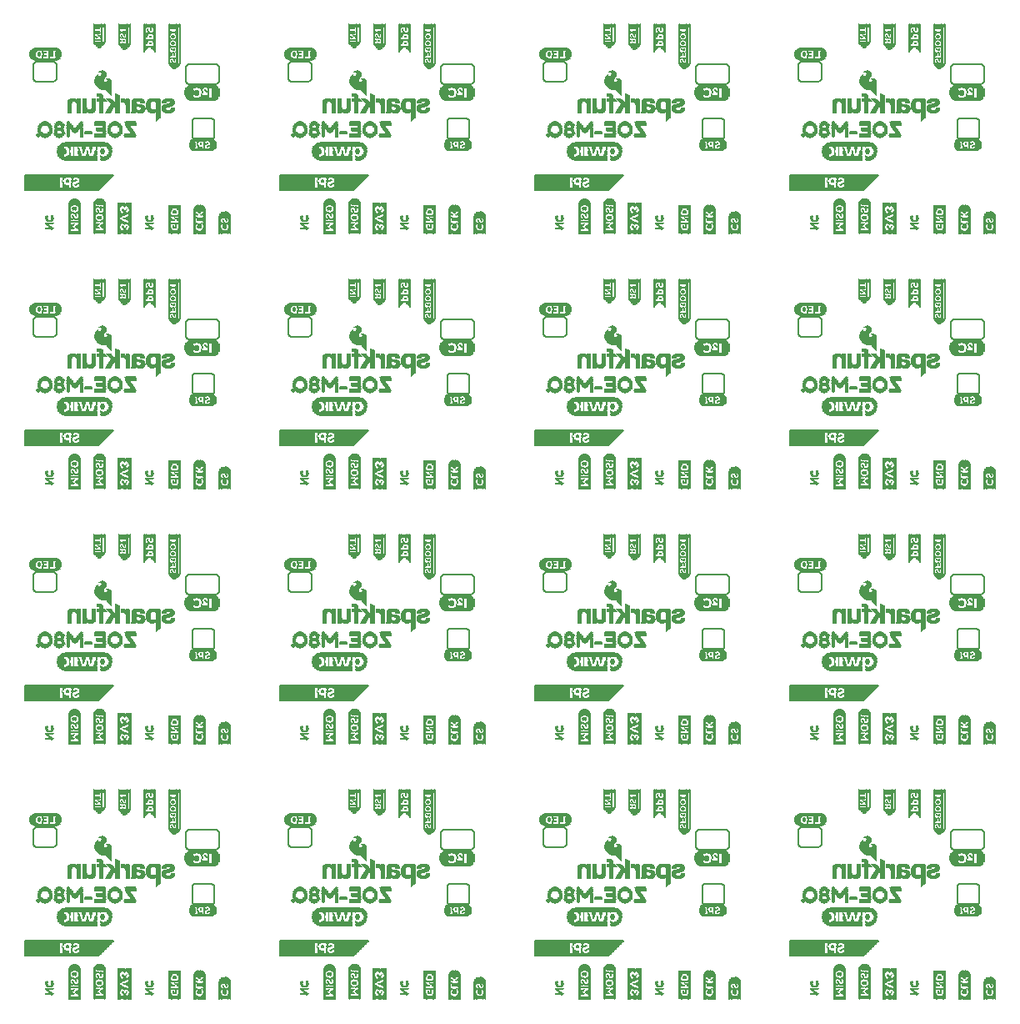
<source format=gbo>
G75*
%MOIN*%
%OFA0B0*%
%FSLAX25Y25*%
%IPPOS*%
%LPD*%
%AMOC8*
5,1,8,0,0,1.08239X$1,22.5*
%
%ADD10C,0.00500*%
%ADD11C,0.00800*%
%ADD12C,0.00600*%
%ADD13R,0.00118X0.11457*%
%ADD14R,0.00079X0.11457*%
%ADD15R,0.00157X0.11457*%
%ADD16R,0.00118X0.02480*%
%ADD17R,0.00118X0.08268*%
%ADD18R,0.00157X0.02244*%
%ADD19R,0.00157X0.00945*%
%ADD20R,0.00157X0.01417*%
%ADD21R,0.00157X0.00472*%
%ADD22R,0.00118X0.02008*%
%ADD23R,0.00118X0.00591*%
%ADD24R,0.00118X0.01181*%
%ADD25R,0.00118X0.00354*%
%ADD26R,0.00118X0.01890*%
%ADD27R,0.00118X0.00472*%
%ADD28R,0.00118X0.01063*%
%ADD29R,0.00118X0.01654*%
%ADD30R,0.00118X0.01772*%
%ADD31R,0.00157X0.01654*%
%ADD32R,0.00157X0.00354*%
%ADD33R,0.00118X0.01535*%
%ADD34R,0.00118X0.00827*%
%ADD35R,0.00118X0.01417*%
%ADD36R,0.00118X0.00709*%
%ADD37R,0.00118X0.02126*%
%ADD38R,0.00157X0.00591*%
%ADD39R,0.00157X0.01299*%
%ADD40R,0.00118X0.01299*%
%ADD41R,0.00118X0.02244*%
%ADD42R,0.00157X0.00709*%
%ADD43R,0.00157X0.00118*%
%ADD44R,0.00157X0.00236*%
%ADD45R,0.00157X0.01181*%
%ADD46R,0.00118X0.00236*%
%ADD47R,0.00118X0.00118*%
%ADD48R,0.00157X0.01063*%
%ADD49R,0.00118X0.00945*%
%ADD50R,0.00157X0.01535*%
%ADD51R,0.00157X0.00827*%
%ADD52R,0.00157X0.02126*%
%ADD53R,0.00118X0.02362*%
%ADD54R,0.00118X0.09921*%
%ADD55R,0.00118X0.10276*%
%ADD56R,0.00079X0.10512*%
%ADD57R,0.00157X0.10748*%
%ADD58R,0.00118X0.10866*%
%ADD59R,0.00118X0.10984*%
%ADD60R,0.00079X0.11102*%
%ADD61R,0.00118X0.02717*%
%ADD62R,0.00118X0.05433*%
%ADD63R,0.00157X0.02362*%
%ADD64R,0.00157X0.01890*%
%ADD65R,0.00157X0.02480*%
%ADD66R,0.00118X0.02598*%
%ADD67R,0.00118X0.02953*%
%ADD68R,0.00157X0.02008*%
%ADD69R,0.00157X0.03071*%
%ADD70R,0.00118X0.03189*%
%ADD71R,0.00118X0.03307*%
%ADD72R,0.00118X0.03425*%
%ADD73R,0.00157X0.03543*%
%ADD74R,0.00118X0.03543*%
%ADD75R,0.00157X0.03189*%
%ADD76R,0.00118X0.03071*%
%ADD77R,0.00118X0.02835*%
%ADD78R,0.00157X0.02598*%
%ADD79R,0.00118X0.11102*%
%ADD80R,0.00118X0.10748*%
%ADD81R,0.00118X0.10512*%
%ADD82R,0.00157X0.12520*%
%ADD83R,0.00118X0.12520*%
%ADD84R,0.00118X0.06220*%
%ADD85R,0.00157X0.02047*%
%ADD86R,0.00118X0.01929*%
%ADD87R,0.00118X0.02047*%
%ADD88R,0.00157X0.01772*%
%ADD89R,0.00157X0.00551*%
%ADD90R,0.00157X0.01811*%
%ADD91R,0.00118X0.00433*%
%ADD92R,0.00118X0.01811*%
%ADD93R,0.00118X0.00276*%
%ADD94R,0.00118X0.00394*%
%ADD95R,0.00118X0.01496*%
%ADD96R,0.00118X0.00551*%
%ADD97R,0.00157X0.00669*%
%ADD98R,0.00157X0.01378*%
%ADD99R,0.00157X0.01496*%
%ADD100R,0.00118X0.00984*%
%ADD101R,0.00118X0.01260*%
%ADD102R,0.00157X0.01929*%
%ADD103R,0.00157X0.01102*%
%ADD104R,0.00157X0.00984*%
%ADD105R,0.00118X0.01102*%
%ADD106R,0.00157X0.01260*%
%ADD107R,0.00157X0.00394*%
%ADD108R,0.00157X0.02087*%
%ADD109R,0.00118X0.03031*%
%ADD110R,0.00118X0.00157*%
%ADD111R,0.00118X0.02638*%
%ADD112R,0.00157X0.01220*%
%ADD113R,0.00157X0.00157*%
%ADD114R,0.00118X0.01220*%
%ADD115R,0.00118X0.00669*%
%ADD116R,0.00118X0.01378*%
%ADD117R,0.00157X0.02205*%
%ADD118R,0.00118X0.02205*%
%ADD119C,0.00300*%
%ADD120R,0.04016X0.00236*%
%ADD121R,0.01417X0.00236*%
%ADD122R,0.03780X0.00236*%
%ADD123R,0.00236X0.00236*%
%ADD124R,0.00472X0.00236*%
%ADD125R,0.04724X0.00236*%
%ADD126R,0.02835X0.00236*%
%ADD127R,0.02362X0.00236*%
%ADD128R,0.02598X0.00236*%
%ADD129R,0.04961X0.00236*%
%ADD130R,0.03543X0.00236*%
%ADD131R,0.01654X0.00236*%
%ADD132R,0.01890X0.00236*%
%ADD133R,0.03307X0.00236*%
%ADD134R,0.04488X0.00236*%
%ADD135R,0.02126X0.00236*%
%ADD136R,0.05197X0.00236*%
%ADD137R,0.05433X0.00236*%
%ADD138R,0.03071X0.00236*%
%ADD139R,0.06614X0.00236*%
%ADD140R,0.04252X0.00236*%
%ADD141R,0.00945X0.00236*%
%ADD142R,0.06142X0.00236*%
%ADD143R,0.05906X0.00236*%
%ADD144R,0.05669X0.00236*%
%ADD145R,0.01181X0.00236*%
%ADD146R,0.00709X0.00236*%
%ADD147R,0.07441X0.00118*%
%ADD148R,0.08150X0.00118*%
%ADD149R,0.08622X0.00079*%
%ADD150R,0.09094X0.00157*%
%ADD151R,0.09331X0.00118*%
%ADD152R,0.09567X0.00118*%
%ADD153R,0.09803X0.00079*%
%ADD154R,0.02835X0.00118*%
%ADD155R,0.06614X0.00118*%
%ADD156R,0.02598X0.00157*%
%ADD157R,0.00827X0.00157*%
%ADD158R,0.01063X0.00157*%
%ADD159R,0.02244X0.00157*%
%ADD160R,0.02480X0.00118*%
%ADD161R,0.00709X0.00118*%
%ADD162R,0.02244X0.00118*%
%ADD163R,0.00591X0.00118*%
%ADD164R,0.02362X0.00118*%
%ADD165R,0.00472X0.00118*%
%ADD166R,0.02480X0.00157*%
%ADD167R,0.00591X0.00157*%
%ADD168R,0.00354X0.00157*%
%ADD169R,0.02362X0.00157*%
%ADD170R,0.00354X0.00118*%
%ADD171R,0.01772X0.00118*%
%ADD172R,0.00827X0.00118*%
%ADD173R,0.00236X0.00118*%
%ADD174R,0.01772X0.00157*%
%ADD175R,0.00945X0.00157*%
%ADD176R,0.00236X0.00157*%
%ADD177R,0.02598X0.00118*%
%ADD178R,0.01535X0.00118*%
%ADD179R,0.00945X0.00118*%
%ADD180R,0.01063X0.00118*%
%ADD181R,0.02717X0.00118*%
%ADD182R,0.02717X0.00157*%
%ADD183R,0.02953X0.00118*%
%ADD184R,0.03189X0.00118*%
%ADD185R,0.03661X0.00118*%
%ADD186R,0.03898X0.00157*%
%ADD187R,0.00709X0.00157*%
%ADD188R,0.01181X0.00118*%
%ADD189R,0.01890X0.00118*%
%ADD190R,0.01890X0.00157*%
%ADD191R,0.02126X0.00118*%
%ADD192R,0.02008X0.00157*%
%ADD193R,0.09803X0.00118*%
%ADD194R,0.09094X0.00118*%
%ADD195R,0.08622X0.00118*%
%ADD196R,0.00118X0.11339*%
%ADD197R,0.00079X0.11220*%
%ADD198R,0.00157X0.11102*%
%ADD199R,0.00079X0.10748*%
%ADD200R,0.00118X0.07795*%
%ADD201R,0.00157X0.02717*%
%ADD202R,0.00118X0.11220*%
%ADD203R,0.00118X0.16063*%
%ADD204R,0.00118X0.16181*%
%ADD205R,0.00079X0.16417*%
%ADD206R,0.00157X0.16535*%
%ADD207R,0.00079X0.01181*%
%ADD208R,0.00079X0.01299*%
%ADD209R,0.00118X0.17362*%
%ADD210R,0.00118X0.17480*%
%ADD211R,0.00157X0.17598*%
%ADD212R,0.00118X0.17717*%
%ADD213R,0.00157X0.03307*%
%ADD214R,0.00118X0.16654*%
%ADD215R,0.00118X0.16535*%
%ADD216R,0.00118X0.16417*%
%ADD217R,0.10039X0.00118*%
%ADD218R,0.10512X0.00079*%
%ADD219R,0.10984X0.00157*%
%ADD220R,0.11220X0.00118*%
%ADD221R,0.11457X0.00118*%
%ADD222R,0.11693X0.00079*%
%ADD223R,0.11929X0.00118*%
%ADD224R,0.03071X0.00157*%
%ADD225R,0.02008X0.00118*%
%ADD226R,0.01181X0.00157*%
%ADD227R,0.02953X0.00157*%
%ADD228R,0.03071X0.00118*%
%ADD229R,0.11693X0.00118*%
%ADD230R,0.10984X0.00118*%
%ADD231R,0.10512X0.00118*%
%ADD232R,0.00118X0.12283*%
%ADD233R,0.00118X0.12638*%
%ADD234R,0.00079X0.12874*%
%ADD235R,0.00157X0.13110*%
%ADD236R,0.00118X0.13228*%
%ADD237R,0.00118X0.13346*%
%ADD238R,0.00079X0.13465*%
%ADD239R,0.00118X0.06850*%
%ADD240R,0.00157X0.02953*%
%ADD241R,0.00157X0.02835*%
%ADD242R,0.00118X0.13465*%
%ADD243R,0.00118X0.13110*%
%ADD244R,0.00118X0.12874*%
%ADD245R,0.00118X0.06260*%
%ADD246R,0.00118X0.03898*%
%ADD247R,0.00118X0.07087*%
%ADD248R,0.00118X0.07441*%
%ADD249R,0.00079X0.07677*%
%ADD250R,0.00157X0.07913*%
%ADD251R,0.00118X0.08031*%
%ADD252R,0.00118X0.08150*%
%ADD253R,0.00079X0.08268*%
%ADD254R,0.00157X0.03780*%
%ADD255R,0.00157X0.03425*%
%ADD256R,0.00118X0.07913*%
%ADD257R,0.00118X0.07677*%
%ADD258R,0.11496X0.00157*%
%ADD259R,0.02835X0.00157*%
%ADD260R,0.07874X0.00157*%
%ADD261R,0.01102X0.00157*%
%ADD262R,0.01417X0.00157*%
%ADD263R,0.02205X0.00157*%
%ADD264R,0.02047X0.00157*%
%ADD265R,0.00787X0.00157*%
%ADD266R,0.01732X0.00157*%
%ADD267R,0.00630X0.00157*%
%ADD268R,0.00472X0.00157*%
%ADD269R,0.00315X0.00157*%
%ADD270R,0.01260X0.00157*%
%ADD271R,0.02677X0.00157*%
%ADD272R,0.03307X0.00157*%
%ADD273R,0.03622X0.00157*%
%ADD274R,0.01575X0.00157*%
%ADD275R,0.02520X0.00157*%
%ADD276R,0.09606X0.00157*%
%ADD277R,0.10551X0.00157*%
%ADD278R,0.11181X0.00157*%
%ADD279R,0.11811X0.00157*%
%ADD280R,0.12126X0.00157*%
%ADD281R,0.12441X0.00157*%
%ADD282R,0.12756X0.00157*%
%ADD283R,0.04882X0.00157*%
%ADD284R,0.03937X0.00157*%
%ADD285R,0.02992X0.00157*%
%ADD286R,0.03465X0.00157*%
%ADD287R,0.03150X0.00157*%
%ADD288R,0.03780X0.00157*%
%ADD289R,0.05669X0.00157*%
%ADD290R,0.05827X0.00157*%
%ADD291R,0.05984X0.00157*%
%ADD292R,0.04094X0.00157*%
%ADD293R,0.04567X0.00157*%
%ADD294R,0.00118X0.07559*%
%ADD295R,0.00079X0.07913*%
%ADD296R,0.00157X0.08031*%
%ADD297R,0.00118X0.08858*%
%ADD298R,0.00118X0.08976*%
%ADD299R,0.00157X0.09094*%
%ADD300R,0.00118X0.09213*%
%ADD301R,0.00118X0.08386*%
%ADD302R,0.00079X0.08622*%
%ADD303R,0.00157X0.08740*%
%ADD304R,0.00118X0.09567*%
%ADD305R,0.00118X0.09685*%
%ADD306R,0.00157X0.09803*%
%ADD307R,0.00118X0.08740*%
%ADD308R,0.00118X0.08622*%
%ADD309R,0.15906X0.00079*%
%ADD310R,0.16772X0.00079*%
%ADD311R,0.17244X0.00079*%
%ADD312R,0.17717X0.00079*%
%ADD313R,0.18031X0.00079*%
%ADD314R,0.18346X0.00079*%
%ADD315R,0.18661X0.00079*%
%ADD316R,0.18898X0.00079*%
%ADD317R,0.19134X0.00079*%
%ADD318R,0.19370X0.00079*%
%ADD319R,0.19528X0.00079*%
%ADD320R,0.19764X0.00079*%
%ADD321R,0.19921X0.00079*%
%ADD322R,0.20079X0.00079*%
%ADD323R,0.20236X0.00079*%
%ADD324R,0.20394X0.00079*%
%ADD325R,0.20551X0.00079*%
%ADD326R,0.20630X0.00079*%
%ADD327R,0.20709X0.00079*%
%ADD328R,0.20866X0.00079*%
%ADD329R,0.02362X0.00079*%
%ADD330R,0.00787X0.00079*%
%ADD331R,0.00197X0.00079*%
%ADD332R,0.01654X0.00079*%
%ADD333R,0.00157X0.00079*%
%ADD334R,0.00315X0.00079*%
%ADD335R,0.01890X0.00079*%
%ADD336R,0.02205X0.00079*%
%ADD337R,0.00630X0.00079*%
%ADD338R,0.00276X0.00079*%
%ADD339R,0.00236X0.00079*%
%ADD340R,0.01575X0.00079*%
%ADD341R,0.02283X0.00079*%
%ADD342R,0.02047X0.00079*%
%ADD343R,0.00472X0.00079*%
%ADD344R,0.01496X0.00079*%
%ADD345R,0.01417X0.00079*%
%ADD346R,0.01969X0.00079*%
%ADD347R,0.01260X0.00079*%
%ADD348R,0.00354X0.00079*%
%ADD349R,0.01102X0.00079*%
%ADD350R,0.02441X0.00079*%
%ADD351R,0.01890X0.00039*%
%ADD352R,0.00157X0.00039*%
%ADD353R,0.00354X0.00039*%
%ADD354R,0.01496X0.00039*%
%ADD355R,0.01417X0.00039*%
%ADD356R,0.00315X0.00039*%
%ADD357R,0.01024X0.00039*%
%ADD358R,0.02441X0.00039*%
%ADD359R,0.01811X0.00079*%
%ADD360R,0.00079X0.00079*%
%ADD361R,0.00433X0.00079*%
%ADD362R,0.01339X0.00079*%
%ADD363R,0.00945X0.00079*%
%ADD364R,0.02520X0.00079*%
%ADD365R,0.00394X0.00079*%
%ADD366R,0.00866X0.00079*%
%ADD367R,0.01732X0.00079*%
%ADD368R,0.02598X0.00079*%
%ADD369R,0.00512X0.00079*%
%ADD370R,0.01181X0.00079*%
%ADD371R,0.00709X0.00079*%
%ADD372R,0.02677X0.00079*%
%ADD373R,0.00591X0.00079*%
%ADD374R,0.00551X0.00079*%
%ADD375R,0.01024X0.00079*%
%ADD376R,0.02717X0.00079*%
%ADD377R,0.03110X0.00079*%
%ADD378R,0.00669X0.00079*%
%ADD379R,0.03307X0.00079*%
%ADD380R,0.03386X0.00079*%
%ADD381R,0.03543X0.00079*%
%ADD382R,0.01457X0.00079*%
%ADD383R,0.00748X0.00079*%
%ADD384R,0.03622X0.00079*%
%ADD385R,0.01614X0.00079*%
%ADD386R,0.00827X0.00079*%
%ADD387R,0.03701X0.00079*%
%ADD388R,0.01693X0.00079*%
%ADD389R,0.03780X0.00079*%
%ADD390R,0.01772X0.00079*%
%ADD391R,0.00906X0.00079*%
%ADD392R,0.00984X0.00079*%
%ADD393R,0.01063X0.00079*%
%ADD394R,0.01142X0.00079*%
%ADD395R,0.01220X0.00079*%
%ADD396R,0.03465X0.00079*%
%ADD397R,0.01299X0.00079*%
%ADD398R,0.01378X0.00079*%
%ADD399R,0.03189X0.00079*%
%ADD400R,0.01732X0.00039*%
%ADD401R,0.01535X0.00039*%
%ADD402R,0.01220X0.00039*%
%ADD403R,0.01457X0.00039*%
%ADD404R,0.00787X0.00039*%
%ADD405R,0.02520X0.00039*%
%ADD406R,0.01535X0.00079*%
%ADD407R,0.12677X0.00079*%
%ADD408R,0.03976X0.00079*%
%ADD409R,0.15394X0.00079*%
%ADD410R,0.03898X0.00079*%
%ADD411R,0.15315X0.00079*%
%ADD412R,0.15236X0.00079*%
%ADD413R,0.03819X0.00079*%
%ADD414R,0.15157X0.00079*%
%ADD415R,0.03740X0.00079*%
%ADD416R,0.15079X0.00079*%
%ADD417R,0.03661X0.00079*%
%ADD418R,0.15000X0.00079*%
%ADD419R,0.03583X0.00079*%
%ADD420R,0.03504X0.00079*%
%ADD421R,0.14843X0.00079*%
%ADD422R,0.03346X0.00079*%
%ADD423R,0.14764X0.00079*%
%ADD424R,0.03268X0.00079*%
%ADD425R,0.14685X0.00079*%
%ADD426R,0.14528X0.00079*%
%ADD427R,0.03031X0.00079*%
%ADD428R,0.14449X0.00079*%
%ADD429R,0.02953X0.00079*%
%ADD430R,0.14291X0.00079*%
%ADD431R,0.02795X0.00079*%
%ADD432R,0.14213X0.00079*%
%ADD433R,0.02638X0.00079*%
%ADD434R,0.14055X0.00079*%
%ADD435R,0.02402X0.00079*%
%ADD436R,0.13819X0.00079*%
%ADD437R,0.02244X0.00079*%
%ADD438R,0.13583X0.00079*%
%ADD439R,0.01929X0.00079*%
%ADD440R,0.13268X0.00079*%
%ADD441R,0.12874X0.00079*%
D10*
X0028750Y0054300D02*
X0028750Y0060250D01*
X0041450Y0060250D01*
X0041450Y0054300D01*
X0028750Y0054300D01*
X0028750Y0054673D02*
X0041450Y0054673D01*
X0041450Y0055171D02*
X0028750Y0055171D01*
X0028750Y0055670D02*
X0041450Y0055670D01*
X0041450Y0056168D02*
X0028750Y0056168D01*
X0028750Y0056667D02*
X0041450Y0056667D01*
X0041450Y0057165D02*
X0028750Y0057165D01*
X0028750Y0057664D02*
X0041450Y0057664D01*
X0041450Y0058162D02*
X0028750Y0058162D01*
X0028750Y0058661D02*
X0041450Y0058661D01*
X0041450Y0059159D02*
X0028750Y0059159D01*
X0028750Y0059658D02*
X0041450Y0059658D01*
X0041450Y0060156D02*
X0028750Y0060156D01*
X0051630Y0060156D02*
X0063956Y0060156D01*
X0064040Y0060240D02*
X0058100Y0054300D01*
X0051630Y0054300D01*
X0051630Y0060240D01*
X0064040Y0060240D01*
X0063458Y0059658D02*
X0051630Y0059658D01*
X0051630Y0059159D02*
X0062959Y0059159D01*
X0062461Y0058661D02*
X0051630Y0058661D01*
X0051630Y0058162D02*
X0061962Y0058162D01*
X0061464Y0057664D02*
X0051630Y0057664D01*
X0051630Y0057165D02*
X0060965Y0057165D01*
X0060467Y0056667D02*
X0051630Y0056667D01*
X0051630Y0056168D02*
X0059968Y0056168D01*
X0059470Y0055670D02*
X0051630Y0055670D01*
X0051630Y0055171D02*
X0058971Y0055171D01*
X0058473Y0054673D02*
X0051630Y0054673D01*
X0130750Y0054673D02*
X0143450Y0054673D01*
X0143450Y0054300D02*
X0143450Y0060250D01*
X0130750Y0060250D01*
X0130750Y0054300D01*
X0143450Y0054300D01*
X0143450Y0055171D02*
X0130750Y0055171D01*
X0130750Y0055670D02*
X0143450Y0055670D01*
X0143450Y0056168D02*
X0130750Y0056168D01*
X0130750Y0056667D02*
X0143450Y0056667D01*
X0143450Y0057165D02*
X0130750Y0057165D01*
X0130750Y0057664D02*
X0143450Y0057664D01*
X0143450Y0058162D02*
X0130750Y0058162D01*
X0130750Y0058661D02*
X0143450Y0058661D01*
X0143450Y0059159D02*
X0130750Y0059159D01*
X0130750Y0059658D02*
X0143450Y0059658D01*
X0143450Y0060156D02*
X0130750Y0060156D01*
X0153630Y0060156D02*
X0165956Y0060156D01*
X0166040Y0060240D02*
X0160100Y0054300D01*
X0153630Y0054300D01*
X0153630Y0060240D01*
X0166040Y0060240D01*
X0165458Y0059658D02*
X0153630Y0059658D01*
X0153630Y0059159D02*
X0164959Y0059159D01*
X0164461Y0058661D02*
X0153630Y0058661D01*
X0153630Y0058162D02*
X0163962Y0058162D01*
X0163464Y0057664D02*
X0153630Y0057664D01*
X0153630Y0057165D02*
X0162965Y0057165D01*
X0162467Y0056667D02*
X0153630Y0056667D01*
X0153630Y0056168D02*
X0161968Y0056168D01*
X0161470Y0055670D02*
X0153630Y0055670D01*
X0153630Y0055171D02*
X0160971Y0055171D01*
X0160473Y0054673D02*
X0153630Y0054673D01*
X0232750Y0054673D02*
X0245450Y0054673D01*
X0245450Y0054300D02*
X0245450Y0060250D01*
X0232750Y0060250D01*
X0232750Y0054300D01*
X0245450Y0054300D01*
X0245450Y0055171D02*
X0232750Y0055171D01*
X0232750Y0055670D02*
X0245450Y0055670D01*
X0245450Y0056168D02*
X0232750Y0056168D01*
X0232750Y0056667D02*
X0245450Y0056667D01*
X0245450Y0057165D02*
X0232750Y0057165D01*
X0232750Y0057664D02*
X0245450Y0057664D01*
X0245450Y0058162D02*
X0232750Y0058162D01*
X0232750Y0058661D02*
X0245450Y0058661D01*
X0245450Y0059159D02*
X0232750Y0059159D01*
X0232750Y0059658D02*
X0245450Y0059658D01*
X0245450Y0060156D02*
X0232750Y0060156D01*
X0255630Y0060156D02*
X0267956Y0060156D01*
X0268040Y0060240D02*
X0262100Y0054300D01*
X0255630Y0054300D01*
X0255630Y0060240D01*
X0268040Y0060240D01*
X0267458Y0059658D02*
X0255630Y0059658D01*
X0255630Y0059159D02*
X0266959Y0059159D01*
X0266461Y0058661D02*
X0255630Y0058661D01*
X0255630Y0058162D02*
X0265962Y0058162D01*
X0265464Y0057664D02*
X0255630Y0057664D01*
X0255630Y0057165D02*
X0264965Y0057165D01*
X0264467Y0056667D02*
X0255630Y0056667D01*
X0255630Y0056168D02*
X0263968Y0056168D01*
X0263470Y0055670D02*
X0255630Y0055670D01*
X0255630Y0055171D02*
X0262971Y0055171D01*
X0262473Y0054673D02*
X0255630Y0054673D01*
X0334750Y0054673D02*
X0347450Y0054673D01*
X0347450Y0054300D02*
X0347450Y0060250D01*
X0334750Y0060250D01*
X0334750Y0054300D01*
X0347450Y0054300D01*
X0347450Y0055171D02*
X0334750Y0055171D01*
X0334750Y0055670D02*
X0347450Y0055670D01*
X0347450Y0056168D02*
X0334750Y0056168D01*
X0334750Y0056667D02*
X0347450Y0056667D01*
X0347450Y0057165D02*
X0334750Y0057165D01*
X0334750Y0057664D02*
X0347450Y0057664D01*
X0347450Y0058162D02*
X0334750Y0058162D01*
X0334750Y0058661D02*
X0347450Y0058661D01*
X0347450Y0059159D02*
X0334750Y0059159D01*
X0334750Y0059658D02*
X0347450Y0059658D01*
X0347450Y0060156D02*
X0334750Y0060156D01*
X0357630Y0060156D02*
X0369956Y0060156D01*
X0370040Y0060240D02*
X0364100Y0054300D01*
X0357630Y0054300D01*
X0357630Y0060240D01*
X0370040Y0060240D01*
X0369458Y0059658D02*
X0357630Y0059658D01*
X0357630Y0059159D02*
X0368959Y0059159D01*
X0368461Y0058661D02*
X0357630Y0058661D01*
X0357630Y0058162D02*
X0367962Y0058162D01*
X0367464Y0057664D02*
X0357630Y0057664D01*
X0357630Y0057165D02*
X0366965Y0057165D01*
X0366467Y0056667D02*
X0357630Y0056667D01*
X0357630Y0056168D02*
X0365968Y0056168D01*
X0365470Y0055670D02*
X0357630Y0055670D01*
X0357630Y0055171D02*
X0364971Y0055171D01*
X0364473Y0054673D02*
X0357630Y0054673D01*
X0357630Y0156300D02*
X0357630Y0162240D01*
X0370040Y0162240D01*
X0364100Y0156300D01*
X0357630Y0156300D01*
X0357630Y0156369D02*
X0364169Y0156369D01*
X0364667Y0156867D02*
X0357630Y0156867D01*
X0357630Y0157366D02*
X0365166Y0157366D01*
X0365664Y0157864D02*
X0357630Y0157864D01*
X0357630Y0158363D02*
X0366163Y0158363D01*
X0366661Y0158861D02*
X0357630Y0158861D01*
X0357630Y0159360D02*
X0367160Y0159360D01*
X0367658Y0159858D02*
X0357630Y0159858D01*
X0357630Y0160357D02*
X0368157Y0160357D01*
X0368655Y0160855D02*
X0357630Y0160855D01*
X0357630Y0161354D02*
X0369154Y0161354D01*
X0369653Y0161853D02*
X0357630Y0161853D01*
X0347450Y0161853D02*
X0334750Y0161853D01*
X0334750Y0162250D02*
X0347450Y0162250D01*
X0347450Y0156300D01*
X0334750Y0156300D01*
X0334750Y0162250D01*
X0334750Y0161354D02*
X0347450Y0161354D01*
X0347450Y0160855D02*
X0334750Y0160855D01*
X0334750Y0160357D02*
X0347450Y0160357D01*
X0347450Y0159858D02*
X0334750Y0159858D01*
X0334750Y0159360D02*
X0347450Y0159360D01*
X0347450Y0158861D02*
X0334750Y0158861D01*
X0334750Y0158363D02*
X0347450Y0158363D01*
X0347450Y0157864D02*
X0334750Y0157864D01*
X0334750Y0157366D02*
X0347450Y0157366D01*
X0347450Y0156867D02*
X0334750Y0156867D01*
X0334750Y0156369D02*
X0347450Y0156369D01*
X0268040Y0162240D02*
X0262100Y0156300D01*
X0255630Y0156300D01*
X0255630Y0162240D01*
X0268040Y0162240D01*
X0267653Y0161853D02*
X0255630Y0161853D01*
X0255630Y0161354D02*
X0267154Y0161354D01*
X0266655Y0160855D02*
X0255630Y0160855D01*
X0255630Y0160357D02*
X0266157Y0160357D01*
X0265658Y0159858D02*
X0255630Y0159858D01*
X0255630Y0159360D02*
X0265160Y0159360D01*
X0264661Y0158861D02*
X0255630Y0158861D01*
X0255630Y0158363D02*
X0264163Y0158363D01*
X0263664Y0157864D02*
X0255630Y0157864D01*
X0255630Y0157366D02*
X0263166Y0157366D01*
X0262667Y0156867D02*
X0255630Y0156867D01*
X0255630Y0156369D02*
X0262169Y0156369D01*
X0245450Y0156369D02*
X0232750Y0156369D01*
X0232750Y0156300D02*
X0232750Y0162250D01*
X0245450Y0162250D01*
X0245450Y0156300D01*
X0232750Y0156300D01*
X0232750Y0156867D02*
X0245450Y0156867D01*
X0245450Y0157366D02*
X0232750Y0157366D01*
X0232750Y0157864D02*
X0245450Y0157864D01*
X0245450Y0158363D02*
X0232750Y0158363D01*
X0232750Y0158861D02*
X0245450Y0158861D01*
X0245450Y0159360D02*
X0232750Y0159360D01*
X0232750Y0159858D02*
X0245450Y0159858D01*
X0245450Y0160357D02*
X0232750Y0160357D01*
X0232750Y0160855D02*
X0245450Y0160855D01*
X0245450Y0161354D02*
X0232750Y0161354D01*
X0232750Y0161853D02*
X0245450Y0161853D01*
X0166040Y0162240D02*
X0160100Y0156300D01*
X0153630Y0156300D01*
X0153630Y0162240D01*
X0166040Y0162240D01*
X0165653Y0161853D02*
X0153630Y0161853D01*
X0153630Y0161354D02*
X0165154Y0161354D01*
X0164655Y0160855D02*
X0153630Y0160855D01*
X0153630Y0160357D02*
X0164157Y0160357D01*
X0163658Y0159858D02*
X0153630Y0159858D01*
X0153630Y0159360D02*
X0163160Y0159360D01*
X0162661Y0158861D02*
X0153630Y0158861D01*
X0153630Y0158363D02*
X0162163Y0158363D01*
X0161664Y0157864D02*
X0153630Y0157864D01*
X0153630Y0157366D02*
X0161166Y0157366D01*
X0160667Y0156867D02*
X0153630Y0156867D01*
X0153630Y0156369D02*
X0160169Y0156369D01*
X0143450Y0156369D02*
X0130750Y0156369D01*
X0130750Y0156300D02*
X0130750Y0162250D01*
X0143450Y0162250D01*
X0143450Y0156300D01*
X0130750Y0156300D01*
X0130750Y0156867D02*
X0143450Y0156867D01*
X0143450Y0157366D02*
X0130750Y0157366D01*
X0130750Y0157864D02*
X0143450Y0157864D01*
X0143450Y0158363D02*
X0130750Y0158363D01*
X0130750Y0158861D02*
X0143450Y0158861D01*
X0143450Y0159360D02*
X0130750Y0159360D01*
X0130750Y0159858D02*
X0143450Y0159858D01*
X0143450Y0160357D02*
X0130750Y0160357D01*
X0130750Y0160855D02*
X0143450Y0160855D01*
X0143450Y0161354D02*
X0130750Y0161354D01*
X0130750Y0161853D02*
X0143450Y0161853D01*
X0064040Y0162240D02*
X0058100Y0156300D01*
X0051630Y0156300D01*
X0051630Y0162240D01*
X0064040Y0162240D01*
X0063653Y0161853D02*
X0051630Y0161853D01*
X0051630Y0161354D02*
X0063154Y0161354D01*
X0062655Y0160855D02*
X0051630Y0160855D01*
X0051630Y0160357D02*
X0062157Y0160357D01*
X0061658Y0159858D02*
X0051630Y0159858D01*
X0051630Y0159360D02*
X0061160Y0159360D01*
X0060661Y0158861D02*
X0051630Y0158861D01*
X0051630Y0158363D02*
X0060163Y0158363D01*
X0059664Y0157864D02*
X0051630Y0157864D01*
X0051630Y0157366D02*
X0059166Y0157366D01*
X0058667Y0156867D02*
X0051630Y0156867D01*
X0051630Y0156369D02*
X0058169Y0156369D01*
X0041450Y0156369D02*
X0028750Y0156369D01*
X0028750Y0156300D02*
X0028750Y0162250D01*
X0041450Y0162250D01*
X0041450Y0156300D01*
X0028750Y0156300D01*
X0028750Y0156867D02*
X0041450Y0156867D01*
X0041450Y0157366D02*
X0028750Y0157366D01*
X0028750Y0157864D02*
X0041450Y0157864D01*
X0041450Y0158363D02*
X0028750Y0158363D01*
X0028750Y0158861D02*
X0041450Y0158861D01*
X0041450Y0159360D02*
X0028750Y0159360D01*
X0028750Y0159858D02*
X0041450Y0159858D01*
X0041450Y0160357D02*
X0028750Y0160357D01*
X0028750Y0160855D02*
X0041450Y0160855D01*
X0041450Y0161354D02*
X0028750Y0161354D01*
X0028750Y0161853D02*
X0041450Y0161853D01*
X0041450Y0258300D02*
X0028750Y0258300D01*
X0028750Y0264250D01*
X0041450Y0264250D01*
X0041450Y0258300D01*
X0041450Y0258564D02*
X0028750Y0258564D01*
X0028750Y0259062D02*
X0041450Y0259062D01*
X0041450Y0259561D02*
X0028750Y0259561D01*
X0028750Y0260059D02*
X0041450Y0260059D01*
X0041450Y0260558D02*
X0028750Y0260558D01*
X0028750Y0261056D02*
X0041450Y0261056D01*
X0041450Y0261555D02*
X0028750Y0261555D01*
X0028750Y0262053D02*
X0041450Y0262053D01*
X0041450Y0262552D02*
X0028750Y0262552D01*
X0028750Y0263050D02*
X0041450Y0263050D01*
X0041450Y0263549D02*
X0028750Y0263549D01*
X0028750Y0264047D02*
X0041450Y0264047D01*
X0051630Y0264047D02*
X0063847Y0264047D01*
X0064040Y0264240D02*
X0058100Y0258300D01*
X0051630Y0258300D01*
X0051630Y0264240D01*
X0064040Y0264240D01*
X0063349Y0263549D02*
X0051630Y0263549D01*
X0051630Y0263050D02*
X0062850Y0263050D01*
X0062352Y0262552D02*
X0051630Y0262552D01*
X0051630Y0262053D02*
X0061853Y0262053D01*
X0061355Y0261555D02*
X0051630Y0261555D01*
X0051630Y0261056D02*
X0060856Y0261056D01*
X0060358Y0260558D02*
X0051630Y0260558D01*
X0051630Y0260059D02*
X0059859Y0260059D01*
X0059361Y0259561D02*
X0051630Y0259561D01*
X0051630Y0259062D02*
X0058862Y0259062D01*
X0058364Y0258564D02*
X0051630Y0258564D01*
X0130750Y0258564D02*
X0143450Y0258564D01*
X0143450Y0258300D02*
X0143450Y0264250D01*
X0130750Y0264250D01*
X0130750Y0258300D01*
X0143450Y0258300D01*
X0143450Y0259062D02*
X0130750Y0259062D01*
X0130750Y0259561D02*
X0143450Y0259561D01*
X0143450Y0260059D02*
X0130750Y0260059D01*
X0130750Y0260558D02*
X0143450Y0260558D01*
X0143450Y0261056D02*
X0130750Y0261056D01*
X0130750Y0261555D02*
X0143450Y0261555D01*
X0143450Y0262053D02*
X0130750Y0262053D01*
X0130750Y0262552D02*
X0143450Y0262552D01*
X0143450Y0263050D02*
X0130750Y0263050D01*
X0130750Y0263549D02*
X0143450Y0263549D01*
X0143450Y0264047D02*
X0130750Y0264047D01*
X0153630Y0264047D02*
X0165847Y0264047D01*
X0166040Y0264240D02*
X0160100Y0258300D01*
X0153630Y0258300D01*
X0153630Y0264240D01*
X0166040Y0264240D01*
X0165349Y0263549D02*
X0153630Y0263549D01*
X0153630Y0263050D02*
X0164850Y0263050D01*
X0164352Y0262552D02*
X0153630Y0262552D01*
X0153630Y0262053D02*
X0163853Y0262053D01*
X0163355Y0261555D02*
X0153630Y0261555D01*
X0153630Y0261056D02*
X0162856Y0261056D01*
X0162358Y0260558D02*
X0153630Y0260558D01*
X0153630Y0260059D02*
X0161859Y0260059D01*
X0161361Y0259561D02*
X0153630Y0259561D01*
X0153630Y0259062D02*
X0160862Y0259062D01*
X0160364Y0258564D02*
X0153630Y0258564D01*
X0232750Y0258564D02*
X0245450Y0258564D01*
X0245450Y0258300D02*
X0245450Y0264250D01*
X0232750Y0264250D01*
X0232750Y0258300D01*
X0245450Y0258300D01*
X0245450Y0259062D02*
X0232750Y0259062D01*
X0232750Y0259561D02*
X0245450Y0259561D01*
X0245450Y0260059D02*
X0232750Y0260059D01*
X0232750Y0260558D02*
X0245450Y0260558D01*
X0245450Y0261056D02*
X0232750Y0261056D01*
X0232750Y0261555D02*
X0245450Y0261555D01*
X0245450Y0262053D02*
X0232750Y0262053D01*
X0232750Y0262552D02*
X0245450Y0262552D01*
X0245450Y0263050D02*
X0232750Y0263050D01*
X0232750Y0263549D02*
X0245450Y0263549D01*
X0245450Y0264047D02*
X0232750Y0264047D01*
X0255630Y0264047D02*
X0267847Y0264047D01*
X0268040Y0264240D02*
X0262100Y0258300D01*
X0255630Y0258300D01*
X0255630Y0264240D01*
X0268040Y0264240D01*
X0267349Y0263549D02*
X0255630Y0263549D01*
X0255630Y0263050D02*
X0266850Y0263050D01*
X0266352Y0262552D02*
X0255630Y0262552D01*
X0255630Y0262053D02*
X0265853Y0262053D01*
X0265355Y0261555D02*
X0255630Y0261555D01*
X0255630Y0261056D02*
X0264856Y0261056D01*
X0264358Y0260558D02*
X0255630Y0260558D01*
X0255630Y0260059D02*
X0263859Y0260059D01*
X0263361Y0259561D02*
X0255630Y0259561D01*
X0255630Y0259062D02*
X0262862Y0259062D01*
X0262364Y0258564D02*
X0255630Y0258564D01*
X0334750Y0258564D02*
X0347450Y0258564D01*
X0347450Y0258300D02*
X0347450Y0264250D01*
X0334750Y0264250D01*
X0334750Y0258300D01*
X0347450Y0258300D01*
X0347450Y0259062D02*
X0334750Y0259062D01*
X0334750Y0259561D02*
X0347450Y0259561D01*
X0347450Y0260059D02*
X0334750Y0260059D01*
X0334750Y0260558D02*
X0347450Y0260558D01*
X0347450Y0261056D02*
X0334750Y0261056D01*
X0334750Y0261555D02*
X0347450Y0261555D01*
X0347450Y0262053D02*
X0334750Y0262053D01*
X0334750Y0262552D02*
X0347450Y0262552D01*
X0347450Y0263050D02*
X0334750Y0263050D01*
X0334750Y0263549D02*
X0347450Y0263549D01*
X0347450Y0264047D02*
X0334750Y0264047D01*
X0357630Y0264047D02*
X0369847Y0264047D01*
X0370040Y0264240D02*
X0364100Y0258300D01*
X0357630Y0258300D01*
X0357630Y0264240D01*
X0370040Y0264240D01*
X0369349Y0263549D02*
X0357630Y0263549D01*
X0357630Y0263050D02*
X0368850Y0263050D01*
X0368352Y0262552D02*
X0357630Y0262552D01*
X0357630Y0262053D02*
X0367853Y0262053D01*
X0367355Y0261555D02*
X0357630Y0261555D01*
X0357630Y0261056D02*
X0366856Y0261056D01*
X0366358Y0260558D02*
X0357630Y0260558D01*
X0357630Y0260059D02*
X0365859Y0260059D01*
X0365361Y0259561D02*
X0357630Y0259561D01*
X0357630Y0259062D02*
X0364862Y0259062D01*
X0364364Y0258564D02*
X0357630Y0258564D01*
X0357630Y0360300D02*
X0357630Y0366240D01*
X0370040Y0366240D01*
X0364100Y0360300D01*
X0357630Y0360300D01*
X0357630Y0360759D02*
X0364559Y0360759D01*
X0365057Y0361257D02*
X0357630Y0361257D01*
X0357630Y0361756D02*
X0365556Y0361756D01*
X0366054Y0362254D02*
X0357630Y0362254D01*
X0357630Y0362753D02*
X0366553Y0362753D01*
X0367051Y0363251D02*
X0357630Y0363251D01*
X0357630Y0363750D02*
X0367550Y0363750D01*
X0368048Y0364248D02*
X0357630Y0364248D01*
X0357630Y0364747D02*
X0368547Y0364747D01*
X0369045Y0365245D02*
X0357630Y0365245D01*
X0357630Y0365744D02*
X0369544Y0365744D01*
X0347450Y0365744D02*
X0334750Y0365744D01*
X0334750Y0366242D02*
X0347450Y0366242D01*
X0347450Y0366250D02*
X0347450Y0360300D01*
X0334750Y0360300D01*
X0334750Y0366250D01*
X0347450Y0366250D01*
X0347450Y0365245D02*
X0334750Y0365245D01*
X0334750Y0364747D02*
X0347450Y0364747D01*
X0347450Y0364248D02*
X0334750Y0364248D01*
X0334750Y0363750D02*
X0347450Y0363750D01*
X0347450Y0363251D02*
X0334750Y0363251D01*
X0334750Y0362753D02*
X0347450Y0362753D01*
X0347450Y0362254D02*
X0334750Y0362254D01*
X0334750Y0361756D02*
X0347450Y0361756D01*
X0347450Y0361257D02*
X0334750Y0361257D01*
X0334750Y0360759D02*
X0347450Y0360759D01*
X0268040Y0366240D02*
X0262100Y0360300D01*
X0255630Y0360300D01*
X0255630Y0366240D01*
X0268040Y0366240D01*
X0267544Y0365744D02*
X0255630Y0365744D01*
X0255630Y0365245D02*
X0267045Y0365245D01*
X0266547Y0364747D02*
X0255630Y0364747D01*
X0255630Y0364248D02*
X0266048Y0364248D01*
X0265550Y0363750D02*
X0255630Y0363750D01*
X0255630Y0363251D02*
X0265051Y0363251D01*
X0264553Y0362753D02*
X0255630Y0362753D01*
X0255630Y0362254D02*
X0264054Y0362254D01*
X0263556Y0361756D02*
X0255630Y0361756D01*
X0255630Y0361257D02*
X0263057Y0361257D01*
X0262559Y0360759D02*
X0255630Y0360759D01*
X0245450Y0360759D02*
X0232750Y0360759D01*
X0232750Y0360300D02*
X0232750Y0366250D01*
X0245450Y0366250D01*
X0245450Y0360300D01*
X0232750Y0360300D01*
X0232750Y0361257D02*
X0245450Y0361257D01*
X0245450Y0361756D02*
X0232750Y0361756D01*
X0232750Y0362254D02*
X0245450Y0362254D01*
X0245450Y0362753D02*
X0232750Y0362753D01*
X0232750Y0363251D02*
X0245450Y0363251D01*
X0245450Y0363750D02*
X0232750Y0363750D01*
X0232750Y0364248D02*
X0245450Y0364248D01*
X0245450Y0364747D02*
X0232750Y0364747D01*
X0232750Y0365245D02*
X0245450Y0365245D01*
X0245450Y0365744D02*
X0232750Y0365744D01*
X0232750Y0366242D02*
X0245450Y0366242D01*
X0166040Y0366240D02*
X0160100Y0360300D01*
X0153630Y0360300D01*
X0153630Y0366240D01*
X0166040Y0366240D01*
X0165544Y0365744D02*
X0153630Y0365744D01*
X0153630Y0365245D02*
X0165045Y0365245D01*
X0164547Y0364747D02*
X0153630Y0364747D01*
X0153630Y0364248D02*
X0164048Y0364248D01*
X0163550Y0363750D02*
X0153630Y0363750D01*
X0153630Y0363251D02*
X0163051Y0363251D01*
X0162553Y0362753D02*
X0153630Y0362753D01*
X0153630Y0362254D02*
X0162054Y0362254D01*
X0161556Y0361756D02*
X0153630Y0361756D01*
X0153630Y0361257D02*
X0161057Y0361257D01*
X0160559Y0360759D02*
X0153630Y0360759D01*
X0143450Y0360759D02*
X0130750Y0360759D01*
X0130750Y0360300D02*
X0130750Y0366250D01*
X0143450Y0366250D01*
X0143450Y0360300D01*
X0130750Y0360300D01*
X0130750Y0361257D02*
X0143450Y0361257D01*
X0143450Y0361756D02*
X0130750Y0361756D01*
X0130750Y0362254D02*
X0143450Y0362254D01*
X0143450Y0362753D02*
X0130750Y0362753D01*
X0130750Y0363251D02*
X0143450Y0363251D01*
X0143450Y0363750D02*
X0130750Y0363750D01*
X0130750Y0364248D02*
X0143450Y0364248D01*
X0143450Y0364747D02*
X0130750Y0364747D01*
X0130750Y0365245D02*
X0143450Y0365245D01*
X0143450Y0365744D02*
X0130750Y0365744D01*
X0130750Y0366242D02*
X0143450Y0366242D01*
X0064040Y0366240D02*
X0058100Y0360300D01*
X0051630Y0360300D01*
X0051630Y0366240D01*
X0064040Y0366240D01*
X0063544Y0365744D02*
X0051630Y0365744D01*
X0051630Y0365245D02*
X0063045Y0365245D01*
X0062547Y0364747D02*
X0051630Y0364747D01*
X0051630Y0364248D02*
X0062048Y0364248D01*
X0061550Y0363750D02*
X0051630Y0363750D01*
X0051630Y0363251D02*
X0061051Y0363251D01*
X0060553Y0362753D02*
X0051630Y0362753D01*
X0051630Y0362254D02*
X0060054Y0362254D01*
X0059556Y0361756D02*
X0051630Y0361756D01*
X0051630Y0361257D02*
X0059057Y0361257D01*
X0058559Y0360759D02*
X0051630Y0360759D01*
X0041450Y0360759D02*
X0028750Y0360759D01*
X0028750Y0360300D02*
X0028750Y0366250D01*
X0041450Y0366250D01*
X0041450Y0360300D01*
X0028750Y0360300D01*
X0028750Y0361257D02*
X0041450Y0361257D01*
X0041450Y0361756D02*
X0028750Y0361756D01*
X0028750Y0362254D02*
X0041450Y0362254D01*
X0041450Y0362753D02*
X0028750Y0362753D01*
X0028750Y0363251D02*
X0041450Y0363251D01*
X0041450Y0363750D02*
X0028750Y0363750D01*
X0028750Y0364248D02*
X0041450Y0364248D01*
X0041450Y0364747D02*
X0028750Y0364747D01*
X0028750Y0365245D02*
X0041450Y0365245D01*
X0041450Y0365744D02*
X0028750Y0365744D01*
X0028750Y0366242D02*
X0041450Y0366242D01*
D11*
X0092950Y0404550D02*
X0092950Y0408950D01*
X0092952Y0409033D01*
X0092958Y0409116D01*
X0092967Y0409199D01*
X0092981Y0409281D01*
X0092998Y0409362D01*
X0093019Y0409443D01*
X0093043Y0409522D01*
X0093072Y0409600D01*
X0093103Y0409677D01*
X0093139Y0409752D01*
X0093177Y0409826D01*
X0093220Y0409898D01*
X0093265Y0409967D01*
X0093314Y0410035D01*
X0093365Y0410100D01*
X0093420Y0410163D01*
X0093477Y0410223D01*
X0093537Y0410280D01*
X0093600Y0410335D01*
X0093665Y0410386D01*
X0093733Y0410435D01*
X0093802Y0410480D01*
X0093874Y0410523D01*
X0093948Y0410561D01*
X0094023Y0410597D01*
X0094100Y0410628D01*
X0094178Y0410657D01*
X0094257Y0410681D01*
X0094338Y0410702D01*
X0094419Y0410719D01*
X0094501Y0410733D01*
X0094584Y0410742D01*
X0094667Y0410748D01*
X0094750Y0410750D01*
X0104750Y0410750D01*
X0104833Y0410748D01*
X0104916Y0410742D01*
X0104999Y0410733D01*
X0105081Y0410719D01*
X0105162Y0410702D01*
X0105243Y0410681D01*
X0105322Y0410657D01*
X0105400Y0410628D01*
X0105477Y0410597D01*
X0105552Y0410561D01*
X0105626Y0410523D01*
X0105698Y0410480D01*
X0105767Y0410435D01*
X0105835Y0410386D01*
X0105900Y0410335D01*
X0105963Y0410280D01*
X0106023Y0410223D01*
X0106080Y0410163D01*
X0106135Y0410100D01*
X0106186Y0410035D01*
X0106235Y0409967D01*
X0106280Y0409898D01*
X0106323Y0409826D01*
X0106361Y0409752D01*
X0106397Y0409677D01*
X0106428Y0409600D01*
X0106457Y0409522D01*
X0106481Y0409443D01*
X0106502Y0409362D01*
X0106519Y0409281D01*
X0106533Y0409199D01*
X0106542Y0409116D01*
X0106548Y0409033D01*
X0106550Y0408950D01*
X0106550Y0404550D01*
X0106548Y0404467D01*
X0106542Y0404384D01*
X0106533Y0404301D01*
X0106519Y0404219D01*
X0106502Y0404138D01*
X0106481Y0404057D01*
X0106457Y0403978D01*
X0106428Y0403900D01*
X0106397Y0403823D01*
X0106361Y0403748D01*
X0106323Y0403674D01*
X0106280Y0403602D01*
X0106235Y0403533D01*
X0106186Y0403465D01*
X0106135Y0403400D01*
X0106080Y0403337D01*
X0106023Y0403277D01*
X0105963Y0403220D01*
X0105900Y0403165D01*
X0105835Y0403114D01*
X0105767Y0403065D01*
X0105698Y0403020D01*
X0105626Y0402977D01*
X0105552Y0402939D01*
X0105477Y0402903D01*
X0105400Y0402872D01*
X0105322Y0402843D01*
X0105243Y0402819D01*
X0105162Y0402798D01*
X0105081Y0402781D01*
X0104999Y0402767D01*
X0104916Y0402758D01*
X0104833Y0402752D01*
X0104750Y0402750D01*
X0094750Y0402750D01*
X0094667Y0402752D01*
X0094584Y0402758D01*
X0094501Y0402767D01*
X0094419Y0402781D01*
X0094338Y0402798D01*
X0094257Y0402819D01*
X0094178Y0402843D01*
X0094100Y0402872D01*
X0094023Y0402903D01*
X0093948Y0402939D01*
X0093874Y0402977D01*
X0093802Y0403020D01*
X0093733Y0403065D01*
X0093665Y0403114D01*
X0093600Y0403165D01*
X0093537Y0403220D01*
X0093477Y0403277D01*
X0093420Y0403337D01*
X0093365Y0403400D01*
X0093314Y0403465D01*
X0093265Y0403533D01*
X0093220Y0403602D01*
X0093177Y0403674D01*
X0093139Y0403748D01*
X0093103Y0403823D01*
X0093072Y0403900D01*
X0093043Y0403978D01*
X0093019Y0404057D01*
X0092998Y0404138D01*
X0092981Y0404219D01*
X0092967Y0404301D01*
X0092958Y0404384D01*
X0092952Y0404467D01*
X0092950Y0404550D01*
X0094750Y0308750D02*
X0104750Y0308750D01*
X0104833Y0308748D01*
X0104916Y0308742D01*
X0104999Y0308733D01*
X0105081Y0308719D01*
X0105162Y0308702D01*
X0105243Y0308681D01*
X0105322Y0308657D01*
X0105400Y0308628D01*
X0105477Y0308597D01*
X0105552Y0308561D01*
X0105626Y0308523D01*
X0105698Y0308480D01*
X0105767Y0308435D01*
X0105835Y0308386D01*
X0105900Y0308335D01*
X0105963Y0308280D01*
X0106023Y0308223D01*
X0106080Y0308163D01*
X0106135Y0308100D01*
X0106186Y0308035D01*
X0106235Y0307967D01*
X0106280Y0307898D01*
X0106323Y0307826D01*
X0106361Y0307752D01*
X0106397Y0307677D01*
X0106428Y0307600D01*
X0106457Y0307522D01*
X0106481Y0307443D01*
X0106502Y0307362D01*
X0106519Y0307281D01*
X0106533Y0307199D01*
X0106542Y0307116D01*
X0106548Y0307033D01*
X0106550Y0306950D01*
X0106550Y0302550D01*
X0106548Y0302467D01*
X0106542Y0302384D01*
X0106533Y0302301D01*
X0106519Y0302219D01*
X0106502Y0302138D01*
X0106481Y0302057D01*
X0106457Y0301978D01*
X0106428Y0301900D01*
X0106397Y0301823D01*
X0106361Y0301748D01*
X0106323Y0301674D01*
X0106280Y0301602D01*
X0106235Y0301533D01*
X0106186Y0301465D01*
X0106135Y0301400D01*
X0106080Y0301337D01*
X0106023Y0301277D01*
X0105963Y0301220D01*
X0105900Y0301165D01*
X0105835Y0301114D01*
X0105767Y0301065D01*
X0105698Y0301020D01*
X0105626Y0300977D01*
X0105552Y0300939D01*
X0105477Y0300903D01*
X0105400Y0300872D01*
X0105322Y0300843D01*
X0105243Y0300819D01*
X0105162Y0300798D01*
X0105081Y0300781D01*
X0104999Y0300767D01*
X0104916Y0300758D01*
X0104833Y0300752D01*
X0104750Y0300750D01*
X0094750Y0300750D01*
X0094667Y0300752D01*
X0094584Y0300758D01*
X0094501Y0300767D01*
X0094419Y0300781D01*
X0094338Y0300798D01*
X0094257Y0300819D01*
X0094178Y0300843D01*
X0094100Y0300872D01*
X0094023Y0300903D01*
X0093948Y0300939D01*
X0093874Y0300977D01*
X0093802Y0301020D01*
X0093733Y0301065D01*
X0093665Y0301114D01*
X0093600Y0301165D01*
X0093537Y0301220D01*
X0093477Y0301277D01*
X0093420Y0301337D01*
X0093365Y0301400D01*
X0093314Y0301465D01*
X0093265Y0301533D01*
X0093220Y0301602D01*
X0093177Y0301674D01*
X0093139Y0301748D01*
X0093103Y0301823D01*
X0093072Y0301900D01*
X0093043Y0301978D01*
X0093019Y0302057D01*
X0092998Y0302138D01*
X0092981Y0302219D01*
X0092967Y0302301D01*
X0092958Y0302384D01*
X0092952Y0302467D01*
X0092950Y0302550D01*
X0092950Y0306950D01*
X0092952Y0307033D01*
X0092958Y0307116D01*
X0092967Y0307199D01*
X0092981Y0307281D01*
X0092998Y0307362D01*
X0093019Y0307443D01*
X0093043Y0307522D01*
X0093072Y0307600D01*
X0093103Y0307677D01*
X0093139Y0307752D01*
X0093177Y0307826D01*
X0093220Y0307898D01*
X0093265Y0307967D01*
X0093314Y0308035D01*
X0093365Y0308100D01*
X0093420Y0308163D01*
X0093477Y0308223D01*
X0093537Y0308280D01*
X0093600Y0308335D01*
X0093665Y0308386D01*
X0093733Y0308435D01*
X0093802Y0308480D01*
X0093874Y0308523D01*
X0093948Y0308561D01*
X0094023Y0308597D01*
X0094100Y0308628D01*
X0094178Y0308657D01*
X0094257Y0308681D01*
X0094338Y0308702D01*
X0094419Y0308719D01*
X0094501Y0308733D01*
X0094584Y0308742D01*
X0094667Y0308748D01*
X0094750Y0308750D01*
X0194950Y0306950D02*
X0194950Y0302550D01*
X0194952Y0302467D01*
X0194958Y0302384D01*
X0194967Y0302301D01*
X0194981Y0302219D01*
X0194998Y0302138D01*
X0195019Y0302057D01*
X0195043Y0301978D01*
X0195072Y0301900D01*
X0195103Y0301823D01*
X0195139Y0301748D01*
X0195177Y0301674D01*
X0195220Y0301602D01*
X0195265Y0301533D01*
X0195314Y0301465D01*
X0195365Y0301400D01*
X0195420Y0301337D01*
X0195477Y0301277D01*
X0195537Y0301220D01*
X0195600Y0301165D01*
X0195665Y0301114D01*
X0195733Y0301065D01*
X0195802Y0301020D01*
X0195874Y0300977D01*
X0195948Y0300939D01*
X0196023Y0300903D01*
X0196100Y0300872D01*
X0196178Y0300843D01*
X0196257Y0300819D01*
X0196338Y0300798D01*
X0196419Y0300781D01*
X0196501Y0300767D01*
X0196584Y0300758D01*
X0196667Y0300752D01*
X0196750Y0300750D01*
X0206750Y0300750D01*
X0206833Y0300752D01*
X0206916Y0300758D01*
X0206999Y0300767D01*
X0207081Y0300781D01*
X0207162Y0300798D01*
X0207243Y0300819D01*
X0207322Y0300843D01*
X0207400Y0300872D01*
X0207477Y0300903D01*
X0207552Y0300939D01*
X0207626Y0300977D01*
X0207698Y0301020D01*
X0207767Y0301065D01*
X0207835Y0301114D01*
X0207900Y0301165D01*
X0207963Y0301220D01*
X0208023Y0301277D01*
X0208080Y0301337D01*
X0208135Y0301400D01*
X0208186Y0301465D01*
X0208235Y0301533D01*
X0208280Y0301602D01*
X0208323Y0301674D01*
X0208361Y0301748D01*
X0208397Y0301823D01*
X0208428Y0301900D01*
X0208457Y0301978D01*
X0208481Y0302057D01*
X0208502Y0302138D01*
X0208519Y0302219D01*
X0208533Y0302301D01*
X0208542Y0302384D01*
X0208548Y0302467D01*
X0208550Y0302550D01*
X0208550Y0306950D01*
X0208548Y0307033D01*
X0208542Y0307116D01*
X0208533Y0307199D01*
X0208519Y0307281D01*
X0208502Y0307362D01*
X0208481Y0307443D01*
X0208457Y0307522D01*
X0208428Y0307600D01*
X0208397Y0307677D01*
X0208361Y0307752D01*
X0208323Y0307826D01*
X0208280Y0307898D01*
X0208235Y0307967D01*
X0208186Y0308035D01*
X0208135Y0308100D01*
X0208080Y0308163D01*
X0208023Y0308223D01*
X0207963Y0308280D01*
X0207900Y0308335D01*
X0207835Y0308386D01*
X0207767Y0308435D01*
X0207698Y0308480D01*
X0207626Y0308523D01*
X0207552Y0308561D01*
X0207477Y0308597D01*
X0207400Y0308628D01*
X0207322Y0308657D01*
X0207243Y0308681D01*
X0207162Y0308702D01*
X0207081Y0308719D01*
X0206999Y0308733D01*
X0206916Y0308742D01*
X0206833Y0308748D01*
X0206750Y0308750D01*
X0196750Y0308750D01*
X0196667Y0308748D01*
X0196584Y0308742D01*
X0196501Y0308733D01*
X0196419Y0308719D01*
X0196338Y0308702D01*
X0196257Y0308681D01*
X0196178Y0308657D01*
X0196100Y0308628D01*
X0196023Y0308597D01*
X0195948Y0308561D01*
X0195874Y0308523D01*
X0195802Y0308480D01*
X0195733Y0308435D01*
X0195665Y0308386D01*
X0195600Y0308335D01*
X0195537Y0308280D01*
X0195477Y0308223D01*
X0195420Y0308163D01*
X0195365Y0308100D01*
X0195314Y0308035D01*
X0195265Y0307967D01*
X0195220Y0307898D01*
X0195177Y0307826D01*
X0195139Y0307752D01*
X0195103Y0307677D01*
X0195072Y0307600D01*
X0195043Y0307522D01*
X0195019Y0307443D01*
X0194998Y0307362D01*
X0194981Y0307281D01*
X0194967Y0307199D01*
X0194958Y0307116D01*
X0194952Y0307033D01*
X0194950Y0306950D01*
X0196750Y0206750D02*
X0206750Y0206750D01*
X0206833Y0206748D01*
X0206916Y0206742D01*
X0206999Y0206733D01*
X0207081Y0206719D01*
X0207162Y0206702D01*
X0207243Y0206681D01*
X0207322Y0206657D01*
X0207400Y0206628D01*
X0207477Y0206597D01*
X0207552Y0206561D01*
X0207626Y0206523D01*
X0207698Y0206480D01*
X0207767Y0206435D01*
X0207835Y0206386D01*
X0207900Y0206335D01*
X0207963Y0206280D01*
X0208023Y0206223D01*
X0208080Y0206163D01*
X0208135Y0206100D01*
X0208186Y0206035D01*
X0208235Y0205967D01*
X0208280Y0205898D01*
X0208323Y0205826D01*
X0208361Y0205752D01*
X0208397Y0205677D01*
X0208428Y0205600D01*
X0208457Y0205522D01*
X0208481Y0205443D01*
X0208502Y0205362D01*
X0208519Y0205281D01*
X0208533Y0205199D01*
X0208542Y0205116D01*
X0208548Y0205033D01*
X0208550Y0204950D01*
X0208550Y0200550D01*
X0208548Y0200467D01*
X0208542Y0200384D01*
X0208533Y0200301D01*
X0208519Y0200219D01*
X0208502Y0200138D01*
X0208481Y0200057D01*
X0208457Y0199978D01*
X0208428Y0199900D01*
X0208397Y0199823D01*
X0208361Y0199748D01*
X0208323Y0199674D01*
X0208280Y0199602D01*
X0208235Y0199533D01*
X0208186Y0199465D01*
X0208135Y0199400D01*
X0208080Y0199337D01*
X0208023Y0199277D01*
X0207963Y0199220D01*
X0207900Y0199165D01*
X0207835Y0199114D01*
X0207767Y0199065D01*
X0207698Y0199020D01*
X0207626Y0198977D01*
X0207552Y0198939D01*
X0207477Y0198903D01*
X0207400Y0198872D01*
X0207322Y0198843D01*
X0207243Y0198819D01*
X0207162Y0198798D01*
X0207081Y0198781D01*
X0206999Y0198767D01*
X0206916Y0198758D01*
X0206833Y0198752D01*
X0206750Y0198750D01*
X0196750Y0198750D01*
X0196667Y0198752D01*
X0196584Y0198758D01*
X0196501Y0198767D01*
X0196419Y0198781D01*
X0196338Y0198798D01*
X0196257Y0198819D01*
X0196178Y0198843D01*
X0196100Y0198872D01*
X0196023Y0198903D01*
X0195948Y0198939D01*
X0195874Y0198977D01*
X0195802Y0199020D01*
X0195733Y0199065D01*
X0195665Y0199114D01*
X0195600Y0199165D01*
X0195537Y0199220D01*
X0195477Y0199277D01*
X0195420Y0199337D01*
X0195365Y0199400D01*
X0195314Y0199465D01*
X0195265Y0199533D01*
X0195220Y0199602D01*
X0195177Y0199674D01*
X0195139Y0199748D01*
X0195103Y0199823D01*
X0195072Y0199900D01*
X0195043Y0199978D01*
X0195019Y0200057D01*
X0194998Y0200138D01*
X0194981Y0200219D01*
X0194967Y0200301D01*
X0194958Y0200384D01*
X0194952Y0200467D01*
X0194950Y0200550D01*
X0194950Y0204950D01*
X0194952Y0205033D01*
X0194958Y0205116D01*
X0194967Y0205199D01*
X0194981Y0205281D01*
X0194998Y0205362D01*
X0195019Y0205443D01*
X0195043Y0205522D01*
X0195072Y0205600D01*
X0195103Y0205677D01*
X0195139Y0205752D01*
X0195177Y0205826D01*
X0195220Y0205898D01*
X0195265Y0205967D01*
X0195314Y0206035D01*
X0195365Y0206100D01*
X0195420Y0206163D01*
X0195477Y0206223D01*
X0195537Y0206280D01*
X0195600Y0206335D01*
X0195665Y0206386D01*
X0195733Y0206435D01*
X0195802Y0206480D01*
X0195874Y0206523D01*
X0195948Y0206561D01*
X0196023Y0206597D01*
X0196100Y0206628D01*
X0196178Y0206657D01*
X0196257Y0206681D01*
X0196338Y0206702D01*
X0196419Y0206719D01*
X0196501Y0206733D01*
X0196584Y0206742D01*
X0196667Y0206748D01*
X0196750Y0206750D01*
X0106550Y0204950D02*
X0106550Y0200550D01*
X0106548Y0200467D01*
X0106542Y0200384D01*
X0106533Y0200301D01*
X0106519Y0200219D01*
X0106502Y0200138D01*
X0106481Y0200057D01*
X0106457Y0199978D01*
X0106428Y0199900D01*
X0106397Y0199823D01*
X0106361Y0199748D01*
X0106323Y0199674D01*
X0106280Y0199602D01*
X0106235Y0199533D01*
X0106186Y0199465D01*
X0106135Y0199400D01*
X0106080Y0199337D01*
X0106023Y0199277D01*
X0105963Y0199220D01*
X0105900Y0199165D01*
X0105835Y0199114D01*
X0105767Y0199065D01*
X0105698Y0199020D01*
X0105626Y0198977D01*
X0105552Y0198939D01*
X0105477Y0198903D01*
X0105400Y0198872D01*
X0105322Y0198843D01*
X0105243Y0198819D01*
X0105162Y0198798D01*
X0105081Y0198781D01*
X0104999Y0198767D01*
X0104916Y0198758D01*
X0104833Y0198752D01*
X0104750Y0198750D01*
X0094750Y0198750D01*
X0094667Y0198752D01*
X0094584Y0198758D01*
X0094501Y0198767D01*
X0094419Y0198781D01*
X0094338Y0198798D01*
X0094257Y0198819D01*
X0094178Y0198843D01*
X0094100Y0198872D01*
X0094023Y0198903D01*
X0093948Y0198939D01*
X0093874Y0198977D01*
X0093802Y0199020D01*
X0093733Y0199065D01*
X0093665Y0199114D01*
X0093600Y0199165D01*
X0093537Y0199220D01*
X0093477Y0199277D01*
X0093420Y0199337D01*
X0093365Y0199400D01*
X0093314Y0199465D01*
X0093265Y0199533D01*
X0093220Y0199602D01*
X0093177Y0199674D01*
X0093139Y0199748D01*
X0093103Y0199823D01*
X0093072Y0199900D01*
X0093043Y0199978D01*
X0093019Y0200057D01*
X0092998Y0200138D01*
X0092981Y0200219D01*
X0092967Y0200301D01*
X0092958Y0200384D01*
X0092952Y0200467D01*
X0092950Y0200550D01*
X0092950Y0204950D01*
X0092952Y0205033D01*
X0092958Y0205116D01*
X0092967Y0205199D01*
X0092981Y0205281D01*
X0092998Y0205362D01*
X0093019Y0205443D01*
X0093043Y0205522D01*
X0093072Y0205600D01*
X0093103Y0205677D01*
X0093139Y0205752D01*
X0093177Y0205826D01*
X0093220Y0205898D01*
X0093265Y0205967D01*
X0093314Y0206035D01*
X0093365Y0206100D01*
X0093420Y0206163D01*
X0093477Y0206223D01*
X0093537Y0206280D01*
X0093600Y0206335D01*
X0093665Y0206386D01*
X0093733Y0206435D01*
X0093802Y0206480D01*
X0093874Y0206523D01*
X0093948Y0206561D01*
X0094023Y0206597D01*
X0094100Y0206628D01*
X0094178Y0206657D01*
X0094257Y0206681D01*
X0094338Y0206702D01*
X0094419Y0206719D01*
X0094501Y0206733D01*
X0094584Y0206742D01*
X0094667Y0206748D01*
X0094750Y0206750D01*
X0104750Y0206750D01*
X0104833Y0206748D01*
X0104916Y0206742D01*
X0104999Y0206733D01*
X0105081Y0206719D01*
X0105162Y0206702D01*
X0105243Y0206681D01*
X0105322Y0206657D01*
X0105400Y0206628D01*
X0105477Y0206597D01*
X0105552Y0206561D01*
X0105626Y0206523D01*
X0105698Y0206480D01*
X0105767Y0206435D01*
X0105835Y0206386D01*
X0105900Y0206335D01*
X0105963Y0206280D01*
X0106023Y0206223D01*
X0106080Y0206163D01*
X0106135Y0206100D01*
X0106186Y0206035D01*
X0106235Y0205967D01*
X0106280Y0205898D01*
X0106323Y0205826D01*
X0106361Y0205752D01*
X0106397Y0205677D01*
X0106428Y0205600D01*
X0106457Y0205522D01*
X0106481Y0205443D01*
X0106502Y0205362D01*
X0106519Y0205281D01*
X0106533Y0205199D01*
X0106542Y0205116D01*
X0106548Y0205033D01*
X0106550Y0204950D01*
X0104750Y0104750D02*
X0094750Y0104750D01*
X0094667Y0104748D01*
X0094584Y0104742D01*
X0094501Y0104733D01*
X0094419Y0104719D01*
X0094338Y0104702D01*
X0094257Y0104681D01*
X0094178Y0104657D01*
X0094100Y0104628D01*
X0094023Y0104597D01*
X0093948Y0104561D01*
X0093874Y0104523D01*
X0093802Y0104480D01*
X0093733Y0104435D01*
X0093665Y0104386D01*
X0093600Y0104335D01*
X0093537Y0104280D01*
X0093477Y0104223D01*
X0093420Y0104163D01*
X0093365Y0104100D01*
X0093314Y0104035D01*
X0093265Y0103967D01*
X0093220Y0103898D01*
X0093177Y0103826D01*
X0093139Y0103752D01*
X0093103Y0103677D01*
X0093072Y0103600D01*
X0093043Y0103522D01*
X0093019Y0103443D01*
X0092998Y0103362D01*
X0092981Y0103281D01*
X0092967Y0103199D01*
X0092958Y0103116D01*
X0092952Y0103033D01*
X0092950Y0102950D01*
X0092950Y0098550D01*
X0092952Y0098467D01*
X0092958Y0098384D01*
X0092967Y0098301D01*
X0092981Y0098219D01*
X0092998Y0098138D01*
X0093019Y0098057D01*
X0093043Y0097978D01*
X0093072Y0097900D01*
X0093103Y0097823D01*
X0093139Y0097748D01*
X0093177Y0097674D01*
X0093220Y0097602D01*
X0093265Y0097533D01*
X0093314Y0097465D01*
X0093365Y0097400D01*
X0093420Y0097337D01*
X0093477Y0097277D01*
X0093537Y0097220D01*
X0093600Y0097165D01*
X0093665Y0097114D01*
X0093733Y0097065D01*
X0093802Y0097020D01*
X0093874Y0096977D01*
X0093948Y0096939D01*
X0094023Y0096903D01*
X0094100Y0096872D01*
X0094178Y0096843D01*
X0094257Y0096819D01*
X0094338Y0096798D01*
X0094419Y0096781D01*
X0094501Y0096767D01*
X0094584Y0096758D01*
X0094667Y0096752D01*
X0094750Y0096750D01*
X0104750Y0096750D01*
X0104833Y0096752D01*
X0104916Y0096758D01*
X0104999Y0096767D01*
X0105081Y0096781D01*
X0105162Y0096798D01*
X0105243Y0096819D01*
X0105322Y0096843D01*
X0105400Y0096872D01*
X0105477Y0096903D01*
X0105552Y0096939D01*
X0105626Y0096977D01*
X0105698Y0097020D01*
X0105767Y0097065D01*
X0105835Y0097114D01*
X0105900Y0097165D01*
X0105963Y0097220D01*
X0106023Y0097277D01*
X0106080Y0097337D01*
X0106135Y0097400D01*
X0106186Y0097465D01*
X0106235Y0097533D01*
X0106280Y0097602D01*
X0106323Y0097674D01*
X0106361Y0097748D01*
X0106397Y0097823D01*
X0106428Y0097900D01*
X0106457Y0097978D01*
X0106481Y0098057D01*
X0106502Y0098138D01*
X0106519Y0098219D01*
X0106533Y0098301D01*
X0106542Y0098384D01*
X0106548Y0098467D01*
X0106550Y0098550D01*
X0106550Y0102950D01*
X0106548Y0103033D01*
X0106542Y0103116D01*
X0106533Y0103199D01*
X0106519Y0103281D01*
X0106502Y0103362D01*
X0106481Y0103443D01*
X0106457Y0103522D01*
X0106428Y0103600D01*
X0106397Y0103677D01*
X0106361Y0103752D01*
X0106323Y0103826D01*
X0106280Y0103898D01*
X0106235Y0103967D01*
X0106186Y0104035D01*
X0106135Y0104100D01*
X0106080Y0104163D01*
X0106023Y0104223D01*
X0105963Y0104280D01*
X0105900Y0104335D01*
X0105835Y0104386D01*
X0105767Y0104435D01*
X0105698Y0104480D01*
X0105626Y0104523D01*
X0105552Y0104561D01*
X0105477Y0104597D01*
X0105400Y0104628D01*
X0105322Y0104657D01*
X0105243Y0104681D01*
X0105162Y0104702D01*
X0105081Y0104719D01*
X0104999Y0104733D01*
X0104916Y0104742D01*
X0104833Y0104748D01*
X0104750Y0104750D01*
X0194950Y0102950D02*
X0194950Y0098550D01*
X0194952Y0098467D01*
X0194958Y0098384D01*
X0194967Y0098301D01*
X0194981Y0098219D01*
X0194998Y0098138D01*
X0195019Y0098057D01*
X0195043Y0097978D01*
X0195072Y0097900D01*
X0195103Y0097823D01*
X0195139Y0097748D01*
X0195177Y0097674D01*
X0195220Y0097602D01*
X0195265Y0097533D01*
X0195314Y0097465D01*
X0195365Y0097400D01*
X0195420Y0097337D01*
X0195477Y0097277D01*
X0195537Y0097220D01*
X0195600Y0097165D01*
X0195665Y0097114D01*
X0195733Y0097065D01*
X0195802Y0097020D01*
X0195874Y0096977D01*
X0195948Y0096939D01*
X0196023Y0096903D01*
X0196100Y0096872D01*
X0196178Y0096843D01*
X0196257Y0096819D01*
X0196338Y0096798D01*
X0196419Y0096781D01*
X0196501Y0096767D01*
X0196584Y0096758D01*
X0196667Y0096752D01*
X0196750Y0096750D01*
X0206750Y0096750D01*
X0206833Y0096752D01*
X0206916Y0096758D01*
X0206999Y0096767D01*
X0207081Y0096781D01*
X0207162Y0096798D01*
X0207243Y0096819D01*
X0207322Y0096843D01*
X0207400Y0096872D01*
X0207477Y0096903D01*
X0207552Y0096939D01*
X0207626Y0096977D01*
X0207698Y0097020D01*
X0207767Y0097065D01*
X0207835Y0097114D01*
X0207900Y0097165D01*
X0207963Y0097220D01*
X0208023Y0097277D01*
X0208080Y0097337D01*
X0208135Y0097400D01*
X0208186Y0097465D01*
X0208235Y0097533D01*
X0208280Y0097602D01*
X0208323Y0097674D01*
X0208361Y0097748D01*
X0208397Y0097823D01*
X0208428Y0097900D01*
X0208457Y0097978D01*
X0208481Y0098057D01*
X0208502Y0098138D01*
X0208519Y0098219D01*
X0208533Y0098301D01*
X0208542Y0098384D01*
X0208548Y0098467D01*
X0208550Y0098550D01*
X0208550Y0102950D01*
X0208548Y0103033D01*
X0208542Y0103116D01*
X0208533Y0103199D01*
X0208519Y0103281D01*
X0208502Y0103362D01*
X0208481Y0103443D01*
X0208457Y0103522D01*
X0208428Y0103600D01*
X0208397Y0103677D01*
X0208361Y0103752D01*
X0208323Y0103826D01*
X0208280Y0103898D01*
X0208235Y0103967D01*
X0208186Y0104035D01*
X0208135Y0104100D01*
X0208080Y0104163D01*
X0208023Y0104223D01*
X0207963Y0104280D01*
X0207900Y0104335D01*
X0207835Y0104386D01*
X0207767Y0104435D01*
X0207698Y0104480D01*
X0207626Y0104523D01*
X0207552Y0104561D01*
X0207477Y0104597D01*
X0207400Y0104628D01*
X0207322Y0104657D01*
X0207243Y0104681D01*
X0207162Y0104702D01*
X0207081Y0104719D01*
X0206999Y0104733D01*
X0206916Y0104742D01*
X0206833Y0104748D01*
X0206750Y0104750D01*
X0196750Y0104750D01*
X0196667Y0104748D01*
X0196584Y0104742D01*
X0196501Y0104733D01*
X0196419Y0104719D01*
X0196338Y0104702D01*
X0196257Y0104681D01*
X0196178Y0104657D01*
X0196100Y0104628D01*
X0196023Y0104597D01*
X0195948Y0104561D01*
X0195874Y0104523D01*
X0195802Y0104480D01*
X0195733Y0104435D01*
X0195665Y0104386D01*
X0195600Y0104335D01*
X0195537Y0104280D01*
X0195477Y0104223D01*
X0195420Y0104163D01*
X0195365Y0104100D01*
X0195314Y0104035D01*
X0195265Y0103967D01*
X0195220Y0103898D01*
X0195177Y0103826D01*
X0195139Y0103752D01*
X0195103Y0103677D01*
X0195072Y0103600D01*
X0195043Y0103522D01*
X0195019Y0103443D01*
X0194998Y0103362D01*
X0194981Y0103281D01*
X0194967Y0103199D01*
X0194958Y0103116D01*
X0194952Y0103033D01*
X0194950Y0102950D01*
X0296950Y0102950D02*
X0296950Y0098550D01*
X0296952Y0098467D01*
X0296958Y0098384D01*
X0296967Y0098301D01*
X0296981Y0098219D01*
X0296998Y0098138D01*
X0297019Y0098057D01*
X0297043Y0097978D01*
X0297072Y0097900D01*
X0297103Y0097823D01*
X0297139Y0097748D01*
X0297177Y0097674D01*
X0297220Y0097602D01*
X0297265Y0097533D01*
X0297314Y0097465D01*
X0297365Y0097400D01*
X0297420Y0097337D01*
X0297477Y0097277D01*
X0297537Y0097220D01*
X0297600Y0097165D01*
X0297665Y0097114D01*
X0297733Y0097065D01*
X0297802Y0097020D01*
X0297874Y0096977D01*
X0297948Y0096939D01*
X0298023Y0096903D01*
X0298100Y0096872D01*
X0298178Y0096843D01*
X0298257Y0096819D01*
X0298338Y0096798D01*
X0298419Y0096781D01*
X0298501Y0096767D01*
X0298584Y0096758D01*
X0298667Y0096752D01*
X0298750Y0096750D01*
X0308750Y0096750D01*
X0308833Y0096752D01*
X0308916Y0096758D01*
X0308999Y0096767D01*
X0309081Y0096781D01*
X0309162Y0096798D01*
X0309243Y0096819D01*
X0309322Y0096843D01*
X0309400Y0096872D01*
X0309477Y0096903D01*
X0309552Y0096939D01*
X0309626Y0096977D01*
X0309698Y0097020D01*
X0309767Y0097065D01*
X0309835Y0097114D01*
X0309900Y0097165D01*
X0309963Y0097220D01*
X0310023Y0097277D01*
X0310080Y0097337D01*
X0310135Y0097400D01*
X0310186Y0097465D01*
X0310235Y0097533D01*
X0310280Y0097602D01*
X0310323Y0097674D01*
X0310361Y0097748D01*
X0310397Y0097823D01*
X0310428Y0097900D01*
X0310457Y0097978D01*
X0310481Y0098057D01*
X0310502Y0098138D01*
X0310519Y0098219D01*
X0310533Y0098301D01*
X0310542Y0098384D01*
X0310548Y0098467D01*
X0310550Y0098550D01*
X0310550Y0102950D01*
X0310548Y0103033D01*
X0310542Y0103116D01*
X0310533Y0103199D01*
X0310519Y0103281D01*
X0310502Y0103362D01*
X0310481Y0103443D01*
X0310457Y0103522D01*
X0310428Y0103600D01*
X0310397Y0103677D01*
X0310361Y0103752D01*
X0310323Y0103826D01*
X0310280Y0103898D01*
X0310235Y0103967D01*
X0310186Y0104035D01*
X0310135Y0104100D01*
X0310080Y0104163D01*
X0310023Y0104223D01*
X0309963Y0104280D01*
X0309900Y0104335D01*
X0309835Y0104386D01*
X0309767Y0104435D01*
X0309698Y0104480D01*
X0309626Y0104523D01*
X0309552Y0104561D01*
X0309477Y0104597D01*
X0309400Y0104628D01*
X0309322Y0104657D01*
X0309243Y0104681D01*
X0309162Y0104702D01*
X0309081Y0104719D01*
X0308999Y0104733D01*
X0308916Y0104742D01*
X0308833Y0104748D01*
X0308750Y0104750D01*
X0298750Y0104750D01*
X0298667Y0104748D01*
X0298584Y0104742D01*
X0298501Y0104733D01*
X0298419Y0104719D01*
X0298338Y0104702D01*
X0298257Y0104681D01*
X0298178Y0104657D01*
X0298100Y0104628D01*
X0298023Y0104597D01*
X0297948Y0104561D01*
X0297874Y0104523D01*
X0297802Y0104480D01*
X0297733Y0104435D01*
X0297665Y0104386D01*
X0297600Y0104335D01*
X0297537Y0104280D01*
X0297477Y0104223D01*
X0297420Y0104163D01*
X0297365Y0104100D01*
X0297314Y0104035D01*
X0297265Y0103967D01*
X0297220Y0103898D01*
X0297177Y0103826D01*
X0297139Y0103752D01*
X0297103Y0103677D01*
X0297072Y0103600D01*
X0297043Y0103522D01*
X0297019Y0103443D01*
X0296998Y0103362D01*
X0296981Y0103281D01*
X0296967Y0103199D01*
X0296958Y0103116D01*
X0296952Y0103033D01*
X0296950Y0102950D01*
X0298750Y0198750D02*
X0308750Y0198750D01*
X0308833Y0198752D01*
X0308916Y0198758D01*
X0308999Y0198767D01*
X0309081Y0198781D01*
X0309162Y0198798D01*
X0309243Y0198819D01*
X0309322Y0198843D01*
X0309400Y0198872D01*
X0309477Y0198903D01*
X0309552Y0198939D01*
X0309626Y0198977D01*
X0309698Y0199020D01*
X0309767Y0199065D01*
X0309835Y0199114D01*
X0309900Y0199165D01*
X0309963Y0199220D01*
X0310023Y0199277D01*
X0310080Y0199337D01*
X0310135Y0199400D01*
X0310186Y0199465D01*
X0310235Y0199533D01*
X0310280Y0199602D01*
X0310323Y0199674D01*
X0310361Y0199748D01*
X0310397Y0199823D01*
X0310428Y0199900D01*
X0310457Y0199978D01*
X0310481Y0200057D01*
X0310502Y0200138D01*
X0310519Y0200219D01*
X0310533Y0200301D01*
X0310542Y0200384D01*
X0310548Y0200467D01*
X0310550Y0200550D01*
X0310550Y0204950D01*
X0310548Y0205033D01*
X0310542Y0205116D01*
X0310533Y0205199D01*
X0310519Y0205281D01*
X0310502Y0205362D01*
X0310481Y0205443D01*
X0310457Y0205522D01*
X0310428Y0205600D01*
X0310397Y0205677D01*
X0310361Y0205752D01*
X0310323Y0205826D01*
X0310280Y0205898D01*
X0310235Y0205967D01*
X0310186Y0206035D01*
X0310135Y0206100D01*
X0310080Y0206163D01*
X0310023Y0206223D01*
X0309963Y0206280D01*
X0309900Y0206335D01*
X0309835Y0206386D01*
X0309767Y0206435D01*
X0309698Y0206480D01*
X0309626Y0206523D01*
X0309552Y0206561D01*
X0309477Y0206597D01*
X0309400Y0206628D01*
X0309322Y0206657D01*
X0309243Y0206681D01*
X0309162Y0206702D01*
X0309081Y0206719D01*
X0308999Y0206733D01*
X0308916Y0206742D01*
X0308833Y0206748D01*
X0308750Y0206750D01*
X0298750Y0206750D01*
X0298667Y0206748D01*
X0298584Y0206742D01*
X0298501Y0206733D01*
X0298419Y0206719D01*
X0298338Y0206702D01*
X0298257Y0206681D01*
X0298178Y0206657D01*
X0298100Y0206628D01*
X0298023Y0206597D01*
X0297948Y0206561D01*
X0297874Y0206523D01*
X0297802Y0206480D01*
X0297733Y0206435D01*
X0297665Y0206386D01*
X0297600Y0206335D01*
X0297537Y0206280D01*
X0297477Y0206223D01*
X0297420Y0206163D01*
X0297365Y0206100D01*
X0297314Y0206035D01*
X0297265Y0205967D01*
X0297220Y0205898D01*
X0297177Y0205826D01*
X0297139Y0205752D01*
X0297103Y0205677D01*
X0297072Y0205600D01*
X0297043Y0205522D01*
X0297019Y0205443D01*
X0296998Y0205362D01*
X0296981Y0205281D01*
X0296967Y0205199D01*
X0296958Y0205116D01*
X0296952Y0205033D01*
X0296950Y0204950D01*
X0296950Y0200550D01*
X0296952Y0200467D01*
X0296958Y0200384D01*
X0296967Y0200301D01*
X0296981Y0200219D01*
X0296998Y0200138D01*
X0297019Y0200057D01*
X0297043Y0199978D01*
X0297072Y0199900D01*
X0297103Y0199823D01*
X0297139Y0199748D01*
X0297177Y0199674D01*
X0297220Y0199602D01*
X0297265Y0199533D01*
X0297314Y0199465D01*
X0297365Y0199400D01*
X0297420Y0199337D01*
X0297477Y0199277D01*
X0297537Y0199220D01*
X0297600Y0199165D01*
X0297665Y0199114D01*
X0297733Y0199065D01*
X0297802Y0199020D01*
X0297874Y0198977D01*
X0297948Y0198939D01*
X0298023Y0198903D01*
X0298100Y0198872D01*
X0298178Y0198843D01*
X0298257Y0198819D01*
X0298338Y0198798D01*
X0298419Y0198781D01*
X0298501Y0198767D01*
X0298584Y0198758D01*
X0298667Y0198752D01*
X0298750Y0198750D01*
X0398950Y0200550D02*
X0398950Y0204950D01*
X0398952Y0205033D01*
X0398958Y0205116D01*
X0398967Y0205199D01*
X0398981Y0205281D01*
X0398998Y0205362D01*
X0399019Y0205443D01*
X0399043Y0205522D01*
X0399072Y0205600D01*
X0399103Y0205677D01*
X0399139Y0205752D01*
X0399177Y0205826D01*
X0399220Y0205898D01*
X0399265Y0205967D01*
X0399314Y0206035D01*
X0399365Y0206100D01*
X0399420Y0206163D01*
X0399477Y0206223D01*
X0399537Y0206280D01*
X0399600Y0206335D01*
X0399665Y0206386D01*
X0399733Y0206435D01*
X0399802Y0206480D01*
X0399874Y0206523D01*
X0399948Y0206561D01*
X0400023Y0206597D01*
X0400100Y0206628D01*
X0400178Y0206657D01*
X0400257Y0206681D01*
X0400338Y0206702D01*
X0400419Y0206719D01*
X0400501Y0206733D01*
X0400584Y0206742D01*
X0400667Y0206748D01*
X0400750Y0206750D01*
X0410750Y0206750D01*
X0410833Y0206748D01*
X0410916Y0206742D01*
X0410999Y0206733D01*
X0411081Y0206719D01*
X0411162Y0206702D01*
X0411243Y0206681D01*
X0411322Y0206657D01*
X0411400Y0206628D01*
X0411477Y0206597D01*
X0411552Y0206561D01*
X0411626Y0206523D01*
X0411698Y0206480D01*
X0411767Y0206435D01*
X0411835Y0206386D01*
X0411900Y0206335D01*
X0411963Y0206280D01*
X0412023Y0206223D01*
X0412080Y0206163D01*
X0412135Y0206100D01*
X0412186Y0206035D01*
X0412235Y0205967D01*
X0412280Y0205898D01*
X0412323Y0205826D01*
X0412361Y0205752D01*
X0412397Y0205677D01*
X0412428Y0205600D01*
X0412457Y0205522D01*
X0412481Y0205443D01*
X0412502Y0205362D01*
X0412519Y0205281D01*
X0412533Y0205199D01*
X0412542Y0205116D01*
X0412548Y0205033D01*
X0412550Y0204950D01*
X0412550Y0200550D01*
X0412548Y0200467D01*
X0412542Y0200384D01*
X0412533Y0200301D01*
X0412519Y0200219D01*
X0412502Y0200138D01*
X0412481Y0200057D01*
X0412457Y0199978D01*
X0412428Y0199900D01*
X0412397Y0199823D01*
X0412361Y0199748D01*
X0412323Y0199674D01*
X0412280Y0199602D01*
X0412235Y0199533D01*
X0412186Y0199465D01*
X0412135Y0199400D01*
X0412080Y0199337D01*
X0412023Y0199277D01*
X0411963Y0199220D01*
X0411900Y0199165D01*
X0411835Y0199114D01*
X0411767Y0199065D01*
X0411698Y0199020D01*
X0411626Y0198977D01*
X0411552Y0198939D01*
X0411477Y0198903D01*
X0411400Y0198872D01*
X0411322Y0198843D01*
X0411243Y0198819D01*
X0411162Y0198798D01*
X0411081Y0198781D01*
X0410999Y0198767D01*
X0410916Y0198758D01*
X0410833Y0198752D01*
X0410750Y0198750D01*
X0400750Y0198750D01*
X0400667Y0198752D01*
X0400584Y0198758D01*
X0400501Y0198767D01*
X0400419Y0198781D01*
X0400338Y0198798D01*
X0400257Y0198819D01*
X0400178Y0198843D01*
X0400100Y0198872D01*
X0400023Y0198903D01*
X0399948Y0198939D01*
X0399874Y0198977D01*
X0399802Y0199020D01*
X0399733Y0199065D01*
X0399665Y0199114D01*
X0399600Y0199165D01*
X0399537Y0199220D01*
X0399477Y0199277D01*
X0399420Y0199337D01*
X0399365Y0199400D01*
X0399314Y0199465D01*
X0399265Y0199533D01*
X0399220Y0199602D01*
X0399177Y0199674D01*
X0399139Y0199748D01*
X0399103Y0199823D01*
X0399072Y0199900D01*
X0399043Y0199978D01*
X0399019Y0200057D01*
X0398998Y0200138D01*
X0398981Y0200219D01*
X0398967Y0200301D01*
X0398958Y0200384D01*
X0398952Y0200467D01*
X0398950Y0200550D01*
X0400750Y0104750D02*
X0410750Y0104750D01*
X0410833Y0104748D01*
X0410916Y0104742D01*
X0410999Y0104733D01*
X0411081Y0104719D01*
X0411162Y0104702D01*
X0411243Y0104681D01*
X0411322Y0104657D01*
X0411400Y0104628D01*
X0411477Y0104597D01*
X0411552Y0104561D01*
X0411626Y0104523D01*
X0411698Y0104480D01*
X0411767Y0104435D01*
X0411835Y0104386D01*
X0411900Y0104335D01*
X0411963Y0104280D01*
X0412023Y0104223D01*
X0412080Y0104163D01*
X0412135Y0104100D01*
X0412186Y0104035D01*
X0412235Y0103967D01*
X0412280Y0103898D01*
X0412323Y0103826D01*
X0412361Y0103752D01*
X0412397Y0103677D01*
X0412428Y0103600D01*
X0412457Y0103522D01*
X0412481Y0103443D01*
X0412502Y0103362D01*
X0412519Y0103281D01*
X0412533Y0103199D01*
X0412542Y0103116D01*
X0412548Y0103033D01*
X0412550Y0102950D01*
X0412550Y0098550D01*
X0412548Y0098467D01*
X0412542Y0098384D01*
X0412533Y0098301D01*
X0412519Y0098219D01*
X0412502Y0098138D01*
X0412481Y0098057D01*
X0412457Y0097978D01*
X0412428Y0097900D01*
X0412397Y0097823D01*
X0412361Y0097748D01*
X0412323Y0097674D01*
X0412280Y0097602D01*
X0412235Y0097533D01*
X0412186Y0097465D01*
X0412135Y0097400D01*
X0412080Y0097337D01*
X0412023Y0097277D01*
X0411963Y0097220D01*
X0411900Y0097165D01*
X0411835Y0097114D01*
X0411767Y0097065D01*
X0411698Y0097020D01*
X0411626Y0096977D01*
X0411552Y0096939D01*
X0411477Y0096903D01*
X0411400Y0096872D01*
X0411322Y0096843D01*
X0411243Y0096819D01*
X0411162Y0096798D01*
X0411081Y0096781D01*
X0410999Y0096767D01*
X0410916Y0096758D01*
X0410833Y0096752D01*
X0410750Y0096750D01*
X0400750Y0096750D01*
X0400667Y0096752D01*
X0400584Y0096758D01*
X0400501Y0096767D01*
X0400419Y0096781D01*
X0400338Y0096798D01*
X0400257Y0096819D01*
X0400178Y0096843D01*
X0400100Y0096872D01*
X0400023Y0096903D01*
X0399948Y0096939D01*
X0399874Y0096977D01*
X0399802Y0097020D01*
X0399733Y0097065D01*
X0399665Y0097114D01*
X0399600Y0097165D01*
X0399537Y0097220D01*
X0399477Y0097277D01*
X0399420Y0097337D01*
X0399365Y0097400D01*
X0399314Y0097465D01*
X0399265Y0097533D01*
X0399220Y0097602D01*
X0399177Y0097674D01*
X0399139Y0097748D01*
X0399103Y0097823D01*
X0399072Y0097900D01*
X0399043Y0097978D01*
X0399019Y0098057D01*
X0398998Y0098138D01*
X0398981Y0098219D01*
X0398967Y0098301D01*
X0398958Y0098384D01*
X0398952Y0098467D01*
X0398950Y0098550D01*
X0398950Y0102950D01*
X0398952Y0103033D01*
X0398958Y0103116D01*
X0398967Y0103199D01*
X0398981Y0103281D01*
X0398998Y0103362D01*
X0399019Y0103443D01*
X0399043Y0103522D01*
X0399072Y0103600D01*
X0399103Y0103677D01*
X0399139Y0103752D01*
X0399177Y0103826D01*
X0399220Y0103898D01*
X0399265Y0103967D01*
X0399314Y0104035D01*
X0399365Y0104100D01*
X0399420Y0104163D01*
X0399477Y0104223D01*
X0399537Y0104280D01*
X0399600Y0104335D01*
X0399665Y0104386D01*
X0399733Y0104435D01*
X0399802Y0104480D01*
X0399874Y0104523D01*
X0399948Y0104561D01*
X0400023Y0104597D01*
X0400100Y0104628D01*
X0400178Y0104657D01*
X0400257Y0104681D01*
X0400338Y0104702D01*
X0400419Y0104719D01*
X0400501Y0104733D01*
X0400584Y0104742D01*
X0400667Y0104748D01*
X0400750Y0104750D01*
X0400750Y0300750D02*
X0410750Y0300750D01*
X0410833Y0300752D01*
X0410916Y0300758D01*
X0410999Y0300767D01*
X0411081Y0300781D01*
X0411162Y0300798D01*
X0411243Y0300819D01*
X0411322Y0300843D01*
X0411400Y0300872D01*
X0411477Y0300903D01*
X0411552Y0300939D01*
X0411626Y0300977D01*
X0411698Y0301020D01*
X0411767Y0301065D01*
X0411835Y0301114D01*
X0411900Y0301165D01*
X0411963Y0301220D01*
X0412023Y0301277D01*
X0412080Y0301337D01*
X0412135Y0301400D01*
X0412186Y0301465D01*
X0412235Y0301533D01*
X0412280Y0301602D01*
X0412323Y0301674D01*
X0412361Y0301748D01*
X0412397Y0301823D01*
X0412428Y0301900D01*
X0412457Y0301978D01*
X0412481Y0302057D01*
X0412502Y0302138D01*
X0412519Y0302219D01*
X0412533Y0302301D01*
X0412542Y0302384D01*
X0412548Y0302467D01*
X0412550Y0302550D01*
X0412550Y0306950D01*
X0412548Y0307033D01*
X0412542Y0307116D01*
X0412533Y0307199D01*
X0412519Y0307281D01*
X0412502Y0307362D01*
X0412481Y0307443D01*
X0412457Y0307522D01*
X0412428Y0307600D01*
X0412397Y0307677D01*
X0412361Y0307752D01*
X0412323Y0307826D01*
X0412280Y0307898D01*
X0412235Y0307967D01*
X0412186Y0308035D01*
X0412135Y0308100D01*
X0412080Y0308163D01*
X0412023Y0308223D01*
X0411963Y0308280D01*
X0411900Y0308335D01*
X0411835Y0308386D01*
X0411767Y0308435D01*
X0411698Y0308480D01*
X0411626Y0308523D01*
X0411552Y0308561D01*
X0411477Y0308597D01*
X0411400Y0308628D01*
X0411322Y0308657D01*
X0411243Y0308681D01*
X0411162Y0308702D01*
X0411081Y0308719D01*
X0410999Y0308733D01*
X0410916Y0308742D01*
X0410833Y0308748D01*
X0410750Y0308750D01*
X0400750Y0308750D01*
X0400667Y0308748D01*
X0400584Y0308742D01*
X0400501Y0308733D01*
X0400419Y0308719D01*
X0400338Y0308702D01*
X0400257Y0308681D01*
X0400178Y0308657D01*
X0400100Y0308628D01*
X0400023Y0308597D01*
X0399948Y0308561D01*
X0399874Y0308523D01*
X0399802Y0308480D01*
X0399733Y0308435D01*
X0399665Y0308386D01*
X0399600Y0308335D01*
X0399537Y0308280D01*
X0399477Y0308223D01*
X0399420Y0308163D01*
X0399365Y0308100D01*
X0399314Y0308035D01*
X0399265Y0307967D01*
X0399220Y0307898D01*
X0399177Y0307826D01*
X0399139Y0307752D01*
X0399103Y0307677D01*
X0399072Y0307600D01*
X0399043Y0307522D01*
X0399019Y0307443D01*
X0398998Y0307362D01*
X0398981Y0307281D01*
X0398967Y0307199D01*
X0398958Y0307116D01*
X0398952Y0307033D01*
X0398950Y0306950D01*
X0398950Y0302550D01*
X0398952Y0302467D01*
X0398958Y0302384D01*
X0398967Y0302301D01*
X0398981Y0302219D01*
X0398998Y0302138D01*
X0399019Y0302057D01*
X0399043Y0301978D01*
X0399072Y0301900D01*
X0399103Y0301823D01*
X0399139Y0301748D01*
X0399177Y0301674D01*
X0399220Y0301602D01*
X0399265Y0301533D01*
X0399314Y0301465D01*
X0399365Y0301400D01*
X0399420Y0301337D01*
X0399477Y0301277D01*
X0399537Y0301220D01*
X0399600Y0301165D01*
X0399665Y0301114D01*
X0399733Y0301065D01*
X0399802Y0301020D01*
X0399874Y0300977D01*
X0399948Y0300939D01*
X0400023Y0300903D01*
X0400100Y0300872D01*
X0400178Y0300843D01*
X0400257Y0300819D01*
X0400338Y0300798D01*
X0400419Y0300781D01*
X0400501Y0300767D01*
X0400584Y0300758D01*
X0400667Y0300752D01*
X0400750Y0300750D01*
X0310550Y0302550D02*
X0310550Y0306950D01*
X0310548Y0307033D01*
X0310542Y0307116D01*
X0310533Y0307199D01*
X0310519Y0307281D01*
X0310502Y0307362D01*
X0310481Y0307443D01*
X0310457Y0307522D01*
X0310428Y0307600D01*
X0310397Y0307677D01*
X0310361Y0307752D01*
X0310323Y0307826D01*
X0310280Y0307898D01*
X0310235Y0307967D01*
X0310186Y0308035D01*
X0310135Y0308100D01*
X0310080Y0308163D01*
X0310023Y0308223D01*
X0309963Y0308280D01*
X0309900Y0308335D01*
X0309835Y0308386D01*
X0309767Y0308435D01*
X0309698Y0308480D01*
X0309626Y0308523D01*
X0309552Y0308561D01*
X0309477Y0308597D01*
X0309400Y0308628D01*
X0309322Y0308657D01*
X0309243Y0308681D01*
X0309162Y0308702D01*
X0309081Y0308719D01*
X0308999Y0308733D01*
X0308916Y0308742D01*
X0308833Y0308748D01*
X0308750Y0308750D01*
X0298750Y0308750D01*
X0298667Y0308748D01*
X0298584Y0308742D01*
X0298501Y0308733D01*
X0298419Y0308719D01*
X0298338Y0308702D01*
X0298257Y0308681D01*
X0298178Y0308657D01*
X0298100Y0308628D01*
X0298023Y0308597D01*
X0297948Y0308561D01*
X0297874Y0308523D01*
X0297802Y0308480D01*
X0297733Y0308435D01*
X0297665Y0308386D01*
X0297600Y0308335D01*
X0297537Y0308280D01*
X0297477Y0308223D01*
X0297420Y0308163D01*
X0297365Y0308100D01*
X0297314Y0308035D01*
X0297265Y0307967D01*
X0297220Y0307898D01*
X0297177Y0307826D01*
X0297139Y0307752D01*
X0297103Y0307677D01*
X0297072Y0307600D01*
X0297043Y0307522D01*
X0297019Y0307443D01*
X0296998Y0307362D01*
X0296981Y0307281D01*
X0296967Y0307199D01*
X0296958Y0307116D01*
X0296952Y0307033D01*
X0296950Y0306950D01*
X0296950Y0302550D01*
X0296952Y0302467D01*
X0296958Y0302384D01*
X0296967Y0302301D01*
X0296981Y0302219D01*
X0296998Y0302138D01*
X0297019Y0302057D01*
X0297043Y0301978D01*
X0297072Y0301900D01*
X0297103Y0301823D01*
X0297139Y0301748D01*
X0297177Y0301674D01*
X0297220Y0301602D01*
X0297265Y0301533D01*
X0297314Y0301465D01*
X0297365Y0301400D01*
X0297420Y0301337D01*
X0297477Y0301277D01*
X0297537Y0301220D01*
X0297600Y0301165D01*
X0297665Y0301114D01*
X0297733Y0301065D01*
X0297802Y0301020D01*
X0297874Y0300977D01*
X0297948Y0300939D01*
X0298023Y0300903D01*
X0298100Y0300872D01*
X0298178Y0300843D01*
X0298257Y0300819D01*
X0298338Y0300798D01*
X0298419Y0300781D01*
X0298501Y0300767D01*
X0298584Y0300758D01*
X0298667Y0300752D01*
X0298750Y0300750D01*
X0308750Y0300750D01*
X0308833Y0300752D01*
X0308916Y0300758D01*
X0308999Y0300767D01*
X0309081Y0300781D01*
X0309162Y0300798D01*
X0309243Y0300819D01*
X0309322Y0300843D01*
X0309400Y0300872D01*
X0309477Y0300903D01*
X0309552Y0300939D01*
X0309626Y0300977D01*
X0309698Y0301020D01*
X0309767Y0301065D01*
X0309835Y0301114D01*
X0309900Y0301165D01*
X0309963Y0301220D01*
X0310023Y0301277D01*
X0310080Y0301337D01*
X0310135Y0301400D01*
X0310186Y0301465D01*
X0310235Y0301533D01*
X0310280Y0301602D01*
X0310323Y0301674D01*
X0310361Y0301748D01*
X0310397Y0301823D01*
X0310428Y0301900D01*
X0310457Y0301978D01*
X0310481Y0302057D01*
X0310502Y0302138D01*
X0310519Y0302219D01*
X0310533Y0302301D01*
X0310542Y0302384D01*
X0310548Y0302467D01*
X0310550Y0302550D01*
X0308750Y0402750D02*
X0298750Y0402750D01*
X0298667Y0402752D01*
X0298584Y0402758D01*
X0298501Y0402767D01*
X0298419Y0402781D01*
X0298338Y0402798D01*
X0298257Y0402819D01*
X0298178Y0402843D01*
X0298100Y0402872D01*
X0298023Y0402903D01*
X0297948Y0402939D01*
X0297874Y0402977D01*
X0297802Y0403020D01*
X0297733Y0403065D01*
X0297665Y0403114D01*
X0297600Y0403165D01*
X0297537Y0403220D01*
X0297477Y0403277D01*
X0297420Y0403337D01*
X0297365Y0403400D01*
X0297314Y0403465D01*
X0297265Y0403533D01*
X0297220Y0403602D01*
X0297177Y0403674D01*
X0297139Y0403748D01*
X0297103Y0403823D01*
X0297072Y0403900D01*
X0297043Y0403978D01*
X0297019Y0404057D01*
X0296998Y0404138D01*
X0296981Y0404219D01*
X0296967Y0404301D01*
X0296958Y0404384D01*
X0296952Y0404467D01*
X0296950Y0404550D01*
X0296950Y0408950D01*
X0296952Y0409033D01*
X0296958Y0409116D01*
X0296967Y0409199D01*
X0296981Y0409281D01*
X0296998Y0409362D01*
X0297019Y0409443D01*
X0297043Y0409522D01*
X0297072Y0409600D01*
X0297103Y0409677D01*
X0297139Y0409752D01*
X0297177Y0409826D01*
X0297220Y0409898D01*
X0297265Y0409967D01*
X0297314Y0410035D01*
X0297365Y0410100D01*
X0297420Y0410163D01*
X0297477Y0410223D01*
X0297537Y0410280D01*
X0297600Y0410335D01*
X0297665Y0410386D01*
X0297733Y0410435D01*
X0297802Y0410480D01*
X0297874Y0410523D01*
X0297948Y0410561D01*
X0298023Y0410597D01*
X0298100Y0410628D01*
X0298178Y0410657D01*
X0298257Y0410681D01*
X0298338Y0410702D01*
X0298419Y0410719D01*
X0298501Y0410733D01*
X0298584Y0410742D01*
X0298667Y0410748D01*
X0298750Y0410750D01*
X0308750Y0410750D01*
X0308833Y0410748D01*
X0308916Y0410742D01*
X0308999Y0410733D01*
X0309081Y0410719D01*
X0309162Y0410702D01*
X0309243Y0410681D01*
X0309322Y0410657D01*
X0309400Y0410628D01*
X0309477Y0410597D01*
X0309552Y0410561D01*
X0309626Y0410523D01*
X0309698Y0410480D01*
X0309767Y0410435D01*
X0309835Y0410386D01*
X0309900Y0410335D01*
X0309963Y0410280D01*
X0310023Y0410223D01*
X0310080Y0410163D01*
X0310135Y0410100D01*
X0310186Y0410035D01*
X0310235Y0409967D01*
X0310280Y0409898D01*
X0310323Y0409826D01*
X0310361Y0409752D01*
X0310397Y0409677D01*
X0310428Y0409600D01*
X0310457Y0409522D01*
X0310481Y0409443D01*
X0310502Y0409362D01*
X0310519Y0409281D01*
X0310533Y0409199D01*
X0310542Y0409116D01*
X0310548Y0409033D01*
X0310550Y0408950D01*
X0310550Y0404550D01*
X0310548Y0404467D01*
X0310542Y0404384D01*
X0310533Y0404301D01*
X0310519Y0404219D01*
X0310502Y0404138D01*
X0310481Y0404057D01*
X0310457Y0403978D01*
X0310428Y0403900D01*
X0310397Y0403823D01*
X0310361Y0403748D01*
X0310323Y0403674D01*
X0310280Y0403602D01*
X0310235Y0403533D01*
X0310186Y0403465D01*
X0310135Y0403400D01*
X0310080Y0403337D01*
X0310023Y0403277D01*
X0309963Y0403220D01*
X0309900Y0403165D01*
X0309835Y0403114D01*
X0309767Y0403065D01*
X0309698Y0403020D01*
X0309626Y0402977D01*
X0309552Y0402939D01*
X0309477Y0402903D01*
X0309400Y0402872D01*
X0309322Y0402843D01*
X0309243Y0402819D01*
X0309162Y0402798D01*
X0309081Y0402781D01*
X0308999Y0402767D01*
X0308916Y0402758D01*
X0308833Y0402752D01*
X0308750Y0402750D01*
X0398950Y0404550D02*
X0398950Y0408950D01*
X0398952Y0409033D01*
X0398958Y0409116D01*
X0398967Y0409199D01*
X0398981Y0409281D01*
X0398998Y0409362D01*
X0399019Y0409443D01*
X0399043Y0409522D01*
X0399072Y0409600D01*
X0399103Y0409677D01*
X0399139Y0409752D01*
X0399177Y0409826D01*
X0399220Y0409898D01*
X0399265Y0409967D01*
X0399314Y0410035D01*
X0399365Y0410100D01*
X0399420Y0410163D01*
X0399477Y0410223D01*
X0399537Y0410280D01*
X0399600Y0410335D01*
X0399665Y0410386D01*
X0399733Y0410435D01*
X0399802Y0410480D01*
X0399874Y0410523D01*
X0399948Y0410561D01*
X0400023Y0410597D01*
X0400100Y0410628D01*
X0400178Y0410657D01*
X0400257Y0410681D01*
X0400338Y0410702D01*
X0400419Y0410719D01*
X0400501Y0410733D01*
X0400584Y0410742D01*
X0400667Y0410748D01*
X0400750Y0410750D01*
X0410750Y0410750D01*
X0410833Y0410748D01*
X0410916Y0410742D01*
X0410999Y0410733D01*
X0411081Y0410719D01*
X0411162Y0410702D01*
X0411243Y0410681D01*
X0411322Y0410657D01*
X0411400Y0410628D01*
X0411477Y0410597D01*
X0411552Y0410561D01*
X0411626Y0410523D01*
X0411698Y0410480D01*
X0411767Y0410435D01*
X0411835Y0410386D01*
X0411900Y0410335D01*
X0411963Y0410280D01*
X0412023Y0410223D01*
X0412080Y0410163D01*
X0412135Y0410100D01*
X0412186Y0410035D01*
X0412235Y0409967D01*
X0412280Y0409898D01*
X0412323Y0409826D01*
X0412361Y0409752D01*
X0412397Y0409677D01*
X0412428Y0409600D01*
X0412457Y0409522D01*
X0412481Y0409443D01*
X0412502Y0409362D01*
X0412519Y0409281D01*
X0412533Y0409199D01*
X0412542Y0409116D01*
X0412548Y0409033D01*
X0412550Y0408950D01*
X0412550Y0404550D01*
X0412548Y0404467D01*
X0412542Y0404384D01*
X0412533Y0404301D01*
X0412519Y0404219D01*
X0412502Y0404138D01*
X0412481Y0404057D01*
X0412457Y0403978D01*
X0412428Y0403900D01*
X0412397Y0403823D01*
X0412361Y0403748D01*
X0412323Y0403674D01*
X0412280Y0403602D01*
X0412235Y0403533D01*
X0412186Y0403465D01*
X0412135Y0403400D01*
X0412080Y0403337D01*
X0412023Y0403277D01*
X0411963Y0403220D01*
X0411900Y0403165D01*
X0411835Y0403114D01*
X0411767Y0403065D01*
X0411698Y0403020D01*
X0411626Y0402977D01*
X0411552Y0402939D01*
X0411477Y0402903D01*
X0411400Y0402872D01*
X0411322Y0402843D01*
X0411243Y0402819D01*
X0411162Y0402798D01*
X0411081Y0402781D01*
X0410999Y0402767D01*
X0410916Y0402758D01*
X0410833Y0402752D01*
X0410750Y0402750D01*
X0400750Y0402750D01*
X0400667Y0402752D01*
X0400584Y0402758D01*
X0400501Y0402767D01*
X0400419Y0402781D01*
X0400338Y0402798D01*
X0400257Y0402819D01*
X0400178Y0402843D01*
X0400100Y0402872D01*
X0400023Y0402903D01*
X0399948Y0402939D01*
X0399874Y0402977D01*
X0399802Y0403020D01*
X0399733Y0403065D01*
X0399665Y0403114D01*
X0399600Y0403165D01*
X0399537Y0403220D01*
X0399477Y0403277D01*
X0399420Y0403337D01*
X0399365Y0403400D01*
X0399314Y0403465D01*
X0399265Y0403533D01*
X0399220Y0403602D01*
X0399177Y0403674D01*
X0399139Y0403748D01*
X0399103Y0403823D01*
X0399072Y0403900D01*
X0399043Y0403978D01*
X0399019Y0404057D01*
X0398998Y0404138D01*
X0398981Y0404219D01*
X0398967Y0404301D01*
X0398958Y0404384D01*
X0398952Y0404467D01*
X0398950Y0404550D01*
X0208550Y0404550D02*
X0208550Y0408950D01*
X0208548Y0409033D01*
X0208542Y0409116D01*
X0208533Y0409199D01*
X0208519Y0409281D01*
X0208502Y0409362D01*
X0208481Y0409443D01*
X0208457Y0409522D01*
X0208428Y0409600D01*
X0208397Y0409677D01*
X0208361Y0409752D01*
X0208323Y0409826D01*
X0208280Y0409898D01*
X0208235Y0409967D01*
X0208186Y0410035D01*
X0208135Y0410100D01*
X0208080Y0410163D01*
X0208023Y0410223D01*
X0207963Y0410280D01*
X0207900Y0410335D01*
X0207835Y0410386D01*
X0207767Y0410435D01*
X0207698Y0410480D01*
X0207626Y0410523D01*
X0207552Y0410561D01*
X0207477Y0410597D01*
X0207400Y0410628D01*
X0207322Y0410657D01*
X0207243Y0410681D01*
X0207162Y0410702D01*
X0207081Y0410719D01*
X0206999Y0410733D01*
X0206916Y0410742D01*
X0206833Y0410748D01*
X0206750Y0410750D01*
X0196750Y0410750D01*
X0196667Y0410748D01*
X0196584Y0410742D01*
X0196501Y0410733D01*
X0196419Y0410719D01*
X0196338Y0410702D01*
X0196257Y0410681D01*
X0196178Y0410657D01*
X0196100Y0410628D01*
X0196023Y0410597D01*
X0195948Y0410561D01*
X0195874Y0410523D01*
X0195802Y0410480D01*
X0195733Y0410435D01*
X0195665Y0410386D01*
X0195600Y0410335D01*
X0195537Y0410280D01*
X0195477Y0410223D01*
X0195420Y0410163D01*
X0195365Y0410100D01*
X0195314Y0410035D01*
X0195265Y0409967D01*
X0195220Y0409898D01*
X0195177Y0409826D01*
X0195139Y0409752D01*
X0195103Y0409677D01*
X0195072Y0409600D01*
X0195043Y0409522D01*
X0195019Y0409443D01*
X0194998Y0409362D01*
X0194981Y0409281D01*
X0194967Y0409199D01*
X0194958Y0409116D01*
X0194952Y0409033D01*
X0194950Y0408950D01*
X0194950Y0404550D01*
X0194952Y0404467D01*
X0194958Y0404384D01*
X0194967Y0404301D01*
X0194981Y0404219D01*
X0194998Y0404138D01*
X0195019Y0404057D01*
X0195043Y0403978D01*
X0195072Y0403900D01*
X0195103Y0403823D01*
X0195139Y0403748D01*
X0195177Y0403674D01*
X0195220Y0403602D01*
X0195265Y0403533D01*
X0195314Y0403465D01*
X0195365Y0403400D01*
X0195420Y0403337D01*
X0195477Y0403277D01*
X0195537Y0403220D01*
X0195600Y0403165D01*
X0195665Y0403114D01*
X0195733Y0403065D01*
X0195802Y0403020D01*
X0195874Y0402977D01*
X0195948Y0402939D01*
X0196023Y0402903D01*
X0196100Y0402872D01*
X0196178Y0402843D01*
X0196257Y0402819D01*
X0196338Y0402798D01*
X0196419Y0402781D01*
X0196501Y0402767D01*
X0196584Y0402758D01*
X0196667Y0402752D01*
X0196750Y0402750D01*
X0206750Y0402750D01*
X0206833Y0402752D01*
X0206916Y0402758D01*
X0206999Y0402767D01*
X0207081Y0402781D01*
X0207162Y0402798D01*
X0207243Y0402819D01*
X0207322Y0402843D01*
X0207400Y0402872D01*
X0207477Y0402903D01*
X0207552Y0402939D01*
X0207626Y0402977D01*
X0207698Y0403020D01*
X0207767Y0403065D01*
X0207835Y0403114D01*
X0207900Y0403165D01*
X0207963Y0403220D01*
X0208023Y0403277D01*
X0208080Y0403337D01*
X0208135Y0403400D01*
X0208186Y0403465D01*
X0208235Y0403533D01*
X0208280Y0403602D01*
X0208323Y0403674D01*
X0208361Y0403748D01*
X0208397Y0403823D01*
X0208428Y0403900D01*
X0208457Y0403978D01*
X0208481Y0404057D01*
X0208502Y0404138D01*
X0208519Y0404219D01*
X0208533Y0404301D01*
X0208542Y0404384D01*
X0208548Y0404467D01*
X0208550Y0404550D01*
D12*
X0205450Y0388950D02*
X0198650Y0388950D01*
X0198590Y0388948D01*
X0198529Y0388943D01*
X0198470Y0388934D01*
X0198411Y0388921D01*
X0198352Y0388905D01*
X0198295Y0388885D01*
X0198240Y0388862D01*
X0198185Y0388835D01*
X0198133Y0388806D01*
X0198082Y0388773D01*
X0198033Y0388737D01*
X0197987Y0388699D01*
X0197943Y0388657D01*
X0197901Y0388613D01*
X0197863Y0388567D01*
X0197827Y0388518D01*
X0197794Y0388467D01*
X0197765Y0388415D01*
X0197738Y0388360D01*
X0197715Y0388305D01*
X0197695Y0388248D01*
X0197679Y0388189D01*
X0197666Y0388130D01*
X0197657Y0388071D01*
X0197652Y0388010D01*
X0197650Y0387950D01*
X0197650Y0381950D01*
X0197652Y0381890D01*
X0197657Y0381829D01*
X0197666Y0381770D01*
X0197679Y0381711D01*
X0197695Y0381652D01*
X0197715Y0381595D01*
X0197738Y0381540D01*
X0197765Y0381485D01*
X0197794Y0381433D01*
X0197827Y0381382D01*
X0197863Y0381333D01*
X0197901Y0381287D01*
X0197943Y0381243D01*
X0197987Y0381201D01*
X0198033Y0381163D01*
X0198082Y0381127D01*
X0198133Y0381094D01*
X0198185Y0381065D01*
X0198240Y0381038D01*
X0198295Y0381015D01*
X0198352Y0380995D01*
X0198411Y0380979D01*
X0198470Y0380966D01*
X0198529Y0380957D01*
X0198590Y0380952D01*
X0198650Y0380950D01*
X0205450Y0380950D01*
X0205510Y0380952D01*
X0205571Y0380957D01*
X0205630Y0380966D01*
X0205689Y0380979D01*
X0205748Y0380995D01*
X0205805Y0381015D01*
X0205860Y0381038D01*
X0205915Y0381065D01*
X0205967Y0381094D01*
X0206018Y0381127D01*
X0206067Y0381163D01*
X0206113Y0381201D01*
X0206157Y0381243D01*
X0206199Y0381287D01*
X0206237Y0381333D01*
X0206273Y0381382D01*
X0206306Y0381433D01*
X0206335Y0381485D01*
X0206362Y0381540D01*
X0206385Y0381595D01*
X0206405Y0381652D01*
X0206421Y0381711D01*
X0206434Y0381770D01*
X0206443Y0381829D01*
X0206448Y0381890D01*
X0206450Y0381950D01*
X0206450Y0387950D01*
X0206448Y0388010D01*
X0206443Y0388071D01*
X0206434Y0388130D01*
X0206421Y0388189D01*
X0206405Y0388248D01*
X0206385Y0388305D01*
X0206362Y0388360D01*
X0206335Y0388415D01*
X0206306Y0388467D01*
X0206273Y0388518D01*
X0206237Y0388567D01*
X0206199Y0388613D01*
X0206157Y0388657D01*
X0206113Y0388699D01*
X0206067Y0388737D01*
X0206018Y0388773D01*
X0205967Y0388806D01*
X0205915Y0388835D01*
X0205860Y0388862D01*
X0205805Y0388885D01*
X0205748Y0388905D01*
X0205689Y0388921D01*
X0205630Y0388934D01*
X0205571Y0388943D01*
X0205510Y0388948D01*
X0205450Y0388950D01*
X0235950Y0405550D02*
X0235950Y0409950D01*
X0235952Y0410033D01*
X0235958Y0410116D01*
X0235967Y0410199D01*
X0235981Y0410281D01*
X0235998Y0410362D01*
X0236019Y0410443D01*
X0236043Y0410522D01*
X0236072Y0410600D01*
X0236103Y0410677D01*
X0236139Y0410752D01*
X0236177Y0410826D01*
X0236220Y0410898D01*
X0236265Y0410967D01*
X0236314Y0411035D01*
X0236365Y0411100D01*
X0236420Y0411163D01*
X0236477Y0411223D01*
X0236537Y0411280D01*
X0236600Y0411335D01*
X0236665Y0411386D01*
X0236733Y0411435D01*
X0236802Y0411480D01*
X0236874Y0411523D01*
X0236948Y0411561D01*
X0237023Y0411597D01*
X0237100Y0411628D01*
X0237178Y0411657D01*
X0237257Y0411681D01*
X0237338Y0411702D01*
X0237419Y0411719D01*
X0237501Y0411733D01*
X0237584Y0411742D01*
X0237667Y0411748D01*
X0237750Y0411750D01*
X0243750Y0411750D01*
X0243833Y0411748D01*
X0243916Y0411742D01*
X0243999Y0411733D01*
X0244081Y0411719D01*
X0244162Y0411702D01*
X0244243Y0411681D01*
X0244322Y0411657D01*
X0244400Y0411628D01*
X0244477Y0411597D01*
X0244552Y0411561D01*
X0244626Y0411523D01*
X0244698Y0411480D01*
X0244767Y0411435D01*
X0244835Y0411386D01*
X0244900Y0411335D01*
X0244963Y0411280D01*
X0245023Y0411223D01*
X0245080Y0411163D01*
X0245135Y0411100D01*
X0245186Y0411035D01*
X0245235Y0410967D01*
X0245280Y0410898D01*
X0245323Y0410826D01*
X0245361Y0410752D01*
X0245397Y0410677D01*
X0245428Y0410600D01*
X0245457Y0410522D01*
X0245481Y0410443D01*
X0245502Y0410362D01*
X0245519Y0410281D01*
X0245533Y0410199D01*
X0245542Y0410116D01*
X0245548Y0410033D01*
X0245550Y0409950D01*
X0245550Y0405550D01*
X0245548Y0405467D01*
X0245542Y0405384D01*
X0245533Y0405301D01*
X0245519Y0405219D01*
X0245502Y0405138D01*
X0245481Y0405057D01*
X0245457Y0404978D01*
X0245428Y0404900D01*
X0245397Y0404823D01*
X0245361Y0404748D01*
X0245323Y0404674D01*
X0245280Y0404602D01*
X0245235Y0404533D01*
X0245186Y0404465D01*
X0245135Y0404400D01*
X0245080Y0404337D01*
X0245023Y0404277D01*
X0244963Y0404220D01*
X0244900Y0404165D01*
X0244835Y0404114D01*
X0244767Y0404065D01*
X0244698Y0404020D01*
X0244626Y0403977D01*
X0244552Y0403939D01*
X0244477Y0403903D01*
X0244400Y0403872D01*
X0244322Y0403843D01*
X0244243Y0403819D01*
X0244162Y0403798D01*
X0244081Y0403781D01*
X0243999Y0403767D01*
X0243916Y0403758D01*
X0243833Y0403752D01*
X0243750Y0403750D01*
X0237750Y0403750D01*
X0237667Y0403752D01*
X0237584Y0403758D01*
X0237501Y0403767D01*
X0237419Y0403781D01*
X0237338Y0403798D01*
X0237257Y0403819D01*
X0237178Y0403843D01*
X0237100Y0403872D01*
X0237023Y0403903D01*
X0236948Y0403939D01*
X0236874Y0403977D01*
X0236802Y0404020D01*
X0236733Y0404065D01*
X0236665Y0404114D01*
X0236600Y0404165D01*
X0236537Y0404220D01*
X0236477Y0404277D01*
X0236420Y0404337D01*
X0236365Y0404400D01*
X0236314Y0404465D01*
X0236265Y0404533D01*
X0236220Y0404602D01*
X0236177Y0404674D01*
X0236139Y0404748D01*
X0236103Y0404823D01*
X0236072Y0404900D01*
X0236043Y0404978D01*
X0236019Y0405057D01*
X0235998Y0405138D01*
X0235981Y0405219D01*
X0235967Y0405301D01*
X0235958Y0405384D01*
X0235952Y0405467D01*
X0235950Y0405550D01*
X0299650Y0387950D02*
X0299650Y0381950D01*
X0299652Y0381890D01*
X0299657Y0381829D01*
X0299666Y0381770D01*
X0299679Y0381711D01*
X0299695Y0381652D01*
X0299715Y0381595D01*
X0299738Y0381540D01*
X0299765Y0381485D01*
X0299794Y0381433D01*
X0299827Y0381382D01*
X0299863Y0381333D01*
X0299901Y0381287D01*
X0299943Y0381243D01*
X0299987Y0381201D01*
X0300033Y0381163D01*
X0300082Y0381127D01*
X0300133Y0381094D01*
X0300185Y0381065D01*
X0300240Y0381038D01*
X0300295Y0381015D01*
X0300352Y0380995D01*
X0300411Y0380979D01*
X0300470Y0380966D01*
X0300529Y0380957D01*
X0300590Y0380952D01*
X0300650Y0380950D01*
X0307450Y0380950D01*
X0307510Y0380952D01*
X0307571Y0380957D01*
X0307630Y0380966D01*
X0307689Y0380979D01*
X0307748Y0380995D01*
X0307805Y0381015D01*
X0307860Y0381038D01*
X0307915Y0381065D01*
X0307967Y0381094D01*
X0308018Y0381127D01*
X0308067Y0381163D01*
X0308113Y0381201D01*
X0308157Y0381243D01*
X0308199Y0381287D01*
X0308237Y0381333D01*
X0308273Y0381382D01*
X0308306Y0381433D01*
X0308335Y0381485D01*
X0308362Y0381540D01*
X0308385Y0381595D01*
X0308405Y0381652D01*
X0308421Y0381711D01*
X0308434Y0381770D01*
X0308443Y0381829D01*
X0308448Y0381890D01*
X0308450Y0381950D01*
X0308450Y0387950D01*
X0308448Y0388010D01*
X0308443Y0388071D01*
X0308434Y0388130D01*
X0308421Y0388189D01*
X0308405Y0388248D01*
X0308385Y0388305D01*
X0308362Y0388360D01*
X0308335Y0388415D01*
X0308306Y0388467D01*
X0308273Y0388518D01*
X0308237Y0388567D01*
X0308199Y0388613D01*
X0308157Y0388657D01*
X0308113Y0388699D01*
X0308067Y0388737D01*
X0308018Y0388773D01*
X0307967Y0388806D01*
X0307915Y0388835D01*
X0307860Y0388862D01*
X0307805Y0388885D01*
X0307748Y0388905D01*
X0307689Y0388921D01*
X0307630Y0388934D01*
X0307571Y0388943D01*
X0307510Y0388948D01*
X0307450Y0388950D01*
X0300650Y0388950D01*
X0300590Y0388948D01*
X0300529Y0388943D01*
X0300470Y0388934D01*
X0300411Y0388921D01*
X0300352Y0388905D01*
X0300295Y0388885D01*
X0300240Y0388862D01*
X0300185Y0388835D01*
X0300133Y0388806D01*
X0300082Y0388773D01*
X0300033Y0388737D01*
X0299987Y0388699D01*
X0299943Y0388657D01*
X0299901Y0388613D01*
X0299863Y0388567D01*
X0299827Y0388518D01*
X0299794Y0388467D01*
X0299765Y0388415D01*
X0299738Y0388360D01*
X0299715Y0388305D01*
X0299695Y0388248D01*
X0299679Y0388189D01*
X0299666Y0388130D01*
X0299657Y0388071D01*
X0299652Y0388010D01*
X0299650Y0387950D01*
X0337950Y0405550D02*
X0337950Y0409950D01*
X0337952Y0410033D01*
X0337958Y0410116D01*
X0337967Y0410199D01*
X0337981Y0410281D01*
X0337998Y0410362D01*
X0338019Y0410443D01*
X0338043Y0410522D01*
X0338072Y0410600D01*
X0338103Y0410677D01*
X0338139Y0410752D01*
X0338177Y0410826D01*
X0338220Y0410898D01*
X0338265Y0410967D01*
X0338314Y0411035D01*
X0338365Y0411100D01*
X0338420Y0411163D01*
X0338477Y0411223D01*
X0338537Y0411280D01*
X0338600Y0411335D01*
X0338665Y0411386D01*
X0338733Y0411435D01*
X0338802Y0411480D01*
X0338874Y0411523D01*
X0338948Y0411561D01*
X0339023Y0411597D01*
X0339100Y0411628D01*
X0339178Y0411657D01*
X0339257Y0411681D01*
X0339338Y0411702D01*
X0339419Y0411719D01*
X0339501Y0411733D01*
X0339584Y0411742D01*
X0339667Y0411748D01*
X0339750Y0411750D01*
X0345750Y0411750D01*
X0345833Y0411748D01*
X0345916Y0411742D01*
X0345999Y0411733D01*
X0346081Y0411719D01*
X0346162Y0411702D01*
X0346243Y0411681D01*
X0346322Y0411657D01*
X0346400Y0411628D01*
X0346477Y0411597D01*
X0346552Y0411561D01*
X0346626Y0411523D01*
X0346698Y0411480D01*
X0346767Y0411435D01*
X0346835Y0411386D01*
X0346900Y0411335D01*
X0346963Y0411280D01*
X0347023Y0411223D01*
X0347080Y0411163D01*
X0347135Y0411100D01*
X0347186Y0411035D01*
X0347235Y0410967D01*
X0347280Y0410898D01*
X0347323Y0410826D01*
X0347361Y0410752D01*
X0347397Y0410677D01*
X0347428Y0410600D01*
X0347457Y0410522D01*
X0347481Y0410443D01*
X0347502Y0410362D01*
X0347519Y0410281D01*
X0347533Y0410199D01*
X0347542Y0410116D01*
X0347548Y0410033D01*
X0347550Y0409950D01*
X0347550Y0405550D01*
X0347548Y0405467D01*
X0347542Y0405384D01*
X0347533Y0405301D01*
X0347519Y0405219D01*
X0347502Y0405138D01*
X0347481Y0405057D01*
X0347457Y0404978D01*
X0347428Y0404900D01*
X0347397Y0404823D01*
X0347361Y0404748D01*
X0347323Y0404674D01*
X0347280Y0404602D01*
X0347235Y0404533D01*
X0347186Y0404465D01*
X0347135Y0404400D01*
X0347080Y0404337D01*
X0347023Y0404277D01*
X0346963Y0404220D01*
X0346900Y0404165D01*
X0346835Y0404114D01*
X0346767Y0404065D01*
X0346698Y0404020D01*
X0346626Y0403977D01*
X0346552Y0403939D01*
X0346477Y0403903D01*
X0346400Y0403872D01*
X0346322Y0403843D01*
X0346243Y0403819D01*
X0346162Y0403798D01*
X0346081Y0403781D01*
X0345999Y0403767D01*
X0345916Y0403758D01*
X0345833Y0403752D01*
X0345750Y0403750D01*
X0339750Y0403750D01*
X0339667Y0403752D01*
X0339584Y0403758D01*
X0339501Y0403767D01*
X0339419Y0403781D01*
X0339338Y0403798D01*
X0339257Y0403819D01*
X0339178Y0403843D01*
X0339100Y0403872D01*
X0339023Y0403903D01*
X0338948Y0403939D01*
X0338874Y0403977D01*
X0338802Y0404020D01*
X0338733Y0404065D01*
X0338665Y0404114D01*
X0338600Y0404165D01*
X0338537Y0404220D01*
X0338477Y0404277D01*
X0338420Y0404337D01*
X0338365Y0404400D01*
X0338314Y0404465D01*
X0338265Y0404533D01*
X0338220Y0404602D01*
X0338177Y0404674D01*
X0338139Y0404748D01*
X0338103Y0404823D01*
X0338072Y0404900D01*
X0338043Y0404978D01*
X0338019Y0405057D01*
X0337998Y0405138D01*
X0337981Y0405219D01*
X0337967Y0405301D01*
X0337958Y0405384D01*
X0337952Y0405467D01*
X0337950Y0405550D01*
X0401650Y0387950D02*
X0401650Y0381950D01*
X0401652Y0381890D01*
X0401657Y0381829D01*
X0401666Y0381770D01*
X0401679Y0381711D01*
X0401695Y0381652D01*
X0401715Y0381595D01*
X0401738Y0381540D01*
X0401765Y0381485D01*
X0401794Y0381433D01*
X0401827Y0381382D01*
X0401863Y0381333D01*
X0401901Y0381287D01*
X0401943Y0381243D01*
X0401987Y0381201D01*
X0402033Y0381163D01*
X0402082Y0381127D01*
X0402133Y0381094D01*
X0402185Y0381065D01*
X0402240Y0381038D01*
X0402295Y0381015D01*
X0402352Y0380995D01*
X0402411Y0380979D01*
X0402470Y0380966D01*
X0402529Y0380957D01*
X0402590Y0380952D01*
X0402650Y0380950D01*
X0409450Y0380950D01*
X0409510Y0380952D01*
X0409571Y0380957D01*
X0409630Y0380966D01*
X0409689Y0380979D01*
X0409748Y0380995D01*
X0409805Y0381015D01*
X0409860Y0381038D01*
X0409915Y0381065D01*
X0409967Y0381094D01*
X0410018Y0381127D01*
X0410067Y0381163D01*
X0410113Y0381201D01*
X0410157Y0381243D01*
X0410199Y0381287D01*
X0410237Y0381333D01*
X0410273Y0381382D01*
X0410306Y0381433D01*
X0410335Y0381485D01*
X0410362Y0381540D01*
X0410385Y0381595D01*
X0410405Y0381652D01*
X0410421Y0381711D01*
X0410434Y0381770D01*
X0410443Y0381829D01*
X0410448Y0381890D01*
X0410450Y0381950D01*
X0410450Y0387950D01*
X0410448Y0388010D01*
X0410443Y0388071D01*
X0410434Y0388130D01*
X0410421Y0388189D01*
X0410405Y0388248D01*
X0410385Y0388305D01*
X0410362Y0388360D01*
X0410335Y0388415D01*
X0410306Y0388467D01*
X0410273Y0388518D01*
X0410237Y0388567D01*
X0410199Y0388613D01*
X0410157Y0388657D01*
X0410113Y0388699D01*
X0410067Y0388737D01*
X0410018Y0388773D01*
X0409967Y0388806D01*
X0409915Y0388835D01*
X0409860Y0388862D01*
X0409805Y0388885D01*
X0409748Y0388905D01*
X0409689Y0388921D01*
X0409630Y0388934D01*
X0409571Y0388943D01*
X0409510Y0388948D01*
X0409450Y0388950D01*
X0402650Y0388950D01*
X0402590Y0388948D01*
X0402529Y0388943D01*
X0402470Y0388934D01*
X0402411Y0388921D01*
X0402352Y0388905D01*
X0402295Y0388885D01*
X0402240Y0388862D01*
X0402185Y0388835D01*
X0402133Y0388806D01*
X0402082Y0388773D01*
X0402033Y0388737D01*
X0401987Y0388699D01*
X0401943Y0388657D01*
X0401901Y0388613D01*
X0401863Y0388567D01*
X0401827Y0388518D01*
X0401794Y0388467D01*
X0401765Y0388415D01*
X0401738Y0388360D01*
X0401715Y0388305D01*
X0401695Y0388248D01*
X0401679Y0388189D01*
X0401666Y0388130D01*
X0401657Y0388071D01*
X0401652Y0388010D01*
X0401650Y0387950D01*
X0345750Y0309750D02*
X0339750Y0309750D01*
X0339667Y0309748D01*
X0339584Y0309742D01*
X0339501Y0309733D01*
X0339419Y0309719D01*
X0339338Y0309702D01*
X0339257Y0309681D01*
X0339178Y0309657D01*
X0339100Y0309628D01*
X0339023Y0309597D01*
X0338948Y0309561D01*
X0338874Y0309523D01*
X0338802Y0309480D01*
X0338733Y0309435D01*
X0338665Y0309386D01*
X0338600Y0309335D01*
X0338537Y0309280D01*
X0338477Y0309223D01*
X0338420Y0309163D01*
X0338365Y0309100D01*
X0338314Y0309035D01*
X0338265Y0308967D01*
X0338220Y0308898D01*
X0338177Y0308826D01*
X0338139Y0308752D01*
X0338103Y0308677D01*
X0338072Y0308600D01*
X0338043Y0308522D01*
X0338019Y0308443D01*
X0337998Y0308362D01*
X0337981Y0308281D01*
X0337967Y0308199D01*
X0337958Y0308116D01*
X0337952Y0308033D01*
X0337950Y0307950D01*
X0337950Y0303550D01*
X0337952Y0303467D01*
X0337958Y0303384D01*
X0337967Y0303301D01*
X0337981Y0303219D01*
X0337998Y0303138D01*
X0338019Y0303057D01*
X0338043Y0302978D01*
X0338072Y0302900D01*
X0338103Y0302823D01*
X0338139Y0302748D01*
X0338177Y0302674D01*
X0338220Y0302602D01*
X0338265Y0302533D01*
X0338314Y0302465D01*
X0338365Y0302400D01*
X0338420Y0302337D01*
X0338477Y0302277D01*
X0338537Y0302220D01*
X0338600Y0302165D01*
X0338665Y0302114D01*
X0338733Y0302065D01*
X0338802Y0302020D01*
X0338874Y0301977D01*
X0338948Y0301939D01*
X0339023Y0301903D01*
X0339100Y0301872D01*
X0339178Y0301843D01*
X0339257Y0301819D01*
X0339338Y0301798D01*
X0339419Y0301781D01*
X0339501Y0301767D01*
X0339584Y0301758D01*
X0339667Y0301752D01*
X0339750Y0301750D01*
X0345750Y0301750D01*
X0345833Y0301752D01*
X0345916Y0301758D01*
X0345999Y0301767D01*
X0346081Y0301781D01*
X0346162Y0301798D01*
X0346243Y0301819D01*
X0346322Y0301843D01*
X0346400Y0301872D01*
X0346477Y0301903D01*
X0346552Y0301939D01*
X0346626Y0301977D01*
X0346698Y0302020D01*
X0346767Y0302065D01*
X0346835Y0302114D01*
X0346900Y0302165D01*
X0346963Y0302220D01*
X0347023Y0302277D01*
X0347080Y0302337D01*
X0347135Y0302400D01*
X0347186Y0302465D01*
X0347235Y0302533D01*
X0347280Y0302602D01*
X0347323Y0302674D01*
X0347361Y0302748D01*
X0347397Y0302823D01*
X0347428Y0302900D01*
X0347457Y0302978D01*
X0347481Y0303057D01*
X0347502Y0303138D01*
X0347519Y0303219D01*
X0347533Y0303301D01*
X0347542Y0303384D01*
X0347548Y0303467D01*
X0347550Y0303550D01*
X0347550Y0307950D01*
X0347548Y0308033D01*
X0347542Y0308116D01*
X0347533Y0308199D01*
X0347519Y0308281D01*
X0347502Y0308362D01*
X0347481Y0308443D01*
X0347457Y0308522D01*
X0347428Y0308600D01*
X0347397Y0308677D01*
X0347361Y0308752D01*
X0347323Y0308826D01*
X0347280Y0308898D01*
X0347235Y0308967D01*
X0347186Y0309035D01*
X0347135Y0309100D01*
X0347080Y0309163D01*
X0347023Y0309223D01*
X0346963Y0309280D01*
X0346900Y0309335D01*
X0346835Y0309386D01*
X0346767Y0309435D01*
X0346698Y0309480D01*
X0346626Y0309523D01*
X0346552Y0309561D01*
X0346477Y0309597D01*
X0346400Y0309628D01*
X0346322Y0309657D01*
X0346243Y0309681D01*
X0346162Y0309702D01*
X0346081Y0309719D01*
X0345999Y0309733D01*
X0345916Y0309742D01*
X0345833Y0309748D01*
X0345750Y0309750D01*
X0308450Y0285950D02*
X0308450Y0279950D01*
X0308448Y0279890D01*
X0308443Y0279829D01*
X0308434Y0279770D01*
X0308421Y0279711D01*
X0308405Y0279652D01*
X0308385Y0279595D01*
X0308362Y0279540D01*
X0308335Y0279485D01*
X0308306Y0279433D01*
X0308273Y0279382D01*
X0308237Y0279333D01*
X0308199Y0279287D01*
X0308157Y0279243D01*
X0308113Y0279201D01*
X0308067Y0279163D01*
X0308018Y0279127D01*
X0307967Y0279094D01*
X0307915Y0279065D01*
X0307860Y0279038D01*
X0307805Y0279015D01*
X0307748Y0278995D01*
X0307689Y0278979D01*
X0307630Y0278966D01*
X0307571Y0278957D01*
X0307510Y0278952D01*
X0307450Y0278950D01*
X0300650Y0278950D01*
X0300590Y0278952D01*
X0300529Y0278957D01*
X0300470Y0278966D01*
X0300411Y0278979D01*
X0300352Y0278995D01*
X0300295Y0279015D01*
X0300240Y0279038D01*
X0300185Y0279065D01*
X0300133Y0279094D01*
X0300082Y0279127D01*
X0300033Y0279163D01*
X0299987Y0279201D01*
X0299943Y0279243D01*
X0299901Y0279287D01*
X0299863Y0279333D01*
X0299827Y0279382D01*
X0299794Y0279433D01*
X0299765Y0279485D01*
X0299738Y0279540D01*
X0299715Y0279595D01*
X0299695Y0279652D01*
X0299679Y0279711D01*
X0299666Y0279770D01*
X0299657Y0279829D01*
X0299652Y0279890D01*
X0299650Y0279950D01*
X0299650Y0285950D01*
X0299652Y0286010D01*
X0299657Y0286071D01*
X0299666Y0286130D01*
X0299679Y0286189D01*
X0299695Y0286248D01*
X0299715Y0286305D01*
X0299738Y0286360D01*
X0299765Y0286415D01*
X0299794Y0286467D01*
X0299827Y0286518D01*
X0299863Y0286567D01*
X0299901Y0286613D01*
X0299943Y0286657D01*
X0299987Y0286699D01*
X0300033Y0286737D01*
X0300082Y0286773D01*
X0300133Y0286806D01*
X0300185Y0286835D01*
X0300240Y0286862D01*
X0300295Y0286885D01*
X0300352Y0286905D01*
X0300411Y0286921D01*
X0300470Y0286934D01*
X0300529Y0286943D01*
X0300590Y0286948D01*
X0300650Y0286950D01*
X0307450Y0286950D01*
X0307510Y0286948D01*
X0307571Y0286943D01*
X0307630Y0286934D01*
X0307689Y0286921D01*
X0307748Y0286905D01*
X0307805Y0286885D01*
X0307860Y0286862D01*
X0307915Y0286835D01*
X0307967Y0286806D01*
X0308018Y0286773D01*
X0308067Y0286737D01*
X0308113Y0286699D01*
X0308157Y0286657D01*
X0308199Y0286613D01*
X0308237Y0286567D01*
X0308273Y0286518D01*
X0308306Y0286467D01*
X0308335Y0286415D01*
X0308362Y0286360D01*
X0308385Y0286305D01*
X0308405Y0286248D01*
X0308421Y0286189D01*
X0308434Y0286130D01*
X0308443Y0286071D01*
X0308448Y0286010D01*
X0308450Y0285950D01*
X0245550Y0303550D02*
X0245550Y0307950D01*
X0245548Y0308033D01*
X0245542Y0308116D01*
X0245533Y0308199D01*
X0245519Y0308281D01*
X0245502Y0308362D01*
X0245481Y0308443D01*
X0245457Y0308522D01*
X0245428Y0308600D01*
X0245397Y0308677D01*
X0245361Y0308752D01*
X0245323Y0308826D01*
X0245280Y0308898D01*
X0245235Y0308967D01*
X0245186Y0309035D01*
X0245135Y0309100D01*
X0245080Y0309163D01*
X0245023Y0309223D01*
X0244963Y0309280D01*
X0244900Y0309335D01*
X0244835Y0309386D01*
X0244767Y0309435D01*
X0244698Y0309480D01*
X0244626Y0309523D01*
X0244552Y0309561D01*
X0244477Y0309597D01*
X0244400Y0309628D01*
X0244322Y0309657D01*
X0244243Y0309681D01*
X0244162Y0309702D01*
X0244081Y0309719D01*
X0243999Y0309733D01*
X0243916Y0309742D01*
X0243833Y0309748D01*
X0243750Y0309750D01*
X0237750Y0309750D01*
X0237667Y0309748D01*
X0237584Y0309742D01*
X0237501Y0309733D01*
X0237419Y0309719D01*
X0237338Y0309702D01*
X0237257Y0309681D01*
X0237178Y0309657D01*
X0237100Y0309628D01*
X0237023Y0309597D01*
X0236948Y0309561D01*
X0236874Y0309523D01*
X0236802Y0309480D01*
X0236733Y0309435D01*
X0236665Y0309386D01*
X0236600Y0309335D01*
X0236537Y0309280D01*
X0236477Y0309223D01*
X0236420Y0309163D01*
X0236365Y0309100D01*
X0236314Y0309035D01*
X0236265Y0308967D01*
X0236220Y0308898D01*
X0236177Y0308826D01*
X0236139Y0308752D01*
X0236103Y0308677D01*
X0236072Y0308600D01*
X0236043Y0308522D01*
X0236019Y0308443D01*
X0235998Y0308362D01*
X0235981Y0308281D01*
X0235967Y0308199D01*
X0235958Y0308116D01*
X0235952Y0308033D01*
X0235950Y0307950D01*
X0235950Y0303550D01*
X0235952Y0303467D01*
X0235958Y0303384D01*
X0235967Y0303301D01*
X0235981Y0303219D01*
X0235998Y0303138D01*
X0236019Y0303057D01*
X0236043Y0302978D01*
X0236072Y0302900D01*
X0236103Y0302823D01*
X0236139Y0302748D01*
X0236177Y0302674D01*
X0236220Y0302602D01*
X0236265Y0302533D01*
X0236314Y0302465D01*
X0236365Y0302400D01*
X0236420Y0302337D01*
X0236477Y0302277D01*
X0236537Y0302220D01*
X0236600Y0302165D01*
X0236665Y0302114D01*
X0236733Y0302065D01*
X0236802Y0302020D01*
X0236874Y0301977D01*
X0236948Y0301939D01*
X0237023Y0301903D01*
X0237100Y0301872D01*
X0237178Y0301843D01*
X0237257Y0301819D01*
X0237338Y0301798D01*
X0237419Y0301781D01*
X0237501Y0301767D01*
X0237584Y0301758D01*
X0237667Y0301752D01*
X0237750Y0301750D01*
X0243750Y0301750D01*
X0243833Y0301752D01*
X0243916Y0301758D01*
X0243999Y0301767D01*
X0244081Y0301781D01*
X0244162Y0301798D01*
X0244243Y0301819D01*
X0244322Y0301843D01*
X0244400Y0301872D01*
X0244477Y0301903D01*
X0244552Y0301939D01*
X0244626Y0301977D01*
X0244698Y0302020D01*
X0244767Y0302065D01*
X0244835Y0302114D01*
X0244900Y0302165D01*
X0244963Y0302220D01*
X0245023Y0302277D01*
X0245080Y0302337D01*
X0245135Y0302400D01*
X0245186Y0302465D01*
X0245235Y0302533D01*
X0245280Y0302602D01*
X0245323Y0302674D01*
X0245361Y0302748D01*
X0245397Y0302823D01*
X0245428Y0302900D01*
X0245457Y0302978D01*
X0245481Y0303057D01*
X0245502Y0303138D01*
X0245519Y0303219D01*
X0245533Y0303301D01*
X0245542Y0303384D01*
X0245548Y0303467D01*
X0245550Y0303550D01*
X0206450Y0285950D02*
X0206450Y0279950D01*
X0206448Y0279890D01*
X0206443Y0279829D01*
X0206434Y0279770D01*
X0206421Y0279711D01*
X0206405Y0279652D01*
X0206385Y0279595D01*
X0206362Y0279540D01*
X0206335Y0279485D01*
X0206306Y0279433D01*
X0206273Y0279382D01*
X0206237Y0279333D01*
X0206199Y0279287D01*
X0206157Y0279243D01*
X0206113Y0279201D01*
X0206067Y0279163D01*
X0206018Y0279127D01*
X0205967Y0279094D01*
X0205915Y0279065D01*
X0205860Y0279038D01*
X0205805Y0279015D01*
X0205748Y0278995D01*
X0205689Y0278979D01*
X0205630Y0278966D01*
X0205571Y0278957D01*
X0205510Y0278952D01*
X0205450Y0278950D01*
X0198650Y0278950D01*
X0198590Y0278952D01*
X0198529Y0278957D01*
X0198470Y0278966D01*
X0198411Y0278979D01*
X0198352Y0278995D01*
X0198295Y0279015D01*
X0198240Y0279038D01*
X0198185Y0279065D01*
X0198133Y0279094D01*
X0198082Y0279127D01*
X0198033Y0279163D01*
X0197987Y0279201D01*
X0197943Y0279243D01*
X0197901Y0279287D01*
X0197863Y0279333D01*
X0197827Y0279382D01*
X0197794Y0279433D01*
X0197765Y0279485D01*
X0197738Y0279540D01*
X0197715Y0279595D01*
X0197695Y0279652D01*
X0197679Y0279711D01*
X0197666Y0279770D01*
X0197657Y0279829D01*
X0197652Y0279890D01*
X0197650Y0279950D01*
X0197650Y0285950D01*
X0197652Y0286010D01*
X0197657Y0286071D01*
X0197666Y0286130D01*
X0197679Y0286189D01*
X0197695Y0286248D01*
X0197715Y0286305D01*
X0197738Y0286360D01*
X0197765Y0286415D01*
X0197794Y0286467D01*
X0197827Y0286518D01*
X0197863Y0286567D01*
X0197901Y0286613D01*
X0197943Y0286657D01*
X0197987Y0286699D01*
X0198033Y0286737D01*
X0198082Y0286773D01*
X0198133Y0286806D01*
X0198185Y0286835D01*
X0198240Y0286862D01*
X0198295Y0286885D01*
X0198352Y0286905D01*
X0198411Y0286921D01*
X0198470Y0286934D01*
X0198529Y0286943D01*
X0198590Y0286948D01*
X0198650Y0286950D01*
X0205450Y0286950D01*
X0205510Y0286948D01*
X0205571Y0286943D01*
X0205630Y0286934D01*
X0205689Y0286921D01*
X0205748Y0286905D01*
X0205805Y0286885D01*
X0205860Y0286862D01*
X0205915Y0286835D01*
X0205967Y0286806D01*
X0206018Y0286773D01*
X0206067Y0286737D01*
X0206113Y0286699D01*
X0206157Y0286657D01*
X0206199Y0286613D01*
X0206237Y0286567D01*
X0206273Y0286518D01*
X0206306Y0286467D01*
X0206335Y0286415D01*
X0206362Y0286360D01*
X0206385Y0286305D01*
X0206405Y0286248D01*
X0206421Y0286189D01*
X0206434Y0286130D01*
X0206443Y0286071D01*
X0206448Y0286010D01*
X0206450Y0285950D01*
X0143550Y0303550D02*
X0143550Y0307950D01*
X0143548Y0308033D01*
X0143542Y0308116D01*
X0143533Y0308199D01*
X0143519Y0308281D01*
X0143502Y0308362D01*
X0143481Y0308443D01*
X0143457Y0308522D01*
X0143428Y0308600D01*
X0143397Y0308677D01*
X0143361Y0308752D01*
X0143323Y0308826D01*
X0143280Y0308898D01*
X0143235Y0308967D01*
X0143186Y0309035D01*
X0143135Y0309100D01*
X0143080Y0309163D01*
X0143023Y0309223D01*
X0142963Y0309280D01*
X0142900Y0309335D01*
X0142835Y0309386D01*
X0142767Y0309435D01*
X0142698Y0309480D01*
X0142626Y0309523D01*
X0142552Y0309561D01*
X0142477Y0309597D01*
X0142400Y0309628D01*
X0142322Y0309657D01*
X0142243Y0309681D01*
X0142162Y0309702D01*
X0142081Y0309719D01*
X0141999Y0309733D01*
X0141916Y0309742D01*
X0141833Y0309748D01*
X0141750Y0309750D01*
X0135750Y0309750D01*
X0135667Y0309748D01*
X0135584Y0309742D01*
X0135501Y0309733D01*
X0135419Y0309719D01*
X0135338Y0309702D01*
X0135257Y0309681D01*
X0135178Y0309657D01*
X0135100Y0309628D01*
X0135023Y0309597D01*
X0134948Y0309561D01*
X0134874Y0309523D01*
X0134802Y0309480D01*
X0134733Y0309435D01*
X0134665Y0309386D01*
X0134600Y0309335D01*
X0134537Y0309280D01*
X0134477Y0309223D01*
X0134420Y0309163D01*
X0134365Y0309100D01*
X0134314Y0309035D01*
X0134265Y0308967D01*
X0134220Y0308898D01*
X0134177Y0308826D01*
X0134139Y0308752D01*
X0134103Y0308677D01*
X0134072Y0308600D01*
X0134043Y0308522D01*
X0134019Y0308443D01*
X0133998Y0308362D01*
X0133981Y0308281D01*
X0133967Y0308199D01*
X0133958Y0308116D01*
X0133952Y0308033D01*
X0133950Y0307950D01*
X0133950Y0303550D01*
X0133952Y0303467D01*
X0133958Y0303384D01*
X0133967Y0303301D01*
X0133981Y0303219D01*
X0133998Y0303138D01*
X0134019Y0303057D01*
X0134043Y0302978D01*
X0134072Y0302900D01*
X0134103Y0302823D01*
X0134139Y0302748D01*
X0134177Y0302674D01*
X0134220Y0302602D01*
X0134265Y0302533D01*
X0134314Y0302465D01*
X0134365Y0302400D01*
X0134420Y0302337D01*
X0134477Y0302277D01*
X0134537Y0302220D01*
X0134600Y0302165D01*
X0134665Y0302114D01*
X0134733Y0302065D01*
X0134802Y0302020D01*
X0134874Y0301977D01*
X0134948Y0301939D01*
X0135023Y0301903D01*
X0135100Y0301872D01*
X0135178Y0301843D01*
X0135257Y0301819D01*
X0135338Y0301798D01*
X0135419Y0301781D01*
X0135501Y0301767D01*
X0135584Y0301758D01*
X0135667Y0301752D01*
X0135750Y0301750D01*
X0141750Y0301750D01*
X0141833Y0301752D01*
X0141916Y0301758D01*
X0141999Y0301767D01*
X0142081Y0301781D01*
X0142162Y0301798D01*
X0142243Y0301819D01*
X0142322Y0301843D01*
X0142400Y0301872D01*
X0142477Y0301903D01*
X0142552Y0301939D01*
X0142626Y0301977D01*
X0142698Y0302020D01*
X0142767Y0302065D01*
X0142835Y0302114D01*
X0142900Y0302165D01*
X0142963Y0302220D01*
X0143023Y0302277D01*
X0143080Y0302337D01*
X0143135Y0302400D01*
X0143186Y0302465D01*
X0143235Y0302533D01*
X0143280Y0302602D01*
X0143323Y0302674D01*
X0143361Y0302748D01*
X0143397Y0302823D01*
X0143428Y0302900D01*
X0143457Y0302978D01*
X0143481Y0303057D01*
X0143502Y0303138D01*
X0143519Y0303219D01*
X0143533Y0303301D01*
X0143542Y0303384D01*
X0143548Y0303467D01*
X0143550Y0303550D01*
X0104450Y0285950D02*
X0104450Y0279950D01*
X0104448Y0279890D01*
X0104443Y0279829D01*
X0104434Y0279770D01*
X0104421Y0279711D01*
X0104405Y0279652D01*
X0104385Y0279595D01*
X0104362Y0279540D01*
X0104335Y0279485D01*
X0104306Y0279433D01*
X0104273Y0279382D01*
X0104237Y0279333D01*
X0104199Y0279287D01*
X0104157Y0279243D01*
X0104113Y0279201D01*
X0104067Y0279163D01*
X0104018Y0279127D01*
X0103967Y0279094D01*
X0103915Y0279065D01*
X0103860Y0279038D01*
X0103805Y0279015D01*
X0103748Y0278995D01*
X0103689Y0278979D01*
X0103630Y0278966D01*
X0103571Y0278957D01*
X0103510Y0278952D01*
X0103450Y0278950D01*
X0096650Y0278950D01*
X0096590Y0278952D01*
X0096529Y0278957D01*
X0096470Y0278966D01*
X0096411Y0278979D01*
X0096352Y0278995D01*
X0096295Y0279015D01*
X0096240Y0279038D01*
X0096185Y0279065D01*
X0096133Y0279094D01*
X0096082Y0279127D01*
X0096033Y0279163D01*
X0095987Y0279201D01*
X0095943Y0279243D01*
X0095901Y0279287D01*
X0095863Y0279333D01*
X0095827Y0279382D01*
X0095794Y0279433D01*
X0095765Y0279485D01*
X0095738Y0279540D01*
X0095715Y0279595D01*
X0095695Y0279652D01*
X0095679Y0279711D01*
X0095666Y0279770D01*
X0095657Y0279829D01*
X0095652Y0279890D01*
X0095650Y0279950D01*
X0095650Y0285950D01*
X0095652Y0286010D01*
X0095657Y0286071D01*
X0095666Y0286130D01*
X0095679Y0286189D01*
X0095695Y0286248D01*
X0095715Y0286305D01*
X0095738Y0286360D01*
X0095765Y0286415D01*
X0095794Y0286467D01*
X0095827Y0286518D01*
X0095863Y0286567D01*
X0095901Y0286613D01*
X0095943Y0286657D01*
X0095987Y0286699D01*
X0096033Y0286737D01*
X0096082Y0286773D01*
X0096133Y0286806D01*
X0096185Y0286835D01*
X0096240Y0286862D01*
X0096295Y0286885D01*
X0096352Y0286905D01*
X0096411Y0286921D01*
X0096470Y0286934D01*
X0096529Y0286943D01*
X0096590Y0286948D01*
X0096650Y0286950D01*
X0103450Y0286950D01*
X0103510Y0286948D01*
X0103571Y0286943D01*
X0103630Y0286934D01*
X0103689Y0286921D01*
X0103748Y0286905D01*
X0103805Y0286885D01*
X0103860Y0286862D01*
X0103915Y0286835D01*
X0103967Y0286806D01*
X0104018Y0286773D01*
X0104067Y0286737D01*
X0104113Y0286699D01*
X0104157Y0286657D01*
X0104199Y0286613D01*
X0104237Y0286567D01*
X0104273Y0286518D01*
X0104306Y0286467D01*
X0104335Y0286415D01*
X0104362Y0286360D01*
X0104385Y0286305D01*
X0104405Y0286248D01*
X0104421Y0286189D01*
X0104434Y0286130D01*
X0104443Y0286071D01*
X0104448Y0286010D01*
X0104450Y0285950D01*
X0041550Y0303550D02*
X0041550Y0307950D01*
X0041548Y0308033D01*
X0041542Y0308116D01*
X0041533Y0308199D01*
X0041519Y0308281D01*
X0041502Y0308362D01*
X0041481Y0308443D01*
X0041457Y0308522D01*
X0041428Y0308600D01*
X0041397Y0308677D01*
X0041361Y0308752D01*
X0041323Y0308826D01*
X0041280Y0308898D01*
X0041235Y0308967D01*
X0041186Y0309035D01*
X0041135Y0309100D01*
X0041080Y0309163D01*
X0041023Y0309223D01*
X0040963Y0309280D01*
X0040900Y0309335D01*
X0040835Y0309386D01*
X0040767Y0309435D01*
X0040698Y0309480D01*
X0040626Y0309523D01*
X0040552Y0309561D01*
X0040477Y0309597D01*
X0040400Y0309628D01*
X0040322Y0309657D01*
X0040243Y0309681D01*
X0040162Y0309702D01*
X0040081Y0309719D01*
X0039999Y0309733D01*
X0039916Y0309742D01*
X0039833Y0309748D01*
X0039750Y0309750D01*
X0033750Y0309750D01*
X0033667Y0309748D01*
X0033584Y0309742D01*
X0033501Y0309733D01*
X0033419Y0309719D01*
X0033338Y0309702D01*
X0033257Y0309681D01*
X0033178Y0309657D01*
X0033100Y0309628D01*
X0033023Y0309597D01*
X0032948Y0309561D01*
X0032874Y0309523D01*
X0032802Y0309480D01*
X0032733Y0309435D01*
X0032665Y0309386D01*
X0032600Y0309335D01*
X0032537Y0309280D01*
X0032477Y0309223D01*
X0032420Y0309163D01*
X0032365Y0309100D01*
X0032314Y0309035D01*
X0032265Y0308967D01*
X0032220Y0308898D01*
X0032177Y0308826D01*
X0032139Y0308752D01*
X0032103Y0308677D01*
X0032072Y0308600D01*
X0032043Y0308522D01*
X0032019Y0308443D01*
X0031998Y0308362D01*
X0031981Y0308281D01*
X0031967Y0308199D01*
X0031958Y0308116D01*
X0031952Y0308033D01*
X0031950Y0307950D01*
X0031950Y0303550D01*
X0031952Y0303467D01*
X0031958Y0303384D01*
X0031967Y0303301D01*
X0031981Y0303219D01*
X0031998Y0303138D01*
X0032019Y0303057D01*
X0032043Y0302978D01*
X0032072Y0302900D01*
X0032103Y0302823D01*
X0032139Y0302748D01*
X0032177Y0302674D01*
X0032220Y0302602D01*
X0032265Y0302533D01*
X0032314Y0302465D01*
X0032365Y0302400D01*
X0032420Y0302337D01*
X0032477Y0302277D01*
X0032537Y0302220D01*
X0032600Y0302165D01*
X0032665Y0302114D01*
X0032733Y0302065D01*
X0032802Y0302020D01*
X0032874Y0301977D01*
X0032948Y0301939D01*
X0033023Y0301903D01*
X0033100Y0301872D01*
X0033178Y0301843D01*
X0033257Y0301819D01*
X0033338Y0301798D01*
X0033419Y0301781D01*
X0033501Y0301767D01*
X0033584Y0301758D01*
X0033667Y0301752D01*
X0033750Y0301750D01*
X0039750Y0301750D01*
X0039833Y0301752D01*
X0039916Y0301758D01*
X0039999Y0301767D01*
X0040081Y0301781D01*
X0040162Y0301798D01*
X0040243Y0301819D01*
X0040322Y0301843D01*
X0040400Y0301872D01*
X0040477Y0301903D01*
X0040552Y0301939D01*
X0040626Y0301977D01*
X0040698Y0302020D01*
X0040767Y0302065D01*
X0040835Y0302114D01*
X0040900Y0302165D01*
X0040963Y0302220D01*
X0041023Y0302277D01*
X0041080Y0302337D01*
X0041135Y0302400D01*
X0041186Y0302465D01*
X0041235Y0302533D01*
X0041280Y0302602D01*
X0041323Y0302674D01*
X0041361Y0302748D01*
X0041397Y0302823D01*
X0041428Y0302900D01*
X0041457Y0302978D01*
X0041481Y0303057D01*
X0041502Y0303138D01*
X0041519Y0303219D01*
X0041533Y0303301D01*
X0041542Y0303384D01*
X0041548Y0303467D01*
X0041550Y0303550D01*
X0096650Y0380950D02*
X0103450Y0380950D01*
X0103510Y0380952D01*
X0103571Y0380957D01*
X0103630Y0380966D01*
X0103689Y0380979D01*
X0103748Y0380995D01*
X0103805Y0381015D01*
X0103860Y0381038D01*
X0103915Y0381065D01*
X0103967Y0381094D01*
X0104018Y0381127D01*
X0104067Y0381163D01*
X0104113Y0381201D01*
X0104157Y0381243D01*
X0104199Y0381287D01*
X0104237Y0381333D01*
X0104273Y0381382D01*
X0104306Y0381433D01*
X0104335Y0381485D01*
X0104362Y0381540D01*
X0104385Y0381595D01*
X0104405Y0381652D01*
X0104421Y0381711D01*
X0104434Y0381770D01*
X0104443Y0381829D01*
X0104448Y0381890D01*
X0104450Y0381950D01*
X0104450Y0387950D01*
X0104448Y0388010D01*
X0104443Y0388071D01*
X0104434Y0388130D01*
X0104421Y0388189D01*
X0104405Y0388248D01*
X0104385Y0388305D01*
X0104362Y0388360D01*
X0104335Y0388415D01*
X0104306Y0388467D01*
X0104273Y0388518D01*
X0104237Y0388567D01*
X0104199Y0388613D01*
X0104157Y0388657D01*
X0104113Y0388699D01*
X0104067Y0388737D01*
X0104018Y0388773D01*
X0103967Y0388806D01*
X0103915Y0388835D01*
X0103860Y0388862D01*
X0103805Y0388885D01*
X0103748Y0388905D01*
X0103689Y0388921D01*
X0103630Y0388934D01*
X0103571Y0388943D01*
X0103510Y0388948D01*
X0103450Y0388950D01*
X0096650Y0388950D01*
X0096590Y0388948D01*
X0096529Y0388943D01*
X0096470Y0388934D01*
X0096411Y0388921D01*
X0096352Y0388905D01*
X0096295Y0388885D01*
X0096240Y0388862D01*
X0096185Y0388835D01*
X0096133Y0388806D01*
X0096082Y0388773D01*
X0096033Y0388737D01*
X0095987Y0388699D01*
X0095943Y0388657D01*
X0095901Y0388613D01*
X0095863Y0388567D01*
X0095827Y0388518D01*
X0095794Y0388467D01*
X0095765Y0388415D01*
X0095738Y0388360D01*
X0095715Y0388305D01*
X0095695Y0388248D01*
X0095679Y0388189D01*
X0095666Y0388130D01*
X0095657Y0388071D01*
X0095652Y0388010D01*
X0095650Y0387950D01*
X0095650Y0381950D01*
X0095652Y0381890D01*
X0095657Y0381829D01*
X0095666Y0381770D01*
X0095679Y0381711D01*
X0095695Y0381652D01*
X0095715Y0381595D01*
X0095738Y0381540D01*
X0095765Y0381485D01*
X0095794Y0381433D01*
X0095827Y0381382D01*
X0095863Y0381333D01*
X0095901Y0381287D01*
X0095943Y0381243D01*
X0095987Y0381201D01*
X0096033Y0381163D01*
X0096082Y0381127D01*
X0096133Y0381094D01*
X0096185Y0381065D01*
X0096240Y0381038D01*
X0096295Y0381015D01*
X0096352Y0380995D01*
X0096411Y0380979D01*
X0096470Y0380966D01*
X0096529Y0380957D01*
X0096590Y0380952D01*
X0096650Y0380950D01*
X0133950Y0405550D02*
X0133950Y0409950D01*
X0133952Y0410033D01*
X0133958Y0410116D01*
X0133967Y0410199D01*
X0133981Y0410281D01*
X0133998Y0410362D01*
X0134019Y0410443D01*
X0134043Y0410522D01*
X0134072Y0410600D01*
X0134103Y0410677D01*
X0134139Y0410752D01*
X0134177Y0410826D01*
X0134220Y0410898D01*
X0134265Y0410967D01*
X0134314Y0411035D01*
X0134365Y0411100D01*
X0134420Y0411163D01*
X0134477Y0411223D01*
X0134537Y0411280D01*
X0134600Y0411335D01*
X0134665Y0411386D01*
X0134733Y0411435D01*
X0134802Y0411480D01*
X0134874Y0411523D01*
X0134948Y0411561D01*
X0135023Y0411597D01*
X0135100Y0411628D01*
X0135178Y0411657D01*
X0135257Y0411681D01*
X0135338Y0411702D01*
X0135419Y0411719D01*
X0135501Y0411733D01*
X0135584Y0411742D01*
X0135667Y0411748D01*
X0135750Y0411750D01*
X0141750Y0411750D01*
X0141833Y0411748D01*
X0141916Y0411742D01*
X0141999Y0411733D01*
X0142081Y0411719D01*
X0142162Y0411702D01*
X0142243Y0411681D01*
X0142322Y0411657D01*
X0142400Y0411628D01*
X0142477Y0411597D01*
X0142552Y0411561D01*
X0142626Y0411523D01*
X0142698Y0411480D01*
X0142767Y0411435D01*
X0142835Y0411386D01*
X0142900Y0411335D01*
X0142963Y0411280D01*
X0143023Y0411223D01*
X0143080Y0411163D01*
X0143135Y0411100D01*
X0143186Y0411035D01*
X0143235Y0410967D01*
X0143280Y0410898D01*
X0143323Y0410826D01*
X0143361Y0410752D01*
X0143397Y0410677D01*
X0143428Y0410600D01*
X0143457Y0410522D01*
X0143481Y0410443D01*
X0143502Y0410362D01*
X0143519Y0410281D01*
X0143533Y0410199D01*
X0143542Y0410116D01*
X0143548Y0410033D01*
X0143550Y0409950D01*
X0143550Y0405550D01*
X0143548Y0405467D01*
X0143542Y0405384D01*
X0143533Y0405301D01*
X0143519Y0405219D01*
X0143502Y0405138D01*
X0143481Y0405057D01*
X0143457Y0404978D01*
X0143428Y0404900D01*
X0143397Y0404823D01*
X0143361Y0404748D01*
X0143323Y0404674D01*
X0143280Y0404602D01*
X0143235Y0404533D01*
X0143186Y0404465D01*
X0143135Y0404400D01*
X0143080Y0404337D01*
X0143023Y0404277D01*
X0142963Y0404220D01*
X0142900Y0404165D01*
X0142835Y0404114D01*
X0142767Y0404065D01*
X0142698Y0404020D01*
X0142626Y0403977D01*
X0142552Y0403939D01*
X0142477Y0403903D01*
X0142400Y0403872D01*
X0142322Y0403843D01*
X0142243Y0403819D01*
X0142162Y0403798D01*
X0142081Y0403781D01*
X0141999Y0403767D01*
X0141916Y0403758D01*
X0141833Y0403752D01*
X0141750Y0403750D01*
X0135750Y0403750D01*
X0135667Y0403752D01*
X0135584Y0403758D01*
X0135501Y0403767D01*
X0135419Y0403781D01*
X0135338Y0403798D01*
X0135257Y0403819D01*
X0135178Y0403843D01*
X0135100Y0403872D01*
X0135023Y0403903D01*
X0134948Y0403939D01*
X0134874Y0403977D01*
X0134802Y0404020D01*
X0134733Y0404065D01*
X0134665Y0404114D01*
X0134600Y0404165D01*
X0134537Y0404220D01*
X0134477Y0404277D01*
X0134420Y0404337D01*
X0134365Y0404400D01*
X0134314Y0404465D01*
X0134265Y0404533D01*
X0134220Y0404602D01*
X0134177Y0404674D01*
X0134139Y0404748D01*
X0134103Y0404823D01*
X0134072Y0404900D01*
X0134043Y0404978D01*
X0134019Y0405057D01*
X0133998Y0405138D01*
X0133981Y0405219D01*
X0133967Y0405301D01*
X0133958Y0405384D01*
X0133952Y0405467D01*
X0133950Y0405550D01*
X0041550Y0405550D02*
X0041550Y0409950D01*
X0041548Y0410033D01*
X0041542Y0410116D01*
X0041533Y0410199D01*
X0041519Y0410281D01*
X0041502Y0410362D01*
X0041481Y0410443D01*
X0041457Y0410522D01*
X0041428Y0410600D01*
X0041397Y0410677D01*
X0041361Y0410752D01*
X0041323Y0410826D01*
X0041280Y0410898D01*
X0041235Y0410967D01*
X0041186Y0411035D01*
X0041135Y0411100D01*
X0041080Y0411163D01*
X0041023Y0411223D01*
X0040963Y0411280D01*
X0040900Y0411335D01*
X0040835Y0411386D01*
X0040767Y0411435D01*
X0040698Y0411480D01*
X0040626Y0411523D01*
X0040552Y0411561D01*
X0040477Y0411597D01*
X0040400Y0411628D01*
X0040322Y0411657D01*
X0040243Y0411681D01*
X0040162Y0411702D01*
X0040081Y0411719D01*
X0039999Y0411733D01*
X0039916Y0411742D01*
X0039833Y0411748D01*
X0039750Y0411750D01*
X0033750Y0411750D01*
X0033667Y0411748D01*
X0033584Y0411742D01*
X0033501Y0411733D01*
X0033419Y0411719D01*
X0033338Y0411702D01*
X0033257Y0411681D01*
X0033178Y0411657D01*
X0033100Y0411628D01*
X0033023Y0411597D01*
X0032948Y0411561D01*
X0032874Y0411523D01*
X0032802Y0411480D01*
X0032733Y0411435D01*
X0032665Y0411386D01*
X0032600Y0411335D01*
X0032537Y0411280D01*
X0032477Y0411223D01*
X0032420Y0411163D01*
X0032365Y0411100D01*
X0032314Y0411035D01*
X0032265Y0410967D01*
X0032220Y0410898D01*
X0032177Y0410826D01*
X0032139Y0410752D01*
X0032103Y0410677D01*
X0032072Y0410600D01*
X0032043Y0410522D01*
X0032019Y0410443D01*
X0031998Y0410362D01*
X0031981Y0410281D01*
X0031967Y0410199D01*
X0031958Y0410116D01*
X0031952Y0410033D01*
X0031950Y0409950D01*
X0031950Y0405550D01*
X0031952Y0405467D01*
X0031958Y0405384D01*
X0031967Y0405301D01*
X0031981Y0405219D01*
X0031998Y0405138D01*
X0032019Y0405057D01*
X0032043Y0404978D01*
X0032072Y0404900D01*
X0032103Y0404823D01*
X0032139Y0404748D01*
X0032177Y0404674D01*
X0032220Y0404602D01*
X0032265Y0404533D01*
X0032314Y0404465D01*
X0032365Y0404400D01*
X0032420Y0404337D01*
X0032477Y0404277D01*
X0032537Y0404220D01*
X0032600Y0404165D01*
X0032665Y0404114D01*
X0032733Y0404065D01*
X0032802Y0404020D01*
X0032874Y0403977D01*
X0032948Y0403939D01*
X0033023Y0403903D01*
X0033100Y0403872D01*
X0033178Y0403843D01*
X0033257Y0403819D01*
X0033338Y0403798D01*
X0033419Y0403781D01*
X0033501Y0403767D01*
X0033584Y0403758D01*
X0033667Y0403752D01*
X0033750Y0403750D01*
X0039750Y0403750D01*
X0039833Y0403752D01*
X0039916Y0403758D01*
X0039999Y0403767D01*
X0040081Y0403781D01*
X0040162Y0403798D01*
X0040243Y0403819D01*
X0040322Y0403843D01*
X0040400Y0403872D01*
X0040477Y0403903D01*
X0040552Y0403939D01*
X0040626Y0403977D01*
X0040698Y0404020D01*
X0040767Y0404065D01*
X0040835Y0404114D01*
X0040900Y0404165D01*
X0040963Y0404220D01*
X0041023Y0404277D01*
X0041080Y0404337D01*
X0041135Y0404400D01*
X0041186Y0404465D01*
X0041235Y0404533D01*
X0041280Y0404602D01*
X0041323Y0404674D01*
X0041361Y0404748D01*
X0041397Y0404823D01*
X0041428Y0404900D01*
X0041457Y0404978D01*
X0041481Y0405057D01*
X0041502Y0405138D01*
X0041519Y0405219D01*
X0041533Y0405301D01*
X0041542Y0405384D01*
X0041548Y0405467D01*
X0041550Y0405550D01*
X0039750Y0207750D02*
X0033750Y0207750D01*
X0033667Y0207748D01*
X0033584Y0207742D01*
X0033501Y0207733D01*
X0033419Y0207719D01*
X0033338Y0207702D01*
X0033257Y0207681D01*
X0033178Y0207657D01*
X0033100Y0207628D01*
X0033023Y0207597D01*
X0032948Y0207561D01*
X0032874Y0207523D01*
X0032802Y0207480D01*
X0032733Y0207435D01*
X0032665Y0207386D01*
X0032600Y0207335D01*
X0032537Y0207280D01*
X0032477Y0207223D01*
X0032420Y0207163D01*
X0032365Y0207100D01*
X0032314Y0207035D01*
X0032265Y0206967D01*
X0032220Y0206898D01*
X0032177Y0206826D01*
X0032139Y0206752D01*
X0032103Y0206677D01*
X0032072Y0206600D01*
X0032043Y0206522D01*
X0032019Y0206443D01*
X0031998Y0206362D01*
X0031981Y0206281D01*
X0031967Y0206199D01*
X0031958Y0206116D01*
X0031952Y0206033D01*
X0031950Y0205950D01*
X0031950Y0201550D01*
X0031952Y0201467D01*
X0031958Y0201384D01*
X0031967Y0201301D01*
X0031981Y0201219D01*
X0031998Y0201138D01*
X0032019Y0201057D01*
X0032043Y0200978D01*
X0032072Y0200900D01*
X0032103Y0200823D01*
X0032139Y0200748D01*
X0032177Y0200674D01*
X0032220Y0200602D01*
X0032265Y0200533D01*
X0032314Y0200465D01*
X0032365Y0200400D01*
X0032420Y0200337D01*
X0032477Y0200277D01*
X0032537Y0200220D01*
X0032600Y0200165D01*
X0032665Y0200114D01*
X0032733Y0200065D01*
X0032802Y0200020D01*
X0032874Y0199977D01*
X0032948Y0199939D01*
X0033023Y0199903D01*
X0033100Y0199872D01*
X0033178Y0199843D01*
X0033257Y0199819D01*
X0033338Y0199798D01*
X0033419Y0199781D01*
X0033501Y0199767D01*
X0033584Y0199758D01*
X0033667Y0199752D01*
X0033750Y0199750D01*
X0039750Y0199750D01*
X0039833Y0199752D01*
X0039916Y0199758D01*
X0039999Y0199767D01*
X0040081Y0199781D01*
X0040162Y0199798D01*
X0040243Y0199819D01*
X0040322Y0199843D01*
X0040400Y0199872D01*
X0040477Y0199903D01*
X0040552Y0199939D01*
X0040626Y0199977D01*
X0040698Y0200020D01*
X0040767Y0200065D01*
X0040835Y0200114D01*
X0040900Y0200165D01*
X0040963Y0200220D01*
X0041023Y0200277D01*
X0041080Y0200337D01*
X0041135Y0200400D01*
X0041186Y0200465D01*
X0041235Y0200533D01*
X0041280Y0200602D01*
X0041323Y0200674D01*
X0041361Y0200748D01*
X0041397Y0200823D01*
X0041428Y0200900D01*
X0041457Y0200978D01*
X0041481Y0201057D01*
X0041502Y0201138D01*
X0041519Y0201219D01*
X0041533Y0201301D01*
X0041542Y0201384D01*
X0041548Y0201467D01*
X0041550Y0201550D01*
X0041550Y0205950D01*
X0041548Y0206033D01*
X0041542Y0206116D01*
X0041533Y0206199D01*
X0041519Y0206281D01*
X0041502Y0206362D01*
X0041481Y0206443D01*
X0041457Y0206522D01*
X0041428Y0206600D01*
X0041397Y0206677D01*
X0041361Y0206752D01*
X0041323Y0206826D01*
X0041280Y0206898D01*
X0041235Y0206967D01*
X0041186Y0207035D01*
X0041135Y0207100D01*
X0041080Y0207163D01*
X0041023Y0207223D01*
X0040963Y0207280D01*
X0040900Y0207335D01*
X0040835Y0207386D01*
X0040767Y0207435D01*
X0040698Y0207480D01*
X0040626Y0207523D01*
X0040552Y0207561D01*
X0040477Y0207597D01*
X0040400Y0207628D01*
X0040322Y0207657D01*
X0040243Y0207681D01*
X0040162Y0207702D01*
X0040081Y0207719D01*
X0039999Y0207733D01*
X0039916Y0207742D01*
X0039833Y0207748D01*
X0039750Y0207750D01*
X0095650Y0183950D02*
X0095650Y0177950D01*
X0095652Y0177890D01*
X0095657Y0177829D01*
X0095666Y0177770D01*
X0095679Y0177711D01*
X0095695Y0177652D01*
X0095715Y0177595D01*
X0095738Y0177540D01*
X0095765Y0177485D01*
X0095794Y0177433D01*
X0095827Y0177382D01*
X0095863Y0177333D01*
X0095901Y0177287D01*
X0095943Y0177243D01*
X0095987Y0177201D01*
X0096033Y0177163D01*
X0096082Y0177127D01*
X0096133Y0177094D01*
X0096185Y0177065D01*
X0096240Y0177038D01*
X0096295Y0177015D01*
X0096352Y0176995D01*
X0096411Y0176979D01*
X0096470Y0176966D01*
X0096529Y0176957D01*
X0096590Y0176952D01*
X0096650Y0176950D01*
X0103450Y0176950D01*
X0103510Y0176952D01*
X0103571Y0176957D01*
X0103630Y0176966D01*
X0103689Y0176979D01*
X0103748Y0176995D01*
X0103805Y0177015D01*
X0103860Y0177038D01*
X0103915Y0177065D01*
X0103967Y0177094D01*
X0104018Y0177127D01*
X0104067Y0177163D01*
X0104113Y0177201D01*
X0104157Y0177243D01*
X0104199Y0177287D01*
X0104237Y0177333D01*
X0104273Y0177382D01*
X0104306Y0177433D01*
X0104335Y0177485D01*
X0104362Y0177540D01*
X0104385Y0177595D01*
X0104405Y0177652D01*
X0104421Y0177711D01*
X0104434Y0177770D01*
X0104443Y0177829D01*
X0104448Y0177890D01*
X0104450Y0177950D01*
X0104450Y0183950D01*
X0104448Y0184010D01*
X0104443Y0184071D01*
X0104434Y0184130D01*
X0104421Y0184189D01*
X0104405Y0184248D01*
X0104385Y0184305D01*
X0104362Y0184360D01*
X0104335Y0184415D01*
X0104306Y0184467D01*
X0104273Y0184518D01*
X0104237Y0184567D01*
X0104199Y0184613D01*
X0104157Y0184657D01*
X0104113Y0184699D01*
X0104067Y0184737D01*
X0104018Y0184773D01*
X0103967Y0184806D01*
X0103915Y0184835D01*
X0103860Y0184862D01*
X0103805Y0184885D01*
X0103748Y0184905D01*
X0103689Y0184921D01*
X0103630Y0184934D01*
X0103571Y0184943D01*
X0103510Y0184948D01*
X0103450Y0184950D01*
X0096650Y0184950D01*
X0096590Y0184948D01*
X0096529Y0184943D01*
X0096470Y0184934D01*
X0096411Y0184921D01*
X0096352Y0184905D01*
X0096295Y0184885D01*
X0096240Y0184862D01*
X0096185Y0184835D01*
X0096133Y0184806D01*
X0096082Y0184773D01*
X0096033Y0184737D01*
X0095987Y0184699D01*
X0095943Y0184657D01*
X0095901Y0184613D01*
X0095863Y0184567D01*
X0095827Y0184518D01*
X0095794Y0184467D01*
X0095765Y0184415D01*
X0095738Y0184360D01*
X0095715Y0184305D01*
X0095695Y0184248D01*
X0095679Y0184189D01*
X0095666Y0184130D01*
X0095657Y0184071D01*
X0095652Y0184010D01*
X0095650Y0183950D01*
X0133950Y0201550D02*
X0133950Y0205950D01*
X0133952Y0206033D01*
X0133958Y0206116D01*
X0133967Y0206199D01*
X0133981Y0206281D01*
X0133998Y0206362D01*
X0134019Y0206443D01*
X0134043Y0206522D01*
X0134072Y0206600D01*
X0134103Y0206677D01*
X0134139Y0206752D01*
X0134177Y0206826D01*
X0134220Y0206898D01*
X0134265Y0206967D01*
X0134314Y0207035D01*
X0134365Y0207100D01*
X0134420Y0207163D01*
X0134477Y0207223D01*
X0134537Y0207280D01*
X0134600Y0207335D01*
X0134665Y0207386D01*
X0134733Y0207435D01*
X0134802Y0207480D01*
X0134874Y0207523D01*
X0134948Y0207561D01*
X0135023Y0207597D01*
X0135100Y0207628D01*
X0135178Y0207657D01*
X0135257Y0207681D01*
X0135338Y0207702D01*
X0135419Y0207719D01*
X0135501Y0207733D01*
X0135584Y0207742D01*
X0135667Y0207748D01*
X0135750Y0207750D01*
X0141750Y0207750D01*
X0141833Y0207748D01*
X0141916Y0207742D01*
X0141999Y0207733D01*
X0142081Y0207719D01*
X0142162Y0207702D01*
X0142243Y0207681D01*
X0142322Y0207657D01*
X0142400Y0207628D01*
X0142477Y0207597D01*
X0142552Y0207561D01*
X0142626Y0207523D01*
X0142698Y0207480D01*
X0142767Y0207435D01*
X0142835Y0207386D01*
X0142900Y0207335D01*
X0142963Y0207280D01*
X0143023Y0207223D01*
X0143080Y0207163D01*
X0143135Y0207100D01*
X0143186Y0207035D01*
X0143235Y0206967D01*
X0143280Y0206898D01*
X0143323Y0206826D01*
X0143361Y0206752D01*
X0143397Y0206677D01*
X0143428Y0206600D01*
X0143457Y0206522D01*
X0143481Y0206443D01*
X0143502Y0206362D01*
X0143519Y0206281D01*
X0143533Y0206199D01*
X0143542Y0206116D01*
X0143548Y0206033D01*
X0143550Y0205950D01*
X0143550Y0201550D01*
X0143548Y0201467D01*
X0143542Y0201384D01*
X0143533Y0201301D01*
X0143519Y0201219D01*
X0143502Y0201138D01*
X0143481Y0201057D01*
X0143457Y0200978D01*
X0143428Y0200900D01*
X0143397Y0200823D01*
X0143361Y0200748D01*
X0143323Y0200674D01*
X0143280Y0200602D01*
X0143235Y0200533D01*
X0143186Y0200465D01*
X0143135Y0200400D01*
X0143080Y0200337D01*
X0143023Y0200277D01*
X0142963Y0200220D01*
X0142900Y0200165D01*
X0142835Y0200114D01*
X0142767Y0200065D01*
X0142698Y0200020D01*
X0142626Y0199977D01*
X0142552Y0199939D01*
X0142477Y0199903D01*
X0142400Y0199872D01*
X0142322Y0199843D01*
X0142243Y0199819D01*
X0142162Y0199798D01*
X0142081Y0199781D01*
X0141999Y0199767D01*
X0141916Y0199758D01*
X0141833Y0199752D01*
X0141750Y0199750D01*
X0135750Y0199750D01*
X0135667Y0199752D01*
X0135584Y0199758D01*
X0135501Y0199767D01*
X0135419Y0199781D01*
X0135338Y0199798D01*
X0135257Y0199819D01*
X0135178Y0199843D01*
X0135100Y0199872D01*
X0135023Y0199903D01*
X0134948Y0199939D01*
X0134874Y0199977D01*
X0134802Y0200020D01*
X0134733Y0200065D01*
X0134665Y0200114D01*
X0134600Y0200165D01*
X0134537Y0200220D01*
X0134477Y0200277D01*
X0134420Y0200337D01*
X0134365Y0200400D01*
X0134314Y0200465D01*
X0134265Y0200533D01*
X0134220Y0200602D01*
X0134177Y0200674D01*
X0134139Y0200748D01*
X0134103Y0200823D01*
X0134072Y0200900D01*
X0134043Y0200978D01*
X0134019Y0201057D01*
X0133998Y0201138D01*
X0133981Y0201219D01*
X0133967Y0201301D01*
X0133958Y0201384D01*
X0133952Y0201467D01*
X0133950Y0201550D01*
X0197650Y0183950D02*
X0197650Y0177950D01*
X0197652Y0177890D01*
X0197657Y0177829D01*
X0197666Y0177770D01*
X0197679Y0177711D01*
X0197695Y0177652D01*
X0197715Y0177595D01*
X0197738Y0177540D01*
X0197765Y0177485D01*
X0197794Y0177433D01*
X0197827Y0177382D01*
X0197863Y0177333D01*
X0197901Y0177287D01*
X0197943Y0177243D01*
X0197987Y0177201D01*
X0198033Y0177163D01*
X0198082Y0177127D01*
X0198133Y0177094D01*
X0198185Y0177065D01*
X0198240Y0177038D01*
X0198295Y0177015D01*
X0198352Y0176995D01*
X0198411Y0176979D01*
X0198470Y0176966D01*
X0198529Y0176957D01*
X0198590Y0176952D01*
X0198650Y0176950D01*
X0205450Y0176950D01*
X0205510Y0176952D01*
X0205571Y0176957D01*
X0205630Y0176966D01*
X0205689Y0176979D01*
X0205748Y0176995D01*
X0205805Y0177015D01*
X0205860Y0177038D01*
X0205915Y0177065D01*
X0205967Y0177094D01*
X0206018Y0177127D01*
X0206067Y0177163D01*
X0206113Y0177201D01*
X0206157Y0177243D01*
X0206199Y0177287D01*
X0206237Y0177333D01*
X0206273Y0177382D01*
X0206306Y0177433D01*
X0206335Y0177485D01*
X0206362Y0177540D01*
X0206385Y0177595D01*
X0206405Y0177652D01*
X0206421Y0177711D01*
X0206434Y0177770D01*
X0206443Y0177829D01*
X0206448Y0177890D01*
X0206450Y0177950D01*
X0206450Y0183950D01*
X0206448Y0184010D01*
X0206443Y0184071D01*
X0206434Y0184130D01*
X0206421Y0184189D01*
X0206405Y0184248D01*
X0206385Y0184305D01*
X0206362Y0184360D01*
X0206335Y0184415D01*
X0206306Y0184467D01*
X0206273Y0184518D01*
X0206237Y0184567D01*
X0206199Y0184613D01*
X0206157Y0184657D01*
X0206113Y0184699D01*
X0206067Y0184737D01*
X0206018Y0184773D01*
X0205967Y0184806D01*
X0205915Y0184835D01*
X0205860Y0184862D01*
X0205805Y0184885D01*
X0205748Y0184905D01*
X0205689Y0184921D01*
X0205630Y0184934D01*
X0205571Y0184943D01*
X0205510Y0184948D01*
X0205450Y0184950D01*
X0198650Y0184950D01*
X0198590Y0184948D01*
X0198529Y0184943D01*
X0198470Y0184934D01*
X0198411Y0184921D01*
X0198352Y0184905D01*
X0198295Y0184885D01*
X0198240Y0184862D01*
X0198185Y0184835D01*
X0198133Y0184806D01*
X0198082Y0184773D01*
X0198033Y0184737D01*
X0197987Y0184699D01*
X0197943Y0184657D01*
X0197901Y0184613D01*
X0197863Y0184567D01*
X0197827Y0184518D01*
X0197794Y0184467D01*
X0197765Y0184415D01*
X0197738Y0184360D01*
X0197715Y0184305D01*
X0197695Y0184248D01*
X0197679Y0184189D01*
X0197666Y0184130D01*
X0197657Y0184071D01*
X0197652Y0184010D01*
X0197650Y0183950D01*
X0235950Y0201550D02*
X0235950Y0205950D01*
X0235952Y0206033D01*
X0235958Y0206116D01*
X0235967Y0206199D01*
X0235981Y0206281D01*
X0235998Y0206362D01*
X0236019Y0206443D01*
X0236043Y0206522D01*
X0236072Y0206600D01*
X0236103Y0206677D01*
X0236139Y0206752D01*
X0236177Y0206826D01*
X0236220Y0206898D01*
X0236265Y0206967D01*
X0236314Y0207035D01*
X0236365Y0207100D01*
X0236420Y0207163D01*
X0236477Y0207223D01*
X0236537Y0207280D01*
X0236600Y0207335D01*
X0236665Y0207386D01*
X0236733Y0207435D01*
X0236802Y0207480D01*
X0236874Y0207523D01*
X0236948Y0207561D01*
X0237023Y0207597D01*
X0237100Y0207628D01*
X0237178Y0207657D01*
X0237257Y0207681D01*
X0237338Y0207702D01*
X0237419Y0207719D01*
X0237501Y0207733D01*
X0237584Y0207742D01*
X0237667Y0207748D01*
X0237750Y0207750D01*
X0243750Y0207750D01*
X0243833Y0207748D01*
X0243916Y0207742D01*
X0243999Y0207733D01*
X0244081Y0207719D01*
X0244162Y0207702D01*
X0244243Y0207681D01*
X0244322Y0207657D01*
X0244400Y0207628D01*
X0244477Y0207597D01*
X0244552Y0207561D01*
X0244626Y0207523D01*
X0244698Y0207480D01*
X0244767Y0207435D01*
X0244835Y0207386D01*
X0244900Y0207335D01*
X0244963Y0207280D01*
X0245023Y0207223D01*
X0245080Y0207163D01*
X0245135Y0207100D01*
X0245186Y0207035D01*
X0245235Y0206967D01*
X0245280Y0206898D01*
X0245323Y0206826D01*
X0245361Y0206752D01*
X0245397Y0206677D01*
X0245428Y0206600D01*
X0245457Y0206522D01*
X0245481Y0206443D01*
X0245502Y0206362D01*
X0245519Y0206281D01*
X0245533Y0206199D01*
X0245542Y0206116D01*
X0245548Y0206033D01*
X0245550Y0205950D01*
X0245550Y0201550D01*
X0245548Y0201467D01*
X0245542Y0201384D01*
X0245533Y0201301D01*
X0245519Y0201219D01*
X0245502Y0201138D01*
X0245481Y0201057D01*
X0245457Y0200978D01*
X0245428Y0200900D01*
X0245397Y0200823D01*
X0245361Y0200748D01*
X0245323Y0200674D01*
X0245280Y0200602D01*
X0245235Y0200533D01*
X0245186Y0200465D01*
X0245135Y0200400D01*
X0245080Y0200337D01*
X0245023Y0200277D01*
X0244963Y0200220D01*
X0244900Y0200165D01*
X0244835Y0200114D01*
X0244767Y0200065D01*
X0244698Y0200020D01*
X0244626Y0199977D01*
X0244552Y0199939D01*
X0244477Y0199903D01*
X0244400Y0199872D01*
X0244322Y0199843D01*
X0244243Y0199819D01*
X0244162Y0199798D01*
X0244081Y0199781D01*
X0243999Y0199767D01*
X0243916Y0199758D01*
X0243833Y0199752D01*
X0243750Y0199750D01*
X0237750Y0199750D01*
X0237667Y0199752D01*
X0237584Y0199758D01*
X0237501Y0199767D01*
X0237419Y0199781D01*
X0237338Y0199798D01*
X0237257Y0199819D01*
X0237178Y0199843D01*
X0237100Y0199872D01*
X0237023Y0199903D01*
X0236948Y0199939D01*
X0236874Y0199977D01*
X0236802Y0200020D01*
X0236733Y0200065D01*
X0236665Y0200114D01*
X0236600Y0200165D01*
X0236537Y0200220D01*
X0236477Y0200277D01*
X0236420Y0200337D01*
X0236365Y0200400D01*
X0236314Y0200465D01*
X0236265Y0200533D01*
X0236220Y0200602D01*
X0236177Y0200674D01*
X0236139Y0200748D01*
X0236103Y0200823D01*
X0236072Y0200900D01*
X0236043Y0200978D01*
X0236019Y0201057D01*
X0235998Y0201138D01*
X0235981Y0201219D01*
X0235967Y0201301D01*
X0235958Y0201384D01*
X0235952Y0201467D01*
X0235950Y0201550D01*
X0299650Y0183950D02*
X0299650Y0177950D01*
X0299652Y0177890D01*
X0299657Y0177829D01*
X0299666Y0177770D01*
X0299679Y0177711D01*
X0299695Y0177652D01*
X0299715Y0177595D01*
X0299738Y0177540D01*
X0299765Y0177485D01*
X0299794Y0177433D01*
X0299827Y0177382D01*
X0299863Y0177333D01*
X0299901Y0177287D01*
X0299943Y0177243D01*
X0299987Y0177201D01*
X0300033Y0177163D01*
X0300082Y0177127D01*
X0300133Y0177094D01*
X0300185Y0177065D01*
X0300240Y0177038D01*
X0300295Y0177015D01*
X0300352Y0176995D01*
X0300411Y0176979D01*
X0300470Y0176966D01*
X0300529Y0176957D01*
X0300590Y0176952D01*
X0300650Y0176950D01*
X0307450Y0176950D01*
X0307510Y0176952D01*
X0307571Y0176957D01*
X0307630Y0176966D01*
X0307689Y0176979D01*
X0307748Y0176995D01*
X0307805Y0177015D01*
X0307860Y0177038D01*
X0307915Y0177065D01*
X0307967Y0177094D01*
X0308018Y0177127D01*
X0308067Y0177163D01*
X0308113Y0177201D01*
X0308157Y0177243D01*
X0308199Y0177287D01*
X0308237Y0177333D01*
X0308273Y0177382D01*
X0308306Y0177433D01*
X0308335Y0177485D01*
X0308362Y0177540D01*
X0308385Y0177595D01*
X0308405Y0177652D01*
X0308421Y0177711D01*
X0308434Y0177770D01*
X0308443Y0177829D01*
X0308448Y0177890D01*
X0308450Y0177950D01*
X0308450Y0183950D01*
X0308448Y0184010D01*
X0308443Y0184071D01*
X0308434Y0184130D01*
X0308421Y0184189D01*
X0308405Y0184248D01*
X0308385Y0184305D01*
X0308362Y0184360D01*
X0308335Y0184415D01*
X0308306Y0184467D01*
X0308273Y0184518D01*
X0308237Y0184567D01*
X0308199Y0184613D01*
X0308157Y0184657D01*
X0308113Y0184699D01*
X0308067Y0184737D01*
X0308018Y0184773D01*
X0307967Y0184806D01*
X0307915Y0184835D01*
X0307860Y0184862D01*
X0307805Y0184885D01*
X0307748Y0184905D01*
X0307689Y0184921D01*
X0307630Y0184934D01*
X0307571Y0184943D01*
X0307510Y0184948D01*
X0307450Y0184950D01*
X0300650Y0184950D01*
X0300590Y0184948D01*
X0300529Y0184943D01*
X0300470Y0184934D01*
X0300411Y0184921D01*
X0300352Y0184905D01*
X0300295Y0184885D01*
X0300240Y0184862D01*
X0300185Y0184835D01*
X0300133Y0184806D01*
X0300082Y0184773D01*
X0300033Y0184737D01*
X0299987Y0184699D01*
X0299943Y0184657D01*
X0299901Y0184613D01*
X0299863Y0184567D01*
X0299827Y0184518D01*
X0299794Y0184467D01*
X0299765Y0184415D01*
X0299738Y0184360D01*
X0299715Y0184305D01*
X0299695Y0184248D01*
X0299679Y0184189D01*
X0299666Y0184130D01*
X0299657Y0184071D01*
X0299652Y0184010D01*
X0299650Y0183950D01*
X0337950Y0201550D02*
X0337950Y0205950D01*
X0337952Y0206033D01*
X0337958Y0206116D01*
X0337967Y0206199D01*
X0337981Y0206281D01*
X0337998Y0206362D01*
X0338019Y0206443D01*
X0338043Y0206522D01*
X0338072Y0206600D01*
X0338103Y0206677D01*
X0338139Y0206752D01*
X0338177Y0206826D01*
X0338220Y0206898D01*
X0338265Y0206967D01*
X0338314Y0207035D01*
X0338365Y0207100D01*
X0338420Y0207163D01*
X0338477Y0207223D01*
X0338537Y0207280D01*
X0338600Y0207335D01*
X0338665Y0207386D01*
X0338733Y0207435D01*
X0338802Y0207480D01*
X0338874Y0207523D01*
X0338948Y0207561D01*
X0339023Y0207597D01*
X0339100Y0207628D01*
X0339178Y0207657D01*
X0339257Y0207681D01*
X0339338Y0207702D01*
X0339419Y0207719D01*
X0339501Y0207733D01*
X0339584Y0207742D01*
X0339667Y0207748D01*
X0339750Y0207750D01*
X0345750Y0207750D01*
X0345833Y0207748D01*
X0345916Y0207742D01*
X0345999Y0207733D01*
X0346081Y0207719D01*
X0346162Y0207702D01*
X0346243Y0207681D01*
X0346322Y0207657D01*
X0346400Y0207628D01*
X0346477Y0207597D01*
X0346552Y0207561D01*
X0346626Y0207523D01*
X0346698Y0207480D01*
X0346767Y0207435D01*
X0346835Y0207386D01*
X0346900Y0207335D01*
X0346963Y0207280D01*
X0347023Y0207223D01*
X0347080Y0207163D01*
X0347135Y0207100D01*
X0347186Y0207035D01*
X0347235Y0206967D01*
X0347280Y0206898D01*
X0347323Y0206826D01*
X0347361Y0206752D01*
X0347397Y0206677D01*
X0347428Y0206600D01*
X0347457Y0206522D01*
X0347481Y0206443D01*
X0347502Y0206362D01*
X0347519Y0206281D01*
X0347533Y0206199D01*
X0347542Y0206116D01*
X0347548Y0206033D01*
X0347550Y0205950D01*
X0347550Y0201550D01*
X0347548Y0201467D01*
X0347542Y0201384D01*
X0347533Y0201301D01*
X0347519Y0201219D01*
X0347502Y0201138D01*
X0347481Y0201057D01*
X0347457Y0200978D01*
X0347428Y0200900D01*
X0347397Y0200823D01*
X0347361Y0200748D01*
X0347323Y0200674D01*
X0347280Y0200602D01*
X0347235Y0200533D01*
X0347186Y0200465D01*
X0347135Y0200400D01*
X0347080Y0200337D01*
X0347023Y0200277D01*
X0346963Y0200220D01*
X0346900Y0200165D01*
X0346835Y0200114D01*
X0346767Y0200065D01*
X0346698Y0200020D01*
X0346626Y0199977D01*
X0346552Y0199939D01*
X0346477Y0199903D01*
X0346400Y0199872D01*
X0346322Y0199843D01*
X0346243Y0199819D01*
X0346162Y0199798D01*
X0346081Y0199781D01*
X0345999Y0199767D01*
X0345916Y0199758D01*
X0345833Y0199752D01*
X0345750Y0199750D01*
X0339750Y0199750D01*
X0339667Y0199752D01*
X0339584Y0199758D01*
X0339501Y0199767D01*
X0339419Y0199781D01*
X0339338Y0199798D01*
X0339257Y0199819D01*
X0339178Y0199843D01*
X0339100Y0199872D01*
X0339023Y0199903D01*
X0338948Y0199939D01*
X0338874Y0199977D01*
X0338802Y0200020D01*
X0338733Y0200065D01*
X0338665Y0200114D01*
X0338600Y0200165D01*
X0338537Y0200220D01*
X0338477Y0200277D01*
X0338420Y0200337D01*
X0338365Y0200400D01*
X0338314Y0200465D01*
X0338265Y0200533D01*
X0338220Y0200602D01*
X0338177Y0200674D01*
X0338139Y0200748D01*
X0338103Y0200823D01*
X0338072Y0200900D01*
X0338043Y0200978D01*
X0338019Y0201057D01*
X0337998Y0201138D01*
X0337981Y0201219D01*
X0337967Y0201301D01*
X0337958Y0201384D01*
X0337952Y0201467D01*
X0337950Y0201550D01*
X0401650Y0183950D02*
X0401650Y0177950D01*
X0401652Y0177890D01*
X0401657Y0177829D01*
X0401666Y0177770D01*
X0401679Y0177711D01*
X0401695Y0177652D01*
X0401715Y0177595D01*
X0401738Y0177540D01*
X0401765Y0177485D01*
X0401794Y0177433D01*
X0401827Y0177382D01*
X0401863Y0177333D01*
X0401901Y0177287D01*
X0401943Y0177243D01*
X0401987Y0177201D01*
X0402033Y0177163D01*
X0402082Y0177127D01*
X0402133Y0177094D01*
X0402185Y0177065D01*
X0402240Y0177038D01*
X0402295Y0177015D01*
X0402352Y0176995D01*
X0402411Y0176979D01*
X0402470Y0176966D01*
X0402529Y0176957D01*
X0402590Y0176952D01*
X0402650Y0176950D01*
X0409450Y0176950D01*
X0409510Y0176952D01*
X0409571Y0176957D01*
X0409630Y0176966D01*
X0409689Y0176979D01*
X0409748Y0176995D01*
X0409805Y0177015D01*
X0409860Y0177038D01*
X0409915Y0177065D01*
X0409967Y0177094D01*
X0410018Y0177127D01*
X0410067Y0177163D01*
X0410113Y0177201D01*
X0410157Y0177243D01*
X0410199Y0177287D01*
X0410237Y0177333D01*
X0410273Y0177382D01*
X0410306Y0177433D01*
X0410335Y0177485D01*
X0410362Y0177540D01*
X0410385Y0177595D01*
X0410405Y0177652D01*
X0410421Y0177711D01*
X0410434Y0177770D01*
X0410443Y0177829D01*
X0410448Y0177890D01*
X0410450Y0177950D01*
X0410450Y0183950D01*
X0410448Y0184010D01*
X0410443Y0184071D01*
X0410434Y0184130D01*
X0410421Y0184189D01*
X0410405Y0184248D01*
X0410385Y0184305D01*
X0410362Y0184360D01*
X0410335Y0184415D01*
X0410306Y0184467D01*
X0410273Y0184518D01*
X0410237Y0184567D01*
X0410199Y0184613D01*
X0410157Y0184657D01*
X0410113Y0184699D01*
X0410067Y0184737D01*
X0410018Y0184773D01*
X0409967Y0184806D01*
X0409915Y0184835D01*
X0409860Y0184862D01*
X0409805Y0184885D01*
X0409748Y0184905D01*
X0409689Y0184921D01*
X0409630Y0184934D01*
X0409571Y0184943D01*
X0409510Y0184948D01*
X0409450Y0184950D01*
X0402650Y0184950D01*
X0402590Y0184948D01*
X0402529Y0184943D01*
X0402470Y0184934D01*
X0402411Y0184921D01*
X0402352Y0184905D01*
X0402295Y0184885D01*
X0402240Y0184862D01*
X0402185Y0184835D01*
X0402133Y0184806D01*
X0402082Y0184773D01*
X0402033Y0184737D01*
X0401987Y0184699D01*
X0401943Y0184657D01*
X0401901Y0184613D01*
X0401863Y0184567D01*
X0401827Y0184518D01*
X0401794Y0184467D01*
X0401765Y0184415D01*
X0401738Y0184360D01*
X0401715Y0184305D01*
X0401695Y0184248D01*
X0401679Y0184189D01*
X0401666Y0184130D01*
X0401657Y0184071D01*
X0401652Y0184010D01*
X0401650Y0183950D01*
X0345750Y0105750D02*
X0339750Y0105750D01*
X0339667Y0105748D01*
X0339584Y0105742D01*
X0339501Y0105733D01*
X0339419Y0105719D01*
X0339338Y0105702D01*
X0339257Y0105681D01*
X0339178Y0105657D01*
X0339100Y0105628D01*
X0339023Y0105597D01*
X0338948Y0105561D01*
X0338874Y0105523D01*
X0338802Y0105480D01*
X0338733Y0105435D01*
X0338665Y0105386D01*
X0338600Y0105335D01*
X0338537Y0105280D01*
X0338477Y0105223D01*
X0338420Y0105163D01*
X0338365Y0105100D01*
X0338314Y0105035D01*
X0338265Y0104967D01*
X0338220Y0104898D01*
X0338177Y0104826D01*
X0338139Y0104752D01*
X0338103Y0104677D01*
X0338072Y0104600D01*
X0338043Y0104522D01*
X0338019Y0104443D01*
X0337998Y0104362D01*
X0337981Y0104281D01*
X0337967Y0104199D01*
X0337958Y0104116D01*
X0337952Y0104033D01*
X0337950Y0103950D01*
X0337950Y0099550D01*
X0337952Y0099467D01*
X0337958Y0099384D01*
X0337967Y0099301D01*
X0337981Y0099219D01*
X0337998Y0099138D01*
X0338019Y0099057D01*
X0338043Y0098978D01*
X0338072Y0098900D01*
X0338103Y0098823D01*
X0338139Y0098748D01*
X0338177Y0098674D01*
X0338220Y0098602D01*
X0338265Y0098533D01*
X0338314Y0098465D01*
X0338365Y0098400D01*
X0338420Y0098337D01*
X0338477Y0098277D01*
X0338537Y0098220D01*
X0338600Y0098165D01*
X0338665Y0098114D01*
X0338733Y0098065D01*
X0338802Y0098020D01*
X0338874Y0097977D01*
X0338948Y0097939D01*
X0339023Y0097903D01*
X0339100Y0097872D01*
X0339178Y0097843D01*
X0339257Y0097819D01*
X0339338Y0097798D01*
X0339419Y0097781D01*
X0339501Y0097767D01*
X0339584Y0097758D01*
X0339667Y0097752D01*
X0339750Y0097750D01*
X0345750Y0097750D01*
X0345833Y0097752D01*
X0345916Y0097758D01*
X0345999Y0097767D01*
X0346081Y0097781D01*
X0346162Y0097798D01*
X0346243Y0097819D01*
X0346322Y0097843D01*
X0346400Y0097872D01*
X0346477Y0097903D01*
X0346552Y0097939D01*
X0346626Y0097977D01*
X0346698Y0098020D01*
X0346767Y0098065D01*
X0346835Y0098114D01*
X0346900Y0098165D01*
X0346963Y0098220D01*
X0347023Y0098277D01*
X0347080Y0098337D01*
X0347135Y0098400D01*
X0347186Y0098465D01*
X0347235Y0098533D01*
X0347280Y0098602D01*
X0347323Y0098674D01*
X0347361Y0098748D01*
X0347397Y0098823D01*
X0347428Y0098900D01*
X0347457Y0098978D01*
X0347481Y0099057D01*
X0347502Y0099138D01*
X0347519Y0099219D01*
X0347533Y0099301D01*
X0347542Y0099384D01*
X0347548Y0099467D01*
X0347550Y0099550D01*
X0347550Y0103950D01*
X0347548Y0104033D01*
X0347542Y0104116D01*
X0347533Y0104199D01*
X0347519Y0104281D01*
X0347502Y0104362D01*
X0347481Y0104443D01*
X0347457Y0104522D01*
X0347428Y0104600D01*
X0347397Y0104677D01*
X0347361Y0104752D01*
X0347323Y0104826D01*
X0347280Y0104898D01*
X0347235Y0104967D01*
X0347186Y0105035D01*
X0347135Y0105100D01*
X0347080Y0105163D01*
X0347023Y0105223D01*
X0346963Y0105280D01*
X0346900Y0105335D01*
X0346835Y0105386D01*
X0346767Y0105435D01*
X0346698Y0105480D01*
X0346626Y0105523D01*
X0346552Y0105561D01*
X0346477Y0105597D01*
X0346400Y0105628D01*
X0346322Y0105657D01*
X0346243Y0105681D01*
X0346162Y0105702D01*
X0346081Y0105719D01*
X0345999Y0105733D01*
X0345916Y0105742D01*
X0345833Y0105748D01*
X0345750Y0105750D01*
X0308450Y0081950D02*
X0308450Y0075950D01*
X0308448Y0075890D01*
X0308443Y0075829D01*
X0308434Y0075770D01*
X0308421Y0075711D01*
X0308405Y0075652D01*
X0308385Y0075595D01*
X0308362Y0075540D01*
X0308335Y0075485D01*
X0308306Y0075433D01*
X0308273Y0075382D01*
X0308237Y0075333D01*
X0308199Y0075287D01*
X0308157Y0075243D01*
X0308113Y0075201D01*
X0308067Y0075163D01*
X0308018Y0075127D01*
X0307967Y0075094D01*
X0307915Y0075065D01*
X0307860Y0075038D01*
X0307805Y0075015D01*
X0307748Y0074995D01*
X0307689Y0074979D01*
X0307630Y0074966D01*
X0307571Y0074957D01*
X0307510Y0074952D01*
X0307450Y0074950D01*
X0300650Y0074950D01*
X0300590Y0074952D01*
X0300529Y0074957D01*
X0300470Y0074966D01*
X0300411Y0074979D01*
X0300352Y0074995D01*
X0300295Y0075015D01*
X0300240Y0075038D01*
X0300185Y0075065D01*
X0300133Y0075094D01*
X0300082Y0075127D01*
X0300033Y0075163D01*
X0299987Y0075201D01*
X0299943Y0075243D01*
X0299901Y0075287D01*
X0299863Y0075333D01*
X0299827Y0075382D01*
X0299794Y0075433D01*
X0299765Y0075485D01*
X0299738Y0075540D01*
X0299715Y0075595D01*
X0299695Y0075652D01*
X0299679Y0075711D01*
X0299666Y0075770D01*
X0299657Y0075829D01*
X0299652Y0075890D01*
X0299650Y0075950D01*
X0299650Y0081950D01*
X0299652Y0082010D01*
X0299657Y0082071D01*
X0299666Y0082130D01*
X0299679Y0082189D01*
X0299695Y0082248D01*
X0299715Y0082305D01*
X0299738Y0082360D01*
X0299765Y0082415D01*
X0299794Y0082467D01*
X0299827Y0082518D01*
X0299863Y0082567D01*
X0299901Y0082613D01*
X0299943Y0082657D01*
X0299987Y0082699D01*
X0300033Y0082737D01*
X0300082Y0082773D01*
X0300133Y0082806D01*
X0300185Y0082835D01*
X0300240Y0082862D01*
X0300295Y0082885D01*
X0300352Y0082905D01*
X0300411Y0082921D01*
X0300470Y0082934D01*
X0300529Y0082943D01*
X0300590Y0082948D01*
X0300650Y0082950D01*
X0307450Y0082950D01*
X0307510Y0082948D01*
X0307571Y0082943D01*
X0307630Y0082934D01*
X0307689Y0082921D01*
X0307748Y0082905D01*
X0307805Y0082885D01*
X0307860Y0082862D01*
X0307915Y0082835D01*
X0307967Y0082806D01*
X0308018Y0082773D01*
X0308067Y0082737D01*
X0308113Y0082699D01*
X0308157Y0082657D01*
X0308199Y0082613D01*
X0308237Y0082567D01*
X0308273Y0082518D01*
X0308306Y0082467D01*
X0308335Y0082415D01*
X0308362Y0082360D01*
X0308385Y0082305D01*
X0308405Y0082248D01*
X0308421Y0082189D01*
X0308434Y0082130D01*
X0308443Y0082071D01*
X0308448Y0082010D01*
X0308450Y0081950D01*
X0245550Y0099550D02*
X0245550Y0103950D01*
X0245548Y0104033D01*
X0245542Y0104116D01*
X0245533Y0104199D01*
X0245519Y0104281D01*
X0245502Y0104362D01*
X0245481Y0104443D01*
X0245457Y0104522D01*
X0245428Y0104600D01*
X0245397Y0104677D01*
X0245361Y0104752D01*
X0245323Y0104826D01*
X0245280Y0104898D01*
X0245235Y0104967D01*
X0245186Y0105035D01*
X0245135Y0105100D01*
X0245080Y0105163D01*
X0245023Y0105223D01*
X0244963Y0105280D01*
X0244900Y0105335D01*
X0244835Y0105386D01*
X0244767Y0105435D01*
X0244698Y0105480D01*
X0244626Y0105523D01*
X0244552Y0105561D01*
X0244477Y0105597D01*
X0244400Y0105628D01*
X0244322Y0105657D01*
X0244243Y0105681D01*
X0244162Y0105702D01*
X0244081Y0105719D01*
X0243999Y0105733D01*
X0243916Y0105742D01*
X0243833Y0105748D01*
X0243750Y0105750D01*
X0237750Y0105750D01*
X0237667Y0105748D01*
X0237584Y0105742D01*
X0237501Y0105733D01*
X0237419Y0105719D01*
X0237338Y0105702D01*
X0237257Y0105681D01*
X0237178Y0105657D01*
X0237100Y0105628D01*
X0237023Y0105597D01*
X0236948Y0105561D01*
X0236874Y0105523D01*
X0236802Y0105480D01*
X0236733Y0105435D01*
X0236665Y0105386D01*
X0236600Y0105335D01*
X0236537Y0105280D01*
X0236477Y0105223D01*
X0236420Y0105163D01*
X0236365Y0105100D01*
X0236314Y0105035D01*
X0236265Y0104967D01*
X0236220Y0104898D01*
X0236177Y0104826D01*
X0236139Y0104752D01*
X0236103Y0104677D01*
X0236072Y0104600D01*
X0236043Y0104522D01*
X0236019Y0104443D01*
X0235998Y0104362D01*
X0235981Y0104281D01*
X0235967Y0104199D01*
X0235958Y0104116D01*
X0235952Y0104033D01*
X0235950Y0103950D01*
X0235950Y0099550D01*
X0235952Y0099467D01*
X0235958Y0099384D01*
X0235967Y0099301D01*
X0235981Y0099219D01*
X0235998Y0099138D01*
X0236019Y0099057D01*
X0236043Y0098978D01*
X0236072Y0098900D01*
X0236103Y0098823D01*
X0236139Y0098748D01*
X0236177Y0098674D01*
X0236220Y0098602D01*
X0236265Y0098533D01*
X0236314Y0098465D01*
X0236365Y0098400D01*
X0236420Y0098337D01*
X0236477Y0098277D01*
X0236537Y0098220D01*
X0236600Y0098165D01*
X0236665Y0098114D01*
X0236733Y0098065D01*
X0236802Y0098020D01*
X0236874Y0097977D01*
X0236948Y0097939D01*
X0237023Y0097903D01*
X0237100Y0097872D01*
X0237178Y0097843D01*
X0237257Y0097819D01*
X0237338Y0097798D01*
X0237419Y0097781D01*
X0237501Y0097767D01*
X0237584Y0097758D01*
X0237667Y0097752D01*
X0237750Y0097750D01*
X0243750Y0097750D01*
X0243833Y0097752D01*
X0243916Y0097758D01*
X0243999Y0097767D01*
X0244081Y0097781D01*
X0244162Y0097798D01*
X0244243Y0097819D01*
X0244322Y0097843D01*
X0244400Y0097872D01*
X0244477Y0097903D01*
X0244552Y0097939D01*
X0244626Y0097977D01*
X0244698Y0098020D01*
X0244767Y0098065D01*
X0244835Y0098114D01*
X0244900Y0098165D01*
X0244963Y0098220D01*
X0245023Y0098277D01*
X0245080Y0098337D01*
X0245135Y0098400D01*
X0245186Y0098465D01*
X0245235Y0098533D01*
X0245280Y0098602D01*
X0245323Y0098674D01*
X0245361Y0098748D01*
X0245397Y0098823D01*
X0245428Y0098900D01*
X0245457Y0098978D01*
X0245481Y0099057D01*
X0245502Y0099138D01*
X0245519Y0099219D01*
X0245533Y0099301D01*
X0245542Y0099384D01*
X0245548Y0099467D01*
X0245550Y0099550D01*
X0206450Y0081950D02*
X0206450Y0075950D01*
X0206448Y0075890D01*
X0206443Y0075829D01*
X0206434Y0075770D01*
X0206421Y0075711D01*
X0206405Y0075652D01*
X0206385Y0075595D01*
X0206362Y0075540D01*
X0206335Y0075485D01*
X0206306Y0075433D01*
X0206273Y0075382D01*
X0206237Y0075333D01*
X0206199Y0075287D01*
X0206157Y0075243D01*
X0206113Y0075201D01*
X0206067Y0075163D01*
X0206018Y0075127D01*
X0205967Y0075094D01*
X0205915Y0075065D01*
X0205860Y0075038D01*
X0205805Y0075015D01*
X0205748Y0074995D01*
X0205689Y0074979D01*
X0205630Y0074966D01*
X0205571Y0074957D01*
X0205510Y0074952D01*
X0205450Y0074950D01*
X0198650Y0074950D01*
X0198590Y0074952D01*
X0198529Y0074957D01*
X0198470Y0074966D01*
X0198411Y0074979D01*
X0198352Y0074995D01*
X0198295Y0075015D01*
X0198240Y0075038D01*
X0198185Y0075065D01*
X0198133Y0075094D01*
X0198082Y0075127D01*
X0198033Y0075163D01*
X0197987Y0075201D01*
X0197943Y0075243D01*
X0197901Y0075287D01*
X0197863Y0075333D01*
X0197827Y0075382D01*
X0197794Y0075433D01*
X0197765Y0075485D01*
X0197738Y0075540D01*
X0197715Y0075595D01*
X0197695Y0075652D01*
X0197679Y0075711D01*
X0197666Y0075770D01*
X0197657Y0075829D01*
X0197652Y0075890D01*
X0197650Y0075950D01*
X0197650Y0081950D01*
X0197652Y0082010D01*
X0197657Y0082071D01*
X0197666Y0082130D01*
X0197679Y0082189D01*
X0197695Y0082248D01*
X0197715Y0082305D01*
X0197738Y0082360D01*
X0197765Y0082415D01*
X0197794Y0082467D01*
X0197827Y0082518D01*
X0197863Y0082567D01*
X0197901Y0082613D01*
X0197943Y0082657D01*
X0197987Y0082699D01*
X0198033Y0082737D01*
X0198082Y0082773D01*
X0198133Y0082806D01*
X0198185Y0082835D01*
X0198240Y0082862D01*
X0198295Y0082885D01*
X0198352Y0082905D01*
X0198411Y0082921D01*
X0198470Y0082934D01*
X0198529Y0082943D01*
X0198590Y0082948D01*
X0198650Y0082950D01*
X0205450Y0082950D01*
X0205510Y0082948D01*
X0205571Y0082943D01*
X0205630Y0082934D01*
X0205689Y0082921D01*
X0205748Y0082905D01*
X0205805Y0082885D01*
X0205860Y0082862D01*
X0205915Y0082835D01*
X0205967Y0082806D01*
X0206018Y0082773D01*
X0206067Y0082737D01*
X0206113Y0082699D01*
X0206157Y0082657D01*
X0206199Y0082613D01*
X0206237Y0082567D01*
X0206273Y0082518D01*
X0206306Y0082467D01*
X0206335Y0082415D01*
X0206362Y0082360D01*
X0206385Y0082305D01*
X0206405Y0082248D01*
X0206421Y0082189D01*
X0206434Y0082130D01*
X0206443Y0082071D01*
X0206448Y0082010D01*
X0206450Y0081950D01*
X0143550Y0099550D02*
X0143550Y0103950D01*
X0143548Y0104033D01*
X0143542Y0104116D01*
X0143533Y0104199D01*
X0143519Y0104281D01*
X0143502Y0104362D01*
X0143481Y0104443D01*
X0143457Y0104522D01*
X0143428Y0104600D01*
X0143397Y0104677D01*
X0143361Y0104752D01*
X0143323Y0104826D01*
X0143280Y0104898D01*
X0143235Y0104967D01*
X0143186Y0105035D01*
X0143135Y0105100D01*
X0143080Y0105163D01*
X0143023Y0105223D01*
X0142963Y0105280D01*
X0142900Y0105335D01*
X0142835Y0105386D01*
X0142767Y0105435D01*
X0142698Y0105480D01*
X0142626Y0105523D01*
X0142552Y0105561D01*
X0142477Y0105597D01*
X0142400Y0105628D01*
X0142322Y0105657D01*
X0142243Y0105681D01*
X0142162Y0105702D01*
X0142081Y0105719D01*
X0141999Y0105733D01*
X0141916Y0105742D01*
X0141833Y0105748D01*
X0141750Y0105750D01*
X0135750Y0105750D01*
X0135667Y0105748D01*
X0135584Y0105742D01*
X0135501Y0105733D01*
X0135419Y0105719D01*
X0135338Y0105702D01*
X0135257Y0105681D01*
X0135178Y0105657D01*
X0135100Y0105628D01*
X0135023Y0105597D01*
X0134948Y0105561D01*
X0134874Y0105523D01*
X0134802Y0105480D01*
X0134733Y0105435D01*
X0134665Y0105386D01*
X0134600Y0105335D01*
X0134537Y0105280D01*
X0134477Y0105223D01*
X0134420Y0105163D01*
X0134365Y0105100D01*
X0134314Y0105035D01*
X0134265Y0104967D01*
X0134220Y0104898D01*
X0134177Y0104826D01*
X0134139Y0104752D01*
X0134103Y0104677D01*
X0134072Y0104600D01*
X0134043Y0104522D01*
X0134019Y0104443D01*
X0133998Y0104362D01*
X0133981Y0104281D01*
X0133967Y0104199D01*
X0133958Y0104116D01*
X0133952Y0104033D01*
X0133950Y0103950D01*
X0133950Y0099550D01*
X0133952Y0099467D01*
X0133958Y0099384D01*
X0133967Y0099301D01*
X0133981Y0099219D01*
X0133998Y0099138D01*
X0134019Y0099057D01*
X0134043Y0098978D01*
X0134072Y0098900D01*
X0134103Y0098823D01*
X0134139Y0098748D01*
X0134177Y0098674D01*
X0134220Y0098602D01*
X0134265Y0098533D01*
X0134314Y0098465D01*
X0134365Y0098400D01*
X0134420Y0098337D01*
X0134477Y0098277D01*
X0134537Y0098220D01*
X0134600Y0098165D01*
X0134665Y0098114D01*
X0134733Y0098065D01*
X0134802Y0098020D01*
X0134874Y0097977D01*
X0134948Y0097939D01*
X0135023Y0097903D01*
X0135100Y0097872D01*
X0135178Y0097843D01*
X0135257Y0097819D01*
X0135338Y0097798D01*
X0135419Y0097781D01*
X0135501Y0097767D01*
X0135584Y0097758D01*
X0135667Y0097752D01*
X0135750Y0097750D01*
X0141750Y0097750D01*
X0141833Y0097752D01*
X0141916Y0097758D01*
X0141999Y0097767D01*
X0142081Y0097781D01*
X0142162Y0097798D01*
X0142243Y0097819D01*
X0142322Y0097843D01*
X0142400Y0097872D01*
X0142477Y0097903D01*
X0142552Y0097939D01*
X0142626Y0097977D01*
X0142698Y0098020D01*
X0142767Y0098065D01*
X0142835Y0098114D01*
X0142900Y0098165D01*
X0142963Y0098220D01*
X0143023Y0098277D01*
X0143080Y0098337D01*
X0143135Y0098400D01*
X0143186Y0098465D01*
X0143235Y0098533D01*
X0143280Y0098602D01*
X0143323Y0098674D01*
X0143361Y0098748D01*
X0143397Y0098823D01*
X0143428Y0098900D01*
X0143457Y0098978D01*
X0143481Y0099057D01*
X0143502Y0099138D01*
X0143519Y0099219D01*
X0143533Y0099301D01*
X0143542Y0099384D01*
X0143548Y0099467D01*
X0143550Y0099550D01*
X0104450Y0081950D02*
X0104450Y0075950D01*
X0104448Y0075890D01*
X0104443Y0075829D01*
X0104434Y0075770D01*
X0104421Y0075711D01*
X0104405Y0075652D01*
X0104385Y0075595D01*
X0104362Y0075540D01*
X0104335Y0075485D01*
X0104306Y0075433D01*
X0104273Y0075382D01*
X0104237Y0075333D01*
X0104199Y0075287D01*
X0104157Y0075243D01*
X0104113Y0075201D01*
X0104067Y0075163D01*
X0104018Y0075127D01*
X0103967Y0075094D01*
X0103915Y0075065D01*
X0103860Y0075038D01*
X0103805Y0075015D01*
X0103748Y0074995D01*
X0103689Y0074979D01*
X0103630Y0074966D01*
X0103571Y0074957D01*
X0103510Y0074952D01*
X0103450Y0074950D01*
X0096650Y0074950D01*
X0096590Y0074952D01*
X0096529Y0074957D01*
X0096470Y0074966D01*
X0096411Y0074979D01*
X0096352Y0074995D01*
X0096295Y0075015D01*
X0096240Y0075038D01*
X0096185Y0075065D01*
X0096133Y0075094D01*
X0096082Y0075127D01*
X0096033Y0075163D01*
X0095987Y0075201D01*
X0095943Y0075243D01*
X0095901Y0075287D01*
X0095863Y0075333D01*
X0095827Y0075382D01*
X0095794Y0075433D01*
X0095765Y0075485D01*
X0095738Y0075540D01*
X0095715Y0075595D01*
X0095695Y0075652D01*
X0095679Y0075711D01*
X0095666Y0075770D01*
X0095657Y0075829D01*
X0095652Y0075890D01*
X0095650Y0075950D01*
X0095650Y0081950D01*
X0095652Y0082010D01*
X0095657Y0082071D01*
X0095666Y0082130D01*
X0095679Y0082189D01*
X0095695Y0082248D01*
X0095715Y0082305D01*
X0095738Y0082360D01*
X0095765Y0082415D01*
X0095794Y0082467D01*
X0095827Y0082518D01*
X0095863Y0082567D01*
X0095901Y0082613D01*
X0095943Y0082657D01*
X0095987Y0082699D01*
X0096033Y0082737D01*
X0096082Y0082773D01*
X0096133Y0082806D01*
X0096185Y0082835D01*
X0096240Y0082862D01*
X0096295Y0082885D01*
X0096352Y0082905D01*
X0096411Y0082921D01*
X0096470Y0082934D01*
X0096529Y0082943D01*
X0096590Y0082948D01*
X0096650Y0082950D01*
X0103450Y0082950D01*
X0103510Y0082948D01*
X0103571Y0082943D01*
X0103630Y0082934D01*
X0103689Y0082921D01*
X0103748Y0082905D01*
X0103805Y0082885D01*
X0103860Y0082862D01*
X0103915Y0082835D01*
X0103967Y0082806D01*
X0104018Y0082773D01*
X0104067Y0082737D01*
X0104113Y0082699D01*
X0104157Y0082657D01*
X0104199Y0082613D01*
X0104237Y0082567D01*
X0104273Y0082518D01*
X0104306Y0082467D01*
X0104335Y0082415D01*
X0104362Y0082360D01*
X0104385Y0082305D01*
X0104405Y0082248D01*
X0104421Y0082189D01*
X0104434Y0082130D01*
X0104443Y0082071D01*
X0104448Y0082010D01*
X0104450Y0081950D01*
X0041550Y0099550D02*
X0041550Y0103950D01*
X0041548Y0104033D01*
X0041542Y0104116D01*
X0041533Y0104199D01*
X0041519Y0104281D01*
X0041502Y0104362D01*
X0041481Y0104443D01*
X0041457Y0104522D01*
X0041428Y0104600D01*
X0041397Y0104677D01*
X0041361Y0104752D01*
X0041323Y0104826D01*
X0041280Y0104898D01*
X0041235Y0104967D01*
X0041186Y0105035D01*
X0041135Y0105100D01*
X0041080Y0105163D01*
X0041023Y0105223D01*
X0040963Y0105280D01*
X0040900Y0105335D01*
X0040835Y0105386D01*
X0040767Y0105435D01*
X0040698Y0105480D01*
X0040626Y0105523D01*
X0040552Y0105561D01*
X0040477Y0105597D01*
X0040400Y0105628D01*
X0040322Y0105657D01*
X0040243Y0105681D01*
X0040162Y0105702D01*
X0040081Y0105719D01*
X0039999Y0105733D01*
X0039916Y0105742D01*
X0039833Y0105748D01*
X0039750Y0105750D01*
X0033750Y0105750D01*
X0033667Y0105748D01*
X0033584Y0105742D01*
X0033501Y0105733D01*
X0033419Y0105719D01*
X0033338Y0105702D01*
X0033257Y0105681D01*
X0033178Y0105657D01*
X0033100Y0105628D01*
X0033023Y0105597D01*
X0032948Y0105561D01*
X0032874Y0105523D01*
X0032802Y0105480D01*
X0032733Y0105435D01*
X0032665Y0105386D01*
X0032600Y0105335D01*
X0032537Y0105280D01*
X0032477Y0105223D01*
X0032420Y0105163D01*
X0032365Y0105100D01*
X0032314Y0105035D01*
X0032265Y0104967D01*
X0032220Y0104898D01*
X0032177Y0104826D01*
X0032139Y0104752D01*
X0032103Y0104677D01*
X0032072Y0104600D01*
X0032043Y0104522D01*
X0032019Y0104443D01*
X0031998Y0104362D01*
X0031981Y0104281D01*
X0031967Y0104199D01*
X0031958Y0104116D01*
X0031952Y0104033D01*
X0031950Y0103950D01*
X0031950Y0099550D01*
X0031952Y0099467D01*
X0031958Y0099384D01*
X0031967Y0099301D01*
X0031981Y0099219D01*
X0031998Y0099138D01*
X0032019Y0099057D01*
X0032043Y0098978D01*
X0032072Y0098900D01*
X0032103Y0098823D01*
X0032139Y0098748D01*
X0032177Y0098674D01*
X0032220Y0098602D01*
X0032265Y0098533D01*
X0032314Y0098465D01*
X0032365Y0098400D01*
X0032420Y0098337D01*
X0032477Y0098277D01*
X0032537Y0098220D01*
X0032600Y0098165D01*
X0032665Y0098114D01*
X0032733Y0098065D01*
X0032802Y0098020D01*
X0032874Y0097977D01*
X0032948Y0097939D01*
X0033023Y0097903D01*
X0033100Y0097872D01*
X0033178Y0097843D01*
X0033257Y0097819D01*
X0033338Y0097798D01*
X0033419Y0097781D01*
X0033501Y0097767D01*
X0033584Y0097758D01*
X0033667Y0097752D01*
X0033750Y0097750D01*
X0039750Y0097750D01*
X0039833Y0097752D01*
X0039916Y0097758D01*
X0039999Y0097767D01*
X0040081Y0097781D01*
X0040162Y0097798D01*
X0040243Y0097819D01*
X0040322Y0097843D01*
X0040400Y0097872D01*
X0040477Y0097903D01*
X0040552Y0097939D01*
X0040626Y0097977D01*
X0040698Y0098020D01*
X0040767Y0098065D01*
X0040835Y0098114D01*
X0040900Y0098165D01*
X0040963Y0098220D01*
X0041023Y0098277D01*
X0041080Y0098337D01*
X0041135Y0098400D01*
X0041186Y0098465D01*
X0041235Y0098533D01*
X0041280Y0098602D01*
X0041323Y0098674D01*
X0041361Y0098748D01*
X0041397Y0098823D01*
X0041428Y0098900D01*
X0041457Y0098978D01*
X0041481Y0099057D01*
X0041502Y0099138D01*
X0041519Y0099219D01*
X0041533Y0099301D01*
X0041542Y0099384D01*
X0041548Y0099467D01*
X0041550Y0099550D01*
X0401650Y0081950D02*
X0401650Y0075950D01*
X0401652Y0075890D01*
X0401657Y0075829D01*
X0401666Y0075770D01*
X0401679Y0075711D01*
X0401695Y0075652D01*
X0401715Y0075595D01*
X0401738Y0075540D01*
X0401765Y0075485D01*
X0401794Y0075433D01*
X0401827Y0075382D01*
X0401863Y0075333D01*
X0401901Y0075287D01*
X0401943Y0075243D01*
X0401987Y0075201D01*
X0402033Y0075163D01*
X0402082Y0075127D01*
X0402133Y0075094D01*
X0402185Y0075065D01*
X0402240Y0075038D01*
X0402295Y0075015D01*
X0402352Y0074995D01*
X0402411Y0074979D01*
X0402470Y0074966D01*
X0402529Y0074957D01*
X0402590Y0074952D01*
X0402650Y0074950D01*
X0409450Y0074950D01*
X0409510Y0074952D01*
X0409571Y0074957D01*
X0409630Y0074966D01*
X0409689Y0074979D01*
X0409748Y0074995D01*
X0409805Y0075015D01*
X0409860Y0075038D01*
X0409915Y0075065D01*
X0409967Y0075094D01*
X0410018Y0075127D01*
X0410067Y0075163D01*
X0410113Y0075201D01*
X0410157Y0075243D01*
X0410199Y0075287D01*
X0410237Y0075333D01*
X0410273Y0075382D01*
X0410306Y0075433D01*
X0410335Y0075485D01*
X0410362Y0075540D01*
X0410385Y0075595D01*
X0410405Y0075652D01*
X0410421Y0075711D01*
X0410434Y0075770D01*
X0410443Y0075829D01*
X0410448Y0075890D01*
X0410450Y0075950D01*
X0410450Y0081950D01*
X0410448Y0082010D01*
X0410443Y0082071D01*
X0410434Y0082130D01*
X0410421Y0082189D01*
X0410405Y0082248D01*
X0410385Y0082305D01*
X0410362Y0082360D01*
X0410335Y0082415D01*
X0410306Y0082467D01*
X0410273Y0082518D01*
X0410237Y0082567D01*
X0410199Y0082613D01*
X0410157Y0082657D01*
X0410113Y0082699D01*
X0410067Y0082737D01*
X0410018Y0082773D01*
X0409967Y0082806D01*
X0409915Y0082835D01*
X0409860Y0082862D01*
X0409805Y0082885D01*
X0409748Y0082905D01*
X0409689Y0082921D01*
X0409630Y0082934D01*
X0409571Y0082943D01*
X0409510Y0082948D01*
X0409450Y0082950D01*
X0402650Y0082950D01*
X0402590Y0082948D01*
X0402529Y0082943D01*
X0402470Y0082934D01*
X0402411Y0082921D01*
X0402352Y0082905D01*
X0402295Y0082885D01*
X0402240Y0082862D01*
X0402185Y0082835D01*
X0402133Y0082806D01*
X0402082Y0082773D01*
X0402033Y0082737D01*
X0401987Y0082699D01*
X0401943Y0082657D01*
X0401901Y0082613D01*
X0401863Y0082567D01*
X0401827Y0082518D01*
X0401794Y0082467D01*
X0401765Y0082415D01*
X0401738Y0082360D01*
X0401715Y0082305D01*
X0401695Y0082248D01*
X0401679Y0082189D01*
X0401666Y0082130D01*
X0401657Y0082071D01*
X0401652Y0082010D01*
X0401650Y0081950D01*
X0402650Y0278950D02*
X0409450Y0278950D01*
X0409510Y0278952D01*
X0409571Y0278957D01*
X0409630Y0278966D01*
X0409689Y0278979D01*
X0409748Y0278995D01*
X0409805Y0279015D01*
X0409860Y0279038D01*
X0409915Y0279065D01*
X0409967Y0279094D01*
X0410018Y0279127D01*
X0410067Y0279163D01*
X0410113Y0279201D01*
X0410157Y0279243D01*
X0410199Y0279287D01*
X0410237Y0279333D01*
X0410273Y0279382D01*
X0410306Y0279433D01*
X0410335Y0279485D01*
X0410362Y0279540D01*
X0410385Y0279595D01*
X0410405Y0279652D01*
X0410421Y0279711D01*
X0410434Y0279770D01*
X0410443Y0279829D01*
X0410448Y0279890D01*
X0410450Y0279950D01*
X0410450Y0285950D01*
X0410448Y0286010D01*
X0410443Y0286071D01*
X0410434Y0286130D01*
X0410421Y0286189D01*
X0410405Y0286248D01*
X0410385Y0286305D01*
X0410362Y0286360D01*
X0410335Y0286415D01*
X0410306Y0286467D01*
X0410273Y0286518D01*
X0410237Y0286567D01*
X0410199Y0286613D01*
X0410157Y0286657D01*
X0410113Y0286699D01*
X0410067Y0286737D01*
X0410018Y0286773D01*
X0409967Y0286806D01*
X0409915Y0286835D01*
X0409860Y0286862D01*
X0409805Y0286885D01*
X0409748Y0286905D01*
X0409689Y0286921D01*
X0409630Y0286934D01*
X0409571Y0286943D01*
X0409510Y0286948D01*
X0409450Y0286950D01*
X0402650Y0286950D01*
X0402590Y0286948D01*
X0402529Y0286943D01*
X0402470Y0286934D01*
X0402411Y0286921D01*
X0402352Y0286905D01*
X0402295Y0286885D01*
X0402240Y0286862D01*
X0402185Y0286835D01*
X0402133Y0286806D01*
X0402082Y0286773D01*
X0402033Y0286737D01*
X0401987Y0286699D01*
X0401943Y0286657D01*
X0401901Y0286613D01*
X0401863Y0286567D01*
X0401827Y0286518D01*
X0401794Y0286467D01*
X0401765Y0286415D01*
X0401738Y0286360D01*
X0401715Y0286305D01*
X0401695Y0286248D01*
X0401679Y0286189D01*
X0401666Y0286130D01*
X0401657Y0286071D01*
X0401652Y0286010D01*
X0401650Y0285950D01*
X0401650Y0279950D01*
X0401652Y0279890D01*
X0401657Y0279829D01*
X0401666Y0279770D01*
X0401679Y0279711D01*
X0401695Y0279652D01*
X0401715Y0279595D01*
X0401738Y0279540D01*
X0401765Y0279485D01*
X0401794Y0279433D01*
X0401827Y0279382D01*
X0401863Y0279333D01*
X0401901Y0279287D01*
X0401943Y0279243D01*
X0401987Y0279201D01*
X0402033Y0279163D01*
X0402082Y0279127D01*
X0402133Y0279094D01*
X0402185Y0279065D01*
X0402240Y0279038D01*
X0402295Y0279015D01*
X0402352Y0278995D01*
X0402411Y0278979D01*
X0402470Y0278966D01*
X0402529Y0278957D01*
X0402590Y0278952D01*
X0402650Y0278950D01*
D13*
X0397193Y0246596D03*
X0397074Y0246596D03*
X0396720Y0246596D03*
X0396602Y0246596D03*
X0393177Y0246596D03*
X0393059Y0246596D03*
X0392941Y0246596D03*
X0392862Y0246596D03*
X0392744Y0246596D03*
X0392626Y0246596D03*
X0392507Y0246596D03*
X0387093Y0217015D03*
X0382407Y0217015D03*
X0392507Y0144596D03*
X0392626Y0144596D03*
X0392744Y0144596D03*
X0392862Y0144596D03*
X0392941Y0144596D03*
X0393059Y0144596D03*
X0393177Y0144596D03*
X0396602Y0144596D03*
X0396720Y0144596D03*
X0397074Y0144596D03*
X0397193Y0144596D03*
X0387093Y0115015D03*
X0382407Y0115015D03*
X0392507Y0042596D03*
X0392626Y0042596D03*
X0392744Y0042596D03*
X0392862Y0042596D03*
X0392941Y0042596D03*
X0393059Y0042596D03*
X0393177Y0042596D03*
X0396602Y0042596D03*
X0396720Y0042596D03*
X0397074Y0042596D03*
X0397193Y0042596D03*
X0295193Y0042596D03*
X0295074Y0042596D03*
X0294720Y0042596D03*
X0294602Y0042596D03*
X0291177Y0042596D03*
X0291059Y0042596D03*
X0290941Y0042596D03*
X0290862Y0042596D03*
X0290744Y0042596D03*
X0290626Y0042596D03*
X0290507Y0042596D03*
X0285093Y0115015D03*
X0280407Y0115015D03*
X0290507Y0144596D03*
X0290626Y0144596D03*
X0290744Y0144596D03*
X0290862Y0144596D03*
X0290941Y0144596D03*
X0291059Y0144596D03*
X0291177Y0144596D03*
X0294602Y0144596D03*
X0294720Y0144596D03*
X0295074Y0144596D03*
X0295193Y0144596D03*
X0285093Y0217015D03*
X0280407Y0217015D03*
X0290507Y0246596D03*
X0290626Y0246596D03*
X0290744Y0246596D03*
X0290862Y0246596D03*
X0290941Y0246596D03*
X0291059Y0246596D03*
X0291177Y0246596D03*
X0294602Y0246596D03*
X0294720Y0246596D03*
X0295074Y0246596D03*
X0295193Y0246596D03*
X0285093Y0319015D03*
X0280407Y0319015D03*
X0290507Y0348596D03*
X0290626Y0348596D03*
X0290744Y0348596D03*
X0290862Y0348596D03*
X0290941Y0348596D03*
X0291059Y0348596D03*
X0291177Y0348596D03*
X0294602Y0348596D03*
X0294720Y0348596D03*
X0295074Y0348596D03*
X0295193Y0348596D03*
X0285093Y0421015D03*
X0280407Y0421015D03*
X0193193Y0348596D03*
X0193074Y0348596D03*
X0192720Y0348596D03*
X0192602Y0348596D03*
X0189177Y0348596D03*
X0189059Y0348596D03*
X0188941Y0348596D03*
X0188862Y0348596D03*
X0188744Y0348596D03*
X0188626Y0348596D03*
X0188507Y0348596D03*
X0183093Y0319015D03*
X0178407Y0319015D03*
X0188507Y0246596D03*
X0188626Y0246596D03*
X0188744Y0246596D03*
X0188862Y0246596D03*
X0188941Y0246596D03*
X0189059Y0246596D03*
X0189177Y0246596D03*
X0192602Y0246596D03*
X0192720Y0246596D03*
X0193074Y0246596D03*
X0193193Y0246596D03*
X0183093Y0217015D03*
X0178407Y0217015D03*
X0188507Y0144596D03*
X0188626Y0144596D03*
X0188744Y0144596D03*
X0188862Y0144596D03*
X0188941Y0144596D03*
X0189059Y0144596D03*
X0189177Y0144596D03*
X0192602Y0144596D03*
X0192720Y0144596D03*
X0193074Y0144596D03*
X0193193Y0144596D03*
X0183093Y0115015D03*
X0178407Y0115015D03*
X0188507Y0042596D03*
X0188626Y0042596D03*
X0188744Y0042596D03*
X0188862Y0042596D03*
X0188941Y0042596D03*
X0189059Y0042596D03*
X0189177Y0042596D03*
X0192602Y0042596D03*
X0192720Y0042596D03*
X0193074Y0042596D03*
X0193193Y0042596D03*
X0091193Y0042596D03*
X0091074Y0042596D03*
X0090720Y0042596D03*
X0090602Y0042596D03*
X0087177Y0042596D03*
X0087059Y0042596D03*
X0086941Y0042596D03*
X0086862Y0042596D03*
X0086744Y0042596D03*
X0086626Y0042596D03*
X0086507Y0042596D03*
X0081093Y0115015D03*
X0076407Y0115015D03*
X0086507Y0144596D03*
X0086626Y0144596D03*
X0086744Y0144596D03*
X0086862Y0144596D03*
X0086941Y0144596D03*
X0087059Y0144596D03*
X0087177Y0144596D03*
X0090602Y0144596D03*
X0090720Y0144596D03*
X0091074Y0144596D03*
X0091193Y0144596D03*
X0081093Y0217015D03*
X0076407Y0217015D03*
X0086507Y0246596D03*
X0086626Y0246596D03*
X0086744Y0246596D03*
X0086862Y0246596D03*
X0086941Y0246596D03*
X0087059Y0246596D03*
X0087177Y0246596D03*
X0090602Y0246596D03*
X0090720Y0246596D03*
X0091074Y0246596D03*
X0091193Y0246596D03*
X0081093Y0319015D03*
X0076407Y0319015D03*
X0086507Y0348596D03*
X0086626Y0348596D03*
X0086744Y0348596D03*
X0086862Y0348596D03*
X0086941Y0348596D03*
X0087059Y0348596D03*
X0087177Y0348596D03*
X0090602Y0348596D03*
X0090720Y0348596D03*
X0091074Y0348596D03*
X0091193Y0348596D03*
X0081093Y0421015D03*
X0076407Y0421015D03*
X0178407Y0421015D03*
X0183093Y0421015D03*
X0382407Y0421015D03*
X0387093Y0421015D03*
X0392507Y0348596D03*
X0392626Y0348596D03*
X0392744Y0348596D03*
X0392862Y0348596D03*
X0392941Y0348596D03*
X0393059Y0348596D03*
X0393177Y0348596D03*
X0396602Y0348596D03*
X0396720Y0348596D03*
X0397074Y0348596D03*
X0397193Y0348596D03*
X0387093Y0319015D03*
X0382407Y0319015D03*
D14*
X0396504Y0348596D03*
X0396976Y0348596D03*
X0294976Y0348596D03*
X0294504Y0348596D03*
X0192976Y0348596D03*
X0192504Y0348596D03*
X0090976Y0348596D03*
X0090504Y0348596D03*
X0090504Y0246596D03*
X0090976Y0246596D03*
X0192504Y0246596D03*
X0192976Y0246596D03*
X0294504Y0246596D03*
X0294976Y0246596D03*
X0396504Y0246596D03*
X0396976Y0246596D03*
X0396976Y0144596D03*
X0396504Y0144596D03*
X0294976Y0144596D03*
X0294504Y0144596D03*
X0192976Y0144596D03*
X0192504Y0144596D03*
X0090976Y0144596D03*
X0090504Y0144596D03*
X0090504Y0042596D03*
X0090976Y0042596D03*
X0192504Y0042596D03*
X0192976Y0042596D03*
X0294504Y0042596D03*
X0294976Y0042596D03*
X0396504Y0042596D03*
X0396976Y0042596D03*
D15*
X0396858Y0042596D03*
X0294858Y0042596D03*
X0192858Y0042596D03*
X0090858Y0042596D03*
X0090858Y0144596D03*
X0192858Y0144596D03*
X0294858Y0144596D03*
X0396858Y0144596D03*
X0396858Y0246596D03*
X0294858Y0246596D03*
X0192858Y0246596D03*
X0090858Y0246596D03*
X0090858Y0348596D03*
X0192858Y0348596D03*
X0294858Y0348596D03*
X0396858Y0348596D03*
D16*
X0396405Y0344107D03*
X0393295Y0353084D03*
X0385557Y0349014D03*
X0376541Y0344001D03*
X0375163Y0344001D03*
X0374888Y0344001D03*
X0374612Y0344001D03*
X0376541Y0354041D03*
X0365360Y0355700D03*
X0365085Y0355700D03*
X0364967Y0355700D03*
X0364888Y0355700D03*
X0364612Y0355700D03*
X0364533Y0355700D03*
X0364415Y0355700D03*
X0364140Y0355700D03*
X0355478Y0355482D03*
X0355085Y0355600D03*
X0354967Y0355600D03*
X0354888Y0355600D03*
X0354612Y0355600D03*
X0354533Y0355600D03*
X0354415Y0355600D03*
X0354022Y0355482D03*
X0353943Y0355482D03*
X0345557Y0349014D03*
X0312633Y0350504D03*
X0312515Y0350504D03*
X0312240Y0350504D03*
X0294405Y0344107D03*
X0291295Y0353084D03*
X0283557Y0349014D03*
X0274541Y0344001D03*
X0273163Y0344001D03*
X0272888Y0344001D03*
X0272612Y0344001D03*
X0274541Y0354041D03*
X0263360Y0355700D03*
X0263085Y0355700D03*
X0262967Y0355700D03*
X0262888Y0355700D03*
X0262612Y0355700D03*
X0262533Y0355700D03*
X0262415Y0355700D03*
X0262140Y0355700D03*
X0253478Y0355482D03*
X0253085Y0355600D03*
X0252967Y0355600D03*
X0252888Y0355600D03*
X0252612Y0355600D03*
X0252533Y0355600D03*
X0252415Y0355600D03*
X0252022Y0355482D03*
X0251943Y0355482D03*
X0243557Y0349014D03*
X0210633Y0350504D03*
X0210515Y0350504D03*
X0210240Y0350504D03*
X0192405Y0344107D03*
X0189295Y0353084D03*
X0181557Y0349014D03*
X0172541Y0344001D03*
X0171163Y0344001D03*
X0170888Y0344001D03*
X0170612Y0344001D03*
X0172541Y0354041D03*
X0161360Y0355700D03*
X0161085Y0355700D03*
X0160967Y0355700D03*
X0160888Y0355700D03*
X0160612Y0355700D03*
X0160533Y0355700D03*
X0160415Y0355700D03*
X0160140Y0355700D03*
X0151478Y0355482D03*
X0151085Y0355600D03*
X0150967Y0355600D03*
X0150888Y0355600D03*
X0150612Y0355600D03*
X0150533Y0355600D03*
X0150415Y0355600D03*
X0150022Y0355482D03*
X0149943Y0355482D03*
X0141557Y0349014D03*
X0108633Y0350504D03*
X0108515Y0350504D03*
X0108240Y0350504D03*
X0090405Y0344107D03*
X0087295Y0353084D03*
X0079557Y0349014D03*
X0070541Y0344001D03*
X0069163Y0344001D03*
X0068888Y0344001D03*
X0068612Y0344001D03*
X0070541Y0354041D03*
X0059360Y0355700D03*
X0059085Y0355700D03*
X0058967Y0355700D03*
X0058888Y0355700D03*
X0058612Y0355700D03*
X0058533Y0355700D03*
X0058415Y0355700D03*
X0058140Y0355700D03*
X0049478Y0355482D03*
X0049085Y0355600D03*
X0048967Y0355600D03*
X0048888Y0355600D03*
X0048612Y0355600D03*
X0048533Y0355600D03*
X0048415Y0355600D03*
X0048022Y0355482D03*
X0047943Y0355482D03*
X0039557Y0349014D03*
X0058315Y0316417D03*
X0058433Y0316417D03*
X0058512Y0316417D03*
X0058788Y0316417D03*
X0058867Y0316417D03*
X0058985Y0316417D03*
X0079085Y0323503D03*
X0070541Y0252041D03*
X0079557Y0247014D03*
X0070541Y0242001D03*
X0069163Y0242001D03*
X0068888Y0242001D03*
X0068612Y0242001D03*
X0059360Y0253700D03*
X0059085Y0253700D03*
X0058967Y0253700D03*
X0058888Y0253700D03*
X0058612Y0253700D03*
X0058533Y0253700D03*
X0058415Y0253700D03*
X0058140Y0253700D03*
X0049478Y0253482D03*
X0049085Y0253600D03*
X0048967Y0253600D03*
X0048888Y0253600D03*
X0048612Y0253600D03*
X0048533Y0253600D03*
X0048415Y0253600D03*
X0048022Y0253482D03*
X0047943Y0253482D03*
X0039557Y0247014D03*
X0058315Y0214417D03*
X0058433Y0214417D03*
X0058512Y0214417D03*
X0058788Y0214417D03*
X0058867Y0214417D03*
X0058985Y0214417D03*
X0079085Y0221503D03*
X0090405Y0242107D03*
X0087295Y0251084D03*
X0108240Y0248504D03*
X0108515Y0248504D03*
X0108633Y0248504D03*
X0141557Y0247014D03*
X0149943Y0253482D03*
X0150022Y0253482D03*
X0150415Y0253600D03*
X0150533Y0253600D03*
X0150612Y0253600D03*
X0150888Y0253600D03*
X0150967Y0253600D03*
X0151085Y0253600D03*
X0151478Y0253482D03*
X0160140Y0253700D03*
X0160415Y0253700D03*
X0160533Y0253700D03*
X0160612Y0253700D03*
X0160888Y0253700D03*
X0160967Y0253700D03*
X0161085Y0253700D03*
X0161360Y0253700D03*
X0172541Y0252041D03*
X0181557Y0247014D03*
X0172541Y0242001D03*
X0171163Y0242001D03*
X0170888Y0242001D03*
X0170612Y0242001D03*
X0189295Y0251084D03*
X0192405Y0242107D03*
X0210240Y0248504D03*
X0210515Y0248504D03*
X0210633Y0248504D03*
X0243557Y0247014D03*
X0251943Y0253482D03*
X0252022Y0253482D03*
X0252415Y0253600D03*
X0252533Y0253600D03*
X0252612Y0253600D03*
X0252888Y0253600D03*
X0252967Y0253600D03*
X0253085Y0253600D03*
X0253478Y0253482D03*
X0262140Y0253700D03*
X0262415Y0253700D03*
X0262533Y0253700D03*
X0262612Y0253700D03*
X0262888Y0253700D03*
X0262967Y0253700D03*
X0263085Y0253700D03*
X0263360Y0253700D03*
X0272612Y0242001D03*
X0272888Y0242001D03*
X0273163Y0242001D03*
X0274541Y0242001D03*
X0283557Y0247014D03*
X0274541Y0252041D03*
X0291295Y0251084D03*
X0294405Y0242107D03*
X0312240Y0248504D03*
X0312515Y0248504D03*
X0312633Y0248504D03*
X0345557Y0247014D03*
X0353943Y0253482D03*
X0354022Y0253482D03*
X0354415Y0253600D03*
X0354533Y0253600D03*
X0354612Y0253600D03*
X0354888Y0253600D03*
X0354967Y0253600D03*
X0355085Y0253600D03*
X0355478Y0253482D03*
X0364140Y0253700D03*
X0364415Y0253700D03*
X0364533Y0253700D03*
X0364612Y0253700D03*
X0364888Y0253700D03*
X0364967Y0253700D03*
X0365085Y0253700D03*
X0365360Y0253700D03*
X0374612Y0242001D03*
X0374888Y0242001D03*
X0375163Y0242001D03*
X0376541Y0242001D03*
X0385557Y0247014D03*
X0376541Y0252041D03*
X0393295Y0251084D03*
X0396405Y0242107D03*
X0414240Y0248504D03*
X0414515Y0248504D03*
X0414633Y0248504D03*
X0385085Y0221503D03*
X0364985Y0214417D03*
X0364867Y0214417D03*
X0364788Y0214417D03*
X0364512Y0214417D03*
X0364433Y0214417D03*
X0364315Y0214417D03*
X0364415Y0151700D03*
X0364533Y0151700D03*
X0364612Y0151700D03*
X0364888Y0151700D03*
X0364967Y0151700D03*
X0365085Y0151700D03*
X0365360Y0151700D03*
X0364140Y0151700D03*
X0355478Y0151482D03*
X0355085Y0151600D03*
X0354967Y0151600D03*
X0354888Y0151600D03*
X0354612Y0151600D03*
X0354533Y0151600D03*
X0354415Y0151600D03*
X0354022Y0151482D03*
X0353943Y0151482D03*
X0345557Y0145014D03*
X0374612Y0140001D03*
X0374888Y0140001D03*
X0375163Y0140001D03*
X0376541Y0140001D03*
X0385557Y0145014D03*
X0376541Y0150041D03*
X0393295Y0149084D03*
X0396405Y0140107D03*
X0414240Y0146504D03*
X0414515Y0146504D03*
X0414633Y0146504D03*
X0385085Y0119503D03*
X0364985Y0112417D03*
X0364867Y0112417D03*
X0364788Y0112417D03*
X0364512Y0112417D03*
X0364433Y0112417D03*
X0364315Y0112417D03*
X0312633Y0146504D03*
X0312515Y0146504D03*
X0312240Y0146504D03*
X0294405Y0140107D03*
X0291295Y0149084D03*
X0283557Y0145014D03*
X0274541Y0140001D03*
X0273163Y0140001D03*
X0272888Y0140001D03*
X0272612Y0140001D03*
X0274541Y0150041D03*
X0263360Y0151700D03*
X0263085Y0151700D03*
X0262967Y0151700D03*
X0262888Y0151700D03*
X0262612Y0151700D03*
X0262533Y0151700D03*
X0262415Y0151700D03*
X0262140Y0151700D03*
X0253478Y0151482D03*
X0253085Y0151600D03*
X0252967Y0151600D03*
X0252888Y0151600D03*
X0252612Y0151600D03*
X0252533Y0151600D03*
X0252415Y0151600D03*
X0252022Y0151482D03*
X0251943Y0151482D03*
X0243557Y0145014D03*
X0210633Y0146504D03*
X0210515Y0146504D03*
X0210240Y0146504D03*
X0192405Y0140107D03*
X0189295Y0149084D03*
X0181557Y0145014D03*
X0172541Y0140001D03*
X0171163Y0140001D03*
X0170888Y0140001D03*
X0170612Y0140001D03*
X0172541Y0150041D03*
X0161360Y0151700D03*
X0161085Y0151700D03*
X0160967Y0151700D03*
X0160888Y0151700D03*
X0160612Y0151700D03*
X0160533Y0151700D03*
X0160415Y0151700D03*
X0160140Y0151700D03*
X0151478Y0151482D03*
X0151085Y0151600D03*
X0150967Y0151600D03*
X0150888Y0151600D03*
X0150612Y0151600D03*
X0150533Y0151600D03*
X0150415Y0151600D03*
X0150022Y0151482D03*
X0149943Y0151482D03*
X0141557Y0145014D03*
X0108633Y0146504D03*
X0108515Y0146504D03*
X0108240Y0146504D03*
X0090405Y0140107D03*
X0087295Y0149084D03*
X0079557Y0145014D03*
X0070541Y0140001D03*
X0069163Y0140001D03*
X0068888Y0140001D03*
X0068612Y0140001D03*
X0070541Y0150041D03*
X0059360Y0151700D03*
X0059085Y0151700D03*
X0058967Y0151700D03*
X0058888Y0151700D03*
X0058612Y0151700D03*
X0058533Y0151700D03*
X0058415Y0151700D03*
X0058140Y0151700D03*
X0049478Y0151482D03*
X0049085Y0151600D03*
X0048967Y0151600D03*
X0048888Y0151600D03*
X0048612Y0151600D03*
X0048533Y0151600D03*
X0048415Y0151600D03*
X0048022Y0151482D03*
X0047943Y0151482D03*
X0039557Y0145014D03*
X0058315Y0112417D03*
X0058433Y0112417D03*
X0058512Y0112417D03*
X0058788Y0112417D03*
X0058867Y0112417D03*
X0058985Y0112417D03*
X0079085Y0119503D03*
X0070541Y0048041D03*
X0079557Y0043014D03*
X0070541Y0038001D03*
X0069163Y0038001D03*
X0068888Y0038001D03*
X0068612Y0038001D03*
X0059360Y0049700D03*
X0059085Y0049700D03*
X0058967Y0049700D03*
X0058888Y0049700D03*
X0058612Y0049700D03*
X0058533Y0049700D03*
X0058415Y0049700D03*
X0058140Y0049700D03*
X0049478Y0049482D03*
X0049085Y0049600D03*
X0048967Y0049600D03*
X0048888Y0049600D03*
X0048612Y0049600D03*
X0048533Y0049600D03*
X0048415Y0049600D03*
X0048022Y0049482D03*
X0047943Y0049482D03*
X0039557Y0043014D03*
X0087295Y0047084D03*
X0090405Y0038107D03*
X0108240Y0044504D03*
X0108515Y0044504D03*
X0108633Y0044504D03*
X0141557Y0043014D03*
X0149943Y0049482D03*
X0150022Y0049482D03*
X0150415Y0049600D03*
X0150533Y0049600D03*
X0150612Y0049600D03*
X0150888Y0049600D03*
X0150967Y0049600D03*
X0151085Y0049600D03*
X0151478Y0049482D03*
X0160140Y0049700D03*
X0160415Y0049700D03*
X0160533Y0049700D03*
X0160612Y0049700D03*
X0160888Y0049700D03*
X0160967Y0049700D03*
X0161085Y0049700D03*
X0161360Y0049700D03*
X0172541Y0048041D03*
X0181557Y0043014D03*
X0172541Y0038001D03*
X0171163Y0038001D03*
X0170888Y0038001D03*
X0170612Y0038001D03*
X0189295Y0047084D03*
X0192405Y0038107D03*
X0210240Y0044504D03*
X0210515Y0044504D03*
X0210633Y0044504D03*
X0243557Y0043014D03*
X0251943Y0049482D03*
X0252022Y0049482D03*
X0252415Y0049600D03*
X0252533Y0049600D03*
X0252612Y0049600D03*
X0252888Y0049600D03*
X0252967Y0049600D03*
X0253085Y0049600D03*
X0253478Y0049482D03*
X0262140Y0049700D03*
X0262415Y0049700D03*
X0262533Y0049700D03*
X0262612Y0049700D03*
X0262888Y0049700D03*
X0262967Y0049700D03*
X0263085Y0049700D03*
X0263360Y0049700D03*
X0272612Y0038001D03*
X0272888Y0038001D03*
X0273163Y0038001D03*
X0274541Y0038001D03*
X0283557Y0043014D03*
X0274541Y0048041D03*
X0291295Y0047084D03*
X0294405Y0038107D03*
X0312240Y0044504D03*
X0312515Y0044504D03*
X0312633Y0044504D03*
X0345557Y0043014D03*
X0353943Y0049482D03*
X0354022Y0049482D03*
X0354415Y0049600D03*
X0354533Y0049600D03*
X0354612Y0049600D03*
X0354888Y0049600D03*
X0354967Y0049600D03*
X0355085Y0049600D03*
X0355478Y0049482D03*
X0364140Y0049700D03*
X0364415Y0049700D03*
X0364533Y0049700D03*
X0364612Y0049700D03*
X0364888Y0049700D03*
X0364967Y0049700D03*
X0365085Y0049700D03*
X0365360Y0049700D03*
X0374612Y0038001D03*
X0374888Y0038001D03*
X0375163Y0038001D03*
X0376541Y0038001D03*
X0385557Y0043014D03*
X0376541Y0048041D03*
X0393295Y0047084D03*
X0396405Y0038107D03*
X0414240Y0044504D03*
X0414515Y0044504D03*
X0414633Y0044504D03*
X0283085Y0119503D03*
X0262985Y0112417D03*
X0262867Y0112417D03*
X0262788Y0112417D03*
X0262512Y0112417D03*
X0262433Y0112417D03*
X0262315Y0112417D03*
X0181085Y0119503D03*
X0160985Y0112417D03*
X0160867Y0112417D03*
X0160788Y0112417D03*
X0160512Y0112417D03*
X0160433Y0112417D03*
X0160315Y0112417D03*
X0160315Y0214417D03*
X0160433Y0214417D03*
X0160512Y0214417D03*
X0160788Y0214417D03*
X0160867Y0214417D03*
X0160985Y0214417D03*
X0181085Y0221503D03*
X0262315Y0214417D03*
X0262433Y0214417D03*
X0262512Y0214417D03*
X0262788Y0214417D03*
X0262867Y0214417D03*
X0262985Y0214417D03*
X0283085Y0221503D03*
X0262985Y0316417D03*
X0262867Y0316417D03*
X0262788Y0316417D03*
X0262512Y0316417D03*
X0262433Y0316417D03*
X0262315Y0316417D03*
X0283085Y0323503D03*
X0364315Y0316417D03*
X0364433Y0316417D03*
X0364512Y0316417D03*
X0364788Y0316417D03*
X0364867Y0316417D03*
X0364985Y0316417D03*
X0385085Y0323503D03*
X0414240Y0350504D03*
X0414515Y0350504D03*
X0414633Y0350504D03*
X0364985Y0418417D03*
X0364867Y0418417D03*
X0364788Y0418417D03*
X0364512Y0418417D03*
X0364433Y0418417D03*
X0364315Y0418417D03*
X0385085Y0425503D03*
X0283085Y0425503D03*
X0262985Y0418417D03*
X0262867Y0418417D03*
X0262788Y0418417D03*
X0262512Y0418417D03*
X0262433Y0418417D03*
X0262315Y0418417D03*
X0181085Y0425503D03*
X0160985Y0418417D03*
X0160867Y0418417D03*
X0160788Y0418417D03*
X0160512Y0418417D03*
X0160433Y0418417D03*
X0160315Y0418417D03*
X0079085Y0425503D03*
X0058985Y0418417D03*
X0058867Y0418417D03*
X0058788Y0418417D03*
X0058512Y0418417D03*
X0058433Y0418417D03*
X0058315Y0418417D03*
X0160315Y0316417D03*
X0160433Y0316417D03*
X0160512Y0316417D03*
X0160788Y0316417D03*
X0160867Y0316417D03*
X0160985Y0316417D03*
X0181085Y0323503D03*
D17*
X0173093Y0320600D03*
X0168407Y0320600D03*
X0192405Y0350190D03*
X0209177Y0347019D03*
X0270407Y0320600D03*
X0275093Y0320600D03*
X0294405Y0350190D03*
X0311177Y0347019D03*
X0372407Y0320600D03*
X0377093Y0320600D03*
X0396405Y0350190D03*
X0413177Y0347019D03*
X0377093Y0422600D03*
X0372407Y0422600D03*
X0275093Y0422600D03*
X0270407Y0422600D03*
X0173093Y0422600D03*
X0168407Y0422600D03*
X0107177Y0347019D03*
X0090405Y0350190D03*
X0071093Y0320600D03*
X0066407Y0320600D03*
X0090405Y0248190D03*
X0107177Y0245019D03*
X0071093Y0218600D03*
X0066407Y0218600D03*
X0090405Y0146190D03*
X0107177Y0143019D03*
X0071093Y0116600D03*
X0066407Y0116600D03*
X0090405Y0044190D03*
X0107177Y0041019D03*
X0168407Y0116600D03*
X0173093Y0116600D03*
X0192405Y0146190D03*
X0209177Y0143019D03*
X0270407Y0116600D03*
X0275093Y0116600D03*
X0294405Y0146190D03*
X0311177Y0143019D03*
X0372407Y0116600D03*
X0377093Y0116600D03*
X0396405Y0146190D03*
X0413177Y0143019D03*
X0377093Y0218600D03*
X0372407Y0218600D03*
X0396405Y0248190D03*
X0413177Y0245019D03*
X0311177Y0245019D03*
X0294405Y0248190D03*
X0275093Y0218600D03*
X0270407Y0218600D03*
X0209177Y0245019D03*
X0192405Y0248190D03*
X0173093Y0218600D03*
X0168407Y0218600D03*
X0192405Y0044190D03*
X0209177Y0041019D03*
X0294405Y0044190D03*
X0311177Y0041019D03*
X0396405Y0044190D03*
X0413177Y0041019D03*
X0071093Y0422600D03*
X0066407Y0422600D03*
D18*
X0067333Y0425612D03*
X0067805Y0425612D03*
X0068278Y0425612D03*
X0068750Y0425612D03*
X0077333Y0422432D03*
X0087333Y0425607D03*
X0087805Y0425607D03*
X0088278Y0425607D03*
X0088750Y0425607D03*
X0090267Y0353202D03*
X0097333Y0352984D03*
X0089322Y0346115D03*
X0090267Y0343989D03*
X0110267Y0344007D03*
X0088750Y0323607D03*
X0088278Y0323607D03*
X0087805Y0323607D03*
X0087333Y0323607D03*
X0077333Y0320432D03*
X0068750Y0323612D03*
X0068278Y0323612D03*
X0067805Y0323612D03*
X0067333Y0323612D03*
X0060167Y0355464D03*
X0162167Y0355464D03*
X0192267Y0353202D03*
X0199333Y0352984D03*
X0191322Y0346115D03*
X0192267Y0343989D03*
X0212267Y0344007D03*
X0190750Y0323607D03*
X0190278Y0323607D03*
X0189805Y0323607D03*
X0189333Y0323607D03*
X0179333Y0320432D03*
X0170750Y0323612D03*
X0170278Y0323612D03*
X0169805Y0323612D03*
X0169333Y0323612D03*
X0162167Y0253464D03*
X0192267Y0251202D03*
X0191322Y0244115D03*
X0192267Y0241989D03*
X0199333Y0250984D03*
X0212267Y0242007D03*
X0190750Y0221607D03*
X0190278Y0221607D03*
X0189805Y0221607D03*
X0189333Y0221607D03*
X0179333Y0218432D03*
X0170750Y0221612D03*
X0170278Y0221612D03*
X0169805Y0221612D03*
X0169333Y0221612D03*
X0110267Y0242007D03*
X0097333Y0250984D03*
X0090267Y0251202D03*
X0089322Y0244115D03*
X0090267Y0241989D03*
X0088750Y0221607D03*
X0088278Y0221607D03*
X0087805Y0221607D03*
X0087333Y0221607D03*
X0077333Y0218432D03*
X0068750Y0221612D03*
X0068278Y0221612D03*
X0067805Y0221612D03*
X0067333Y0221612D03*
X0060167Y0253464D03*
X0060167Y0151464D03*
X0090267Y0149202D03*
X0089322Y0142115D03*
X0090267Y0139989D03*
X0097333Y0148984D03*
X0110267Y0140007D03*
X0088750Y0119607D03*
X0088278Y0119607D03*
X0087805Y0119607D03*
X0087333Y0119607D03*
X0077333Y0116432D03*
X0068750Y0119612D03*
X0068278Y0119612D03*
X0067805Y0119612D03*
X0067333Y0119612D03*
X0060167Y0049464D03*
X0090267Y0047202D03*
X0097333Y0046984D03*
X0089322Y0040115D03*
X0090267Y0037989D03*
X0110267Y0038007D03*
X0162167Y0049464D03*
X0192267Y0047202D03*
X0199333Y0046984D03*
X0191322Y0040115D03*
X0192267Y0037989D03*
X0212267Y0038007D03*
X0264167Y0049464D03*
X0294267Y0047202D03*
X0301333Y0046984D03*
X0293322Y0040115D03*
X0294267Y0037989D03*
X0314267Y0038007D03*
X0366167Y0049464D03*
X0396267Y0047202D03*
X0403333Y0046984D03*
X0395322Y0040115D03*
X0396267Y0037989D03*
X0416267Y0038007D03*
X0394750Y0119607D03*
X0394278Y0119607D03*
X0393805Y0119607D03*
X0393333Y0119607D03*
X0383333Y0116432D03*
X0374750Y0119612D03*
X0374278Y0119612D03*
X0373805Y0119612D03*
X0373333Y0119612D03*
X0396267Y0139989D03*
X0395322Y0142115D03*
X0396267Y0149202D03*
X0403333Y0148984D03*
X0416267Y0140007D03*
X0366167Y0151464D03*
X0314267Y0140007D03*
X0301333Y0148984D03*
X0294267Y0149202D03*
X0293322Y0142115D03*
X0294267Y0139989D03*
X0292750Y0119607D03*
X0292278Y0119607D03*
X0291805Y0119607D03*
X0291333Y0119607D03*
X0281333Y0116432D03*
X0272750Y0119612D03*
X0272278Y0119612D03*
X0271805Y0119612D03*
X0271333Y0119612D03*
X0264167Y0151464D03*
X0212267Y0140007D03*
X0199333Y0148984D03*
X0192267Y0149202D03*
X0191322Y0142115D03*
X0192267Y0139989D03*
X0190750Y0119607D03*
X0190278Y0119607D03*
X0189805Y0119607D03*
X0189333Y0119607D03*
X0179333Y0116432D03*
X0170750Y0119612D03*
X0170278Y0119612D03*
X0169805Y0119612D03*
X0169333Y0119612D03*
X0162167Y0151464D03*
X0271333Y0221612D03*
X0271805Y0221612D03*
X0272278Y0221612D03*
X0272750Y0221612D03*
X0281333Y0218432D03*
X0291333Y0221607D03*
X0291805Y0221607D03*
X0292278Y0221607D03*
X0292750Y0221607D03*
X0294267Y0241989D03*
X0293322Y0244115D03*
X0294267Y0251202D03*
X0301333Y0250984D03*
X0314267Y0242007D03*
X0264167Y0253464D03*
X0281333Y0320432D03*
X0272750Y0323612D03*
X0272278Y0323612D03*
X0271805Y0323612D03*
X0271333Y0323612D03*
X0291333Y0323607D03*
X0291805Y0323607D03*
X0292278Y0323607D03*
X0292750Y0323607D03*
X0294267Y0343989D03*
X0293322Y0346115D03*
X0294267Y0353202D03*
X0301333Y0352984D03*
X0314267Y0344007D03*
X0264167Y0355464D03*
X0281333Y0422432D03*
X0272750Y0425612D03*
X0272278Y0425612D03*
X0271805Y0425612D03*
X0271333Y0425612D03*
X0291333Y0425607D03*
X0291805Y0425607D03*
X0292278Y0425607D03*
X0292750Y0425607D03*
X0366167Y0355464D03*
X0396267Y0353202D03*
X0403333Y0352984D03*
X0395322Y0346115D03*
X0396267Y0343989D03*
X0416267Y0344007D03*
X0394750Y0323607D03*
X0394278Y0323607D03*
X0393805Y0323607D03*
X0393333Y0323607D03*
X0383333Y0320432D03*
X0374750Y0323612D03*
X0374278Y0323612D03*
X0373805Y0323612D03*
X0373333Y0323612D03*
X0366167Y0253464D03*
X0396267Y0251202D03*
X0403333Y0250984D03*
X0395322Y0244115D03*
X0396267Y0241989D03*
X0416267Y0242007D03*
X0394750Y0221607D03*
X0394278Y0221607D03*
X0393805Y0221607D03*
X0393333Y0221607D03*
X0383333Y0218432D03*
X0374750Y0221612D03*
X0374278Y0221612D03*
X0373805Y0221612D03*
X0373333Y0221612D03*
X0383333Y0422432D03*
X0374750Y0425612D03*
X0374278Y0425612D03*
X0373805Y0425612D03*
X0373333Y0425612D03*
X0393333Y0425607D03*
X0393805Y0425607D03*
X0394278Y0425607D03*
X0394750Y0425607D03*
X0190750Y0425607D03*
X0190278Y0425607D03*
X0189805Y0425607D03*
X0189333Y0425607D03*
X0179333Y0422432D03*
X0170750Y0425612D03*
X0170278Y0425612D03*
X0169805Y0425612D03*
X0169333Y0425612D03*
D19*
X0169333Y0423427D03*
X0169805Y0423427D03*
X0161122Y0421783D03*
X0181222Y0421782D03*
X0181222Y0419066D03*
X0190750Y0419052D03*
X0191222Y0417753D03*
X0190750Y0421769D03*
X0190750Y0423422D03*
X0189805Y0423422D03*
X0263122Y0421783D03*
X0271333Y0423427D03*
X0271805Y0423427D03*
X0283222Y0421782D03*
X0283222Y0419066D03*
X0292750Y0419052D03*
X0293222Y0417753D03*
X0292750Y0421769D03*
X0292750Y0423422D03*
X0291805Y0423422D03*
X0365122Y0421783D03*
X0373333Y0423427D03*
X0373805Y0423427D03*
X0385222Y0421782D03*
X0385222Y0419066D03*
X0394750Y0419052D03*
X0395222Y0417753D03*
X0394750Y0421769D03*
X0394750Y0423422D03*
X0393805Y0423422D03*
X0395322Y0351607D03*
X0395795Y0348773D03*
X0396267Y0346883D03*
X0403333Y0350681D03*
X0413433Y0347019D03*
X0384750Y0345884D03*
X0376404Y0346816D03*
X0375301Y0345438D03*
X0375026Y0349021D03*
X0376404Y0351226D03*
X0375301Y0352328D03*
X0344750Y0345884D03*
X0365122Y0319783D03*
X0373333Y0321427D03*
X0373805Y0321427D03*
X0385222Y0319782D03*
X0385222Y0317066D03*
X0394750Y0317052D03*
X0395222Y0315753D03*
X0394750Y0319769D03*
X0394750Y0321422D03*
X0393805Y0321422D03*
X0395322Y0249607D03*
X0395795Y0246773D03*
X0396267Y0244883D03*
X0403333Y0248681D03*
X0413433Y0245019D03*
X0384750Y0243884D03*
X0376404Y0244816D03*
X0375301Y0243438D03*
X0375026Y0247021D03*
X0376404Y0249226D03*
X0375301Y0250328D03*
X0344750Y0243884D03*
X0365122Y0217783D03*
X0373333Y0219427D03*
X0373805Y0219427D03*
X0385222Y0217782D03*
X0385222Y0215066D03*
X0394750Y0215052D03*
X0395222Y0213753D03*
X0394750Y0217769D03*
X0394750Y0219422D03*
X0393805Y0219422D03*
X0395322Y0147607D03*
X0395795Y0144773D03*
X0396267Y0142883D03*
X0403333Y0146681D03*
X0413433Y0143019D03*
X0384750Y0141884D03*
X0376404Y0142816D03*
X0375301Y0141438D03*
X0375026Y0145021D03*
X0376404Y0147226D03*
X0375301Y0148328D03*
X0344750Y0141884D03*
X0365122Y0115783D03*
X0373333Y0117427D03*
X0373805Y0117427D03*
X0385222Y0115782D03*
X0385222Y0113066D03*
X0394750Y0113052D03*
X0395222Y0111753D03*
X0394750Y0115769D03*
X0394750Y0117422D03*
X0393805Y0117422D03*
X0395322Y0045607D03*
X0395795Y0042773D03*
X0396267Y0040883D03*
X0403333Y0044681D03*
X0413433Y0041019D03*
X0384750Y0039884D03*
X0376404Y0040816D03*
X0375301Y0039438D03*
X0375026Y0043021D03*
X0376404Y0045226D03*
X0375301Y0046328D03*
X0344750Y0039884D03*
X0311433Y0041019D03*
X0301333Y0044681D03*
X0293795Y0042773D03*
X0294267Y0040883D03*
X0293322Y0045607D03*
X0282750Y0039884D03*
X0274404Y0040816D03*
X0273301Y0039438D03*
X0273026Y0043021D03*
X0274404Y0045226D03*
X0273301Y0046328D03*
X0242750Y0039884D03*
X0209433Y0041019D03*
X0199333Y0044681D03*
X0191795Y0042773D03*
X0192267Y0040883D03*
X0191322Y0045607D03*
X0180750Y0039884D03*
X0172404Y0040816D03*
X0171301Y0039438D03*
X0171026Y0043021D03*
X0172404Y0045226D03*
X0171301Y0046328D03*
X0140750Y0039884D03*
X0107433Y0041019D03*
X0097333Y0044681D03*
X0089795Y0042773D03*
X0090267Y0040883D03*
X0089322Y0045607D03*
X0078750Y0039884D03*
X0070404Y0040816D03*
X0069301Y0039438D03*
X0069026Y0043021D03*
X0070404Y0045226D03*
X0069301Y0046328D03*
X0038750Y0039884D03*
X0079222Y0113066D03*
X0079222Y0115782D03*
X0087805Y0117422D03*
X0088750Y0117422D03*
X0088750Y0115769D03*
X0088750Y0113052D03*
X0089222Y0111753D03*
X0067805Y0117427D03*
X0067333Y0117427D03*
X0059122Y0115783D03*
X0069301Y0141438D03*
X0070404Y0142816D03*
X0069026Y0145021D03*
X0070404Y0147226D03*
X0069301Y0148328D03*
X0078750Y0141884D03*
X0089795Y0144773D03*
X0090267Y0142883D03*
X0089322Y0147607D03*
X0097333Y0146681D03*
X0107433Y0143019D03*
X0140750Y0141884D03*
X0171026Y0145021D03*
X0172404Y0147226D03*
X0171301Y0148328D03*
X0172404Y0142816D03*
X0171301Y0141438D03*
X0180750Y0141884D03*
X0191795Y0144773D03*
X0192267Y0142883D03*
X0191322Y0147607D03*
X0199333Y0146681D03*
X0209433Y0143019D03*
X0190750Y0117422D03*
X0189805Y0117422D03*
X0190750Y0115769D03*
X0190750Y0113052D03*
X0191222Y0111753D03*
X0181222Y0113066D03*
X0181222Y0115782D03*
X0169805Y0117427D03*
X0169333Y0117427D03*
X0161122Y0115783D03*
X0242750Y0141884D03*
X0273026Y0145021D03*
X0274404Y0147226D03*
X0273301Y0148328D03*
X0274404Y0142816D03*
X0273301Y0141438D03*
X0282750Y0141884D03*
X0293795Y0144773D03*
X0294267Y0142883D03*
X0293322Y0147607D03*
X0301333Y0146681D03*
X0311433Y0143019D03*
X0292750Y0117422D03*
X0291805Y0117422D03*
X0292750Y0115769D03*
X0292750Y0113052D03*
X0293222Y0111753D03*
X0283222Y0113066D03*
X0283222Y0115782D03*
X0271805Y0117427D03*
X0271333Y0117427D03*
X0263122Y0115783D03*
X0283222Y0215066D03*
X0283222Y0217782D03*
X0291805Y0219422D03*
X0292750Y0219422D03*
X0292750Y0217769D03*
X0292750Y0215052D03*
X0293222Y0213753D03*
X0271805Y0219427D03*
X0271333Y0219427D03*
X0263122Y0217783D03*
X0273301Y0243438D03*
X0274404Y0244816D03*
X0273026Y0247021D03*
X0274404Y0249226D03*
X0273301Y0250328D03*
X0282750Y0243884D03*
X0293795Y0246773D03*
X0294267Y0244883D03*
X0293322Y0249607D03*
X0301333Y0248681D03*
X0311433Y0245019D03*
X0242750Y0243884D03*
X0209433Y0245019D03*
X0199333Y0248681D03*
X0191795Y0246773D03*
X0192267Y0244883D03*
X0191322Y0249607D03*
X0180750Y0243884D03*
X0172404Y0244816D03*
X0171301Y0243438D03*
X0171026Y0247021D03*
X0172404Y0249226D03*
X0171301Y0250328D03*
X0140750Y0243884D03*
X0161122Y0217783D03*
X0169333Y0219427D03*
X0169805Y0219427D03*
X0181222Y0217782D03*
X0181222Y0215066D03*
X0190750Y0215052D03*
X0191222Y0213753D03*
X0190750Y0217769D03*
X0190750Y0219422D03*
X0189805Y0219422D03*
X0107433Y0245019D03*
X0097333Y0248681D03*
X0089795Y0246773D03*
X0090267Y0244883D03*
X0089322Y0249607D03*
X0078750Y0243884D03*
X0070404Y0244816D03*
X0069301Y0243438D03*
X0069026Y0247021D03*
X0070404Y0249226D03*
X0069301Y0250328D03*
X0038750Y0243884D03*
X0059122Y0217783D03*
X0067333Y0219427D03*
X0067805Y0219427D03*
X0079222Y0217782D03*
X0079222Y0215066D03*
X0088750Y0215052D03*
X0089222Y0213753D03*
X0088750Y0217769D03*
X0088750Y0219422D03*
X0087805Y0219422D03*
X0038750Y0141884D03*
X0079222Y0317066D03*
X0079222Y0319782D03*
X0087805Y0321422D03*
X0088750Y0321422D03*
X0088750Y0319769D03*
X0088750Y0317052D03*
X0089222Y0315753D03*
X0067805Y0321427D03*
X0067333Y0321427D03*
X0059122Y0319783D03*
X0069301Y0345438D03*
X0070404Y0346816D03*
X0069026Y0349021D03*
X0070404Y0351226D03*
X0069301Y0352328D03*
X0078750Y0345884D03*
X0089795Y0348773D03*
X0090267Y0346883D03*
X0089322Y0351607D03*
X0097333Y0350681D03*
X0107433Y0347019D03*
X0140750Y0345884D03*
X0171026Y0349021D03*
X0172404Y0351226D03*
X0171301Y0352328D03*
X0172404Y0346816D03*
X0171301Y0345438D03*
X0180750Y0345884D03*
X0191795Y0348773D03*
X0192267Y0346883D03*
X0191322Y0351607D03*
X0199333Y0350681D03*
X0209433Y0347019D03*
X0190750Y0321422D03*
X0189805Y0321422D03*
X0190750Y0319769D03*
X0190750Y0317052D03*
X0191222Y0315753D03*
X0181222Y0317066D03*
X0181222Y0319782D03*
X0169805Y0321427D03*
X0169333Y0321427D03*
X0161122Y0319783D03*
X0242750Y0345884D03*
X0273026Y0349021D03*
X0274404Y0351226D03*
X0273301Y0352328D03*
X0274404Y0346816D03*
X0273301Y0345438D03*
X0282750Y0345884D03*
X0293795Y0348773D03*
X0294267Y0346883D03*
X0293322Y0351607D03*
X0301333Y0350681D03*
X0311433Y0347019D03*
X0292750Y0321422D03*
X0291805Y0321422D03*
X0292750Y0319769D03*
X0292750Y0317052D03*
X0293222Y0315753D03*
X0283222Y0317066D03*
X0283222Y0319782D03*
X0271805Y0321427D03*
X0271333Y0321427D03*
X0263122Y0319783D03*
X0089222Y0417753D03*
X0088750Y0419052D03*
X0088750Y0421769D03*
X0088750Y0423422D03*
X0087805Y0423422D03*
X0079222Y0421782D03*
X0079222Y0419066D03*
X0067805Y0423427D03*
X0067333Y0423427D03*
X0059122Y0421783D03*
X0038750Y0345884D03*
D20*
X0039222Y0345293D03*
X0047333Y0343494D03*
X0050167Y0343494D03*
X0057333Y0343594D03*
X0060167Y0343594D03*
X0058278Y0349381D03*
X0048278Y0352825D03*
X0047333Y0351407D03*
X0079222Y0345293D03*
X0088378Y0343576D03*
X0089322Y0343576D03*
X0090267Y0348655D03*
X0098278Y0343476D03*
X0099222Y0343476D03*
X0077805Y0324034D03*
X0080167Y0320963D03*
X0070167Y0316112D03*
X0060067Y0316830D03*
X0088278Y0317052D03*
X0088278Y0319769D03*
X0088750Y0310556D03*
X0090167Y0308312D03*
X0141222Y0345293D03*
X0149333Y0343494D03*
X0152167Y0343494D03*
X0159333Y0343594D03*
X0162167Y0343594D03*
X0160278Y0349381D03*
X0150278Y0352825D03*
X0149333Y0351407D03*
X0181222Y0345293D03*
X0190378Y0343576D03*
X0191322Y0343576D03*
X0192267Y0348655D03*
X0200278Y0343476D03*
X0201222Y0343476D03*
X0179805Y0324034D03*
X0182167Y0320963D03*
X0172167Y0316112D03*
X0162067Y0316830D03*
X0190278Y0317052D03*
X0190278Y0319769D03*
X0190750Y0310556D03*
X0192167Y0308312D03*
X0243222Y0345293D03*
X0251333Y0343494D03*
X0254167Y0343494D03*
X0261333Y0343594D03*
X0264167Y0343594D03*
X0262278Y0349381D03*
X0252278Y0352825D03*
X0251333Y0351407D03*
X0283222Y0345293D03*
X0292378Y0343576D03*
X0293322Y0343576D03*
X0294267Y0348655D03*
X0302278Y0343476D03*
X0303222Y0343476D03*
X0281805Y0324034D03*
X0284167Y0320963D03*
X0292278Y0319769D03*
X0292278Y0317052D03*
X0292750Y0310556D03*
X0294167Y0308312D03*
X0274167Y0316112D03*
X0264067Y0316830D03*
X0252278Y0250825D03*
X0251333Y0249407D03*
X0243222Y0243293D03*
X0251333Y0241494D03*
X0254167Y0241494D03*
X0261333Y0241594D03*
X0264167Y0241594D03*
X0262278Y0247381D03*
X0283222Y0243293D03*
X0292378Y0241576D03*
X0293322Y0241576D03*
X0294267Y0246655D03*
X0302278Y0241476D03*
X0303222Y0241476D03*
X0292278Y0217769D03*
X0292278Y0215052D03*
X0292750Y0208556D03*
X0294167Y0206312D03*
X0284167Y0218963D03*
X0281805Y0222034D03*
X0274167Y0214112D03*
X0264067Y0214830D03*
X0201222Y0241476D03*
X0200278Y0241476D03*
X0191322Y0241576D03*
X0190378Y0241576D03*
X0192267Y0246655D03*
X0181222Y0243293D03*
X0162167Y0241594D03*
X0159333Y0241594D03*
X0152167Y0241494D03*
X0149333Y0241494D03*
X0141222Y0243293D03*
X0149333Y0249407D03*
X0150278Y0250825D03*
X0160278Y0247381D03*
X0179805Y0222034D03*
X0182167Y0218963D03*
X0172167Y0214112D03*
X0162067Y0214830D03*
X0190278Y0215052D03*
X0190278Y0217769D03*
X0190750Y0208556D03*
X0192167Y0206312D03*
X0150278Y0148825D03*
X0149333Y0147407D03*
X0141222Y0141293D03*
X0149333Y0139494D03*
X0152167Y0139494D03*
X0159333Y0139594D03*
X0162167Y0139594D03*
X0160278Y0145381D03*
X0181222Y0141293D03*
X0190378Y0139576D03*
X0191322Y0139576D03*
X0192267Y0144655D03*
X0200278Y0139476D03*
X0201222Y0139476D03*
X0190278Y0115769D03*
X0190278Y0113052D03*
X0190750Y0106556D03*
X0192167Y0104312D03*
X0182167Y0116963D03*
X0179805Y0120034D03*
X0172167Y0112112D03*
X0162067Y0112830D03*
X0099222Y0139476D03*
X0098278Y0139476D03*
X0089322Y0139576D03*
X0088378Y0139576D03*
X0090267Y0144655D03*
X0079222Y0141293D03*
X0060167Y0139594D03*
X0057333Y0139594D03*
X0058278Y0145381D03*
X0050167Y0139494D03*
X0047333Y0139494D03*
X0039222Y0141293D03*
X0047333Y0147407D03*
X0048278Y0148825D03*
X0077805Y0120034D03*
X0080167Y0116963D03*
X0070167Y0112112D03*
X0060067Y0112830D03*
X0088278Y0113052D03*
X0088278Y0115769D03*
X0088750Y0106556D03*
X0090167Y0104312D03*
X0048278Y0046825D03*
X0047333Y0045407D03*
X0047333Y0037494D03*
X0050167Y0037494D03*
X0057333Y0037594D03*
X0060167Y0037594D03*
X0058278Y0043381D03*
X0039222Y0039293D03*
X0079222Y0039293D03*
X0088378Y0037576D03*
X0089322Y0037576D03*
X0090267Y0042655D03*
X0098278Y0037476D03*
X0099222Y0037476D03*
X0141222Y0039293D03*
X0149333Y0037494D03*
X0152167Y0037494D03*
X0159333Y0037594D03*
X0162167Y0037594D03*
X0160278Y0043381D03*
X0150278Y0046825D03*
X0149333Y0045407D03*
X0181222Y0039293D03*
X0190378Y0037576D03*
X0191322Y0037576D03*
X0192267Y0042655D03*
X0200278Y0037476D03*
X0201222Y0037476D03*
X0243222Y0039293D03*
X0251333Y0037494D03*
X0254167Y0037494D03*
X0261333Y0037594D03*
X0264167Y0037594D03*
X0262278Y0043381D03*
X0252278Y0046825D03*
X0251333Y0045407D03*
X0283222Y0039293D03*
X0292378Y0037576D03*
X0293322Y0037576D03*
X0294267Y0042655D03*
X0302278Y0037476D03*
X0303222Y0037476D03*
X0345222Y0039293D03*
X0353333Y0037494D03*
X0356167Y0037494D03*
X0363333Y0037594D03*
X0366167Y0037594D03*
X0364278Y0043381D03*
X0354278Y0046825D03*
X0353333Y0045407D03*
X0385222Y0039293D03*
X0394378Y0037576D03*
X0395322Y0037576D03*
X0396267Y0042655D03*
X0404278Y0037476D03*
X0405222Y0037476D03*
X0396167Y0104312D03*
X0394750Y0106556D03*
X0394278Y0113052D03*
X0394278Y0115769D03*
X0386167Y0116963D03*
X0383805Y0120034D03*
X0376167Y0112112D03*
X0366067Y0112830D03*
X0366167Y0139594D03*
X0363333Y0139594D03*
X0364278Y0145381D03*
X0356167Y0139494D03*
X0353333Y0139494D03*
X0345222Y0141293D03*
X0353333Y0147407D03*
X0354278Y0148825D03*
X0385222Y0141293D03*
X0394378Y0139576D03*
X0395322Y0139576D03*
X0396267Y0144655D03*
X0404278Y0139476D03*
X0405222Y0139476D03*
X0396167Y0206312D03*
X0394750Y0208556D03*
X0394278Y0215052D03*
X0394278Y0217769D03*
X0386167Y0218963D03*
X0383805Y0222034D03*
X0376167Y0214112D03*
X0366067Y0214830D03*
X0366167Y0241594D03*
X0363333Y0241594D03*
X0356167Y0241494D03*
X0353333Y0241494D03*
X0345222Y0243293D03*
X0353333Y0249407D03*
X0354278Y0250825D03*
X0364278Y0247381D03*
X0385222Y0243293D03*
X0394378Y0241576D03*
X0395322Y0241576D03*
X0396267Y0246655D03*
X0404278Y0241476D03*
X0405222Y0241476D03*
X0396167Y0308312D03*
X0394750Y0310556D03*
X0394278Y0317052D03*
X0394278Y0319769D03*
X0386167Y0320963D03*
X0383805Y0324034D03*
X0376167Y0316112D03*
X0366067Y0316830D03*
X0366167Y0343594D03*
X0363333Y0343594D03*
X0364278Y0349381D03*
X0356167Y0343494D03*
X0353333Y0343494D03*
X0353333Y0351407D03*
X0354278Y0352825D03*
X0345222Y0345293D03*
X0385222Y0345293D03*
X0394378Y0343576D03*
X0395322Y0343576D03*
X0396267Y0348655D03*
X0404278Y0343476D03*
X0405222Y0343476D03*
X0396167Y0410312D03*
X0394750Y0412556D03*
X0394278Y0419052D03*
X0394278Y0421769D03*
X0386167Y0422963D03*
X0383805Y0426034D03*
X0376167Y0418112D03*
X0366067Y0418830D03*
X0294167Y0410312D03*
X0292750Y0412556D03*
X0292278Y0419052D03*
X0292278Y0421769D03*
X0284167Y0422963D03*
X0281805Y0426034D03*
X0274167Y0418112D03*
X0264067Y0418830D03*
X0192167Y0410312D03*
X0190750Y0412556D03*
X0190278Y0419052D03*
X0190278Y0421769D03*
X0182167Y0422963D03*
X0179805Y0426034D03*
X0172167Y0418112D03*
X0162067Y0418830D03*
X0090167Y0410312D03*
X0088750Y0412556D03*
X0088278Y0419052D03*
X00882
... [1392730 chars truncated]
</source>
